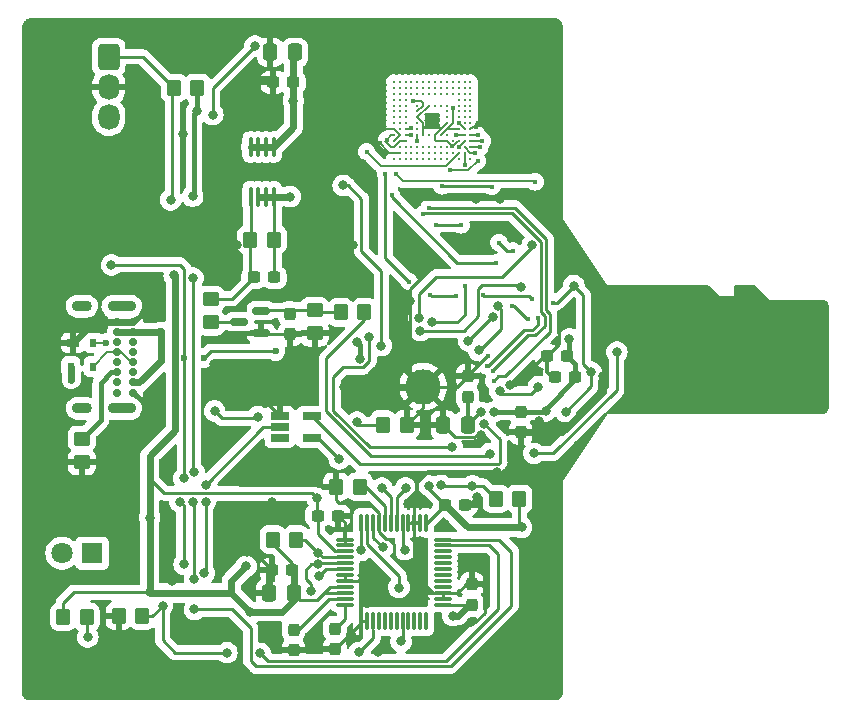
<source format=gbr>
%TF.GenerationSoftware,KiCad,Pcbnew,7.0.5*%
%TF.CreationDate,2023-08-14T22:02:20+09:00*%
%TF.ProjectId,sdcdmuxemmc,73646364-6d75-4786-956d-6d632e6b6963,rev?*%
%TF.SameCoordinates,Original*%
%TF.FileFunction,Copper,L2,Bot*%
%TF.FilePolarity,Positive*%
%FSLAX46Y46*%
G04 Gerber Fmt 4.6, Leading zero omitted, Abs format (unit mm)*
G04 Created by KiCad (PCBNEW 7.0.5) date 2023-08-14 22:02:20*
%MOMM*%
%LPD*%
G01*
G04 APERTURE LIST*
G04 Aperture macros list*
%AMRoundRect*
0 Rectangle with rounded corners*
0 $1 Rounding radius*
0 $2 $3 $4 $5 $6 $7 $8 $9 X,Y pos of 4 corners*
0 Add a 4 corners polygon primitive as box body*
4,1,4,$2,$3,$4,$5,$6,$7,$8,$9,$2,$3,0*
0 Add four circle primitives for the rounded corners*
1,1,$1+$1,$2,$3*
1,1,$1+$1,$4,$5*
1,1,$1+$1,$6,$7*
1,1,$1+$1,$8,$9*
0 Add four rect primitives between the rounded corners*
20,1,$1+$1,$2,$3,$4,$5,0*
20,1,$1+$1,$4,$5,$6,$7,0*
20,1,$1+$1,$6,$7,$8,$9,0*
20,1,$1+$1,$8,$9,$2,$3,0*%
G04 Aperture macros list end*
%TA.AperFunction,ComponentPad*%
%ADD10C,3.000000*%
%TD*%
%TA.AperFunction,ComponentPad*%
%ADD11RoundRect,0.250200X-0.649800X0.849800X-0.649800X-0.849800X0.649800X-0.849800X0.649800X0.849800X0*%
%TD*%
%TA.AperFunction,ComponentPad*%
%ADD12O,1.800000X2.200000*%
%TD*%
%TA.AperFunction,ComponentPad*%
%ADD13C,0.700000*%
%TD*%
%TA.AperFunction,ComponentPad*%
%ADD14O,2.400000X0.900000*%
%TD*%
%TA.AperFunction,ComponentPad*%
%ADD15O,1.700000X0.900000*%
%TD*%
%TA.AperFunction,ComponentPad*%
%ADD16R,1.800000X1.800000*%
%TD*%
%TA.AperFunction,ComponentPad*%
%ADD17C,1.800000*%
%TD*%
%TA.AperFunction,SMDPad,CuDef*%
%ADD18RoundRect,0.250000X0.337500X0.475000X-0.337500X0.475000X-0.337500X-0.475000X0.337500X-0.475000X0*%
%TD*%
%TA.AperFunction,SMDPad,CuDef*%
%ADD19RoundRect,0.250000X-0.350000X-0.450000X0.350000X-0.450000X0.350000X0.450000X-0.350000X0.450000X0*%
%TD*%
%TA.AperFunction,SMDPad,CuDef*%
%ADD20RoundRect,0.250000X0.350000X0.450000X-0.350000X0.450000X-0.350000X-0.450000X0.350000X-0.450000X0*%
%TD*%
%TA.AperFunction,SMDPad,CuDef*%
%ADD21RoundRect,0.237500X0.237500X-0.300000X0.237500X0.300000X-0.237500X0.300000X-0.237500X-0.300000X0*%
%TD*%
%TA.AperFunction,SMDPad,CuDef*%
%ADD22RoundRect,0.150000X0.587500X0.150000X-0.587500X0.150000X-0.587500X-0.150000X0.587500X-0.150000X0*%
%TD*%
%TA.AperFunction,SMDPad,CuDef*%
%ADD23RoundRect,0.237500X-0.237500X0.300000X-0.237500X-0.300000X0.237500X-0.300000X0.237500X0.300000X0*%
%TD*%
%TA.AperFunction,SMDPad,CuDef*%
%ADD24RoundRect,0.237500X-0.300000X-0.237500X0.300000X-0.237500X0.300000X0.237500X-0.300000X0.237500X0*%
%TD*%
%TA.AperFunction,SMDPad,CuDef*%
%ADD25RoundRect,0.250000X-0.450000X0.350000X-0.450000X-0.350000X0.450000X-0.350000X0.450000X0.350000X0*%
%TD*%
%TA.AperFunction,SMDPad,CuDef*%
%ADD26R,1.560000X0.650000*%
%TD*%
%TA.AperFunction,SMDPad,CuDef*%
%ADD27RoundRect,0.237500X0.300000X0.237500X-0.300000X0.237500X-0.300000X-0.237500X0.300000X-0.237500X0*%
%TD*%
%TA.AperFunction,SMDPad,CuDef*%
%ADD28R,1.000000X0.700000*%
%TD*%
%TA.AperFunction,SMDPad,CuDef*%
%ADD29R,0.600000X0.700000*%
%TD*%
%TA.AperFunction,SMDPad,CuDef*%
%ADD30RoundRect,0.075000X-0.075000X0.662500X-0.075000X-0.662500X0.075000X-0.662500X0.075000X0.662500X0*%
%TD*%
%TA.AperFunction,SMDPad,CuDef*%
%ADD31RoundRect,0.075000X-0.662500X0.075000X-0.662500X-0.075000X0.662500X-0.075000X0.662500X0.075000X0*%
%TD*%
%TA.AperFunction,SMDPad,CuDef*%
%ADD32C,0.254000*%
%TD*%
%TA.AperFunction,SMDPad,CuDef*%
%ADD33RoundRect,0.250000X0.450000X-0.350000X0.450000X0.350000X-0.450000X0.350000X-0.450000X-0.350000X0*%
%TD*%
%TA.AperFunction,SMDPad,CuDef*%
%ADD34RoundRect,0.100000X0.100000X-0.712500X0.100000X0.712500X-0.100000X0.712500X-0.100000X-0.712500X0*%
%TD*%
%TA.AperFunction,ViaPad*%
%ADD35C,0.800000*%
%TD*%
%TA.AperFunction,ViaPad*%
%ADD36C,0.450000*%
%TD*%
%TA.AperFunction,ViaPad*%
%ADD37C,0.600000*%
%TD*%
%TA.AperFunction,Conductor*%
%ADD38C,0.250000*%
%TD*%
%TA.AperFunction,Conductor*%
%ADD39C,0.150000*%
%TD*%
%TA.AperFunction,Conductor*%
%ADD40C,0.300000*%
%TD*%
%TA.AperFunction,Conductor*%
%ADD41C,0.600000*%
%TD*%
%TA.AperFunction,Conductor*%
%ADD42C,0.200000*%
%TD*%
%TA.AperFunction,Conductor*%
%ADD43C,0.400000*%
%TD*%
G04 APERTURE END LIST*
D10*
%TO.P,U402,49,VSS*%
%TO.N,GND*%
X193500000Y-100000000D03*
%TD*%
D11*
%TO.P,U201,1,Out*%
%TO.N,/INFRARED CONT/INFRAD_RX*%
X166882500Y-72080000D03*
D12*
%TO.P,U201,2,GND*%
%TO.N,GND*%
X166882500Y-74620000D03*
%TO.P,U201,3,Vcc*%
%TO.N,Net-(U201-Vcc)*%
X166882500Y-77160000D03*
%TD*%
D13*
%TO.P,J101,A1,GND*%
%TO.N,GND*%
X168950000Y-94550000D03*
%TO.P,J101,A4,VBUS*%
%TO.N,/USB POWER/USBVDD_5V*%
X168950000Y-95400000D03*
%TO.P,J101,A5,CC1*%
%TO.N,Net-(J101-CC1)*%
X168950000Y-96250000D03*
%TO.P,J101,A6,D+*%
%TO.N,/SDCARD_READER/USB+*%
X168950000Y-97100000D03*
%TO.P,J101,A7,D-*%
%TO.N,/SDCARD_READER/USB-*%
X168950000Y-97950000D03*
%TO.P,J101,A8,SBU1*%
%TO.N,unconnected-(J101-SBU1-PadA8)*%
X168950000Y-98800000D03*
%TO.P,J101,A9,VBUS*%
%TO.N,/USB POWER/USBVDD_5V*%
X168950000Y-99650000D03*
%TO.P,J101,A12,GND*%
%TO.N,GND*%
X168950000Y-100500000D03*
%TO.P,J101,B1,GND*%
X167600000Y-100500000D03*
%TO.P,J101,B4,VBUS*%
%TO.N,/USB POWER/USBVDD_5V*%
X167600000Y-99650000D03*
%TO.P,J101,B5,CC2*%
%TO.N,Net-(J101-CC2)*%
X167600000Y-98800000D03*
%TO.P,J101,B6,D+*%
%TO.N,/SDCARD_READER/USB+*%
X167600000Y-97950000D03*
%TO.P,J101,B7,D-*%
%TO.N,/SDCARD_READER/USB-*%
X167600000Y-97100000D03*
%TO.P,J101,B8,SBU2*%
%TO.N,unconnected-(J101-SBU2-PadB8)*%
X167600000Y-96250000D03*
%TO.P,J101,B9,VBUS*%
%TO.N,/USB POWER/USBVDD_5V*%
X167600000Y-95400000D03*
%TO.P,J101,B12,GND*%
%TO.N,GND*%
X167600000Y-94550000D03*
D14*
%TO.P,J101,S1,SHIELD*%
%TO.N,Net-(J101-SHIELD)*%
X167970000Y-93200000D03*
D15*
X164590000Y-93200000D03*
D14*
X167970000Y-101850000D03*
D15*
X164590000Y-101850000D03*
%TD*%
D16*
%TO.P,D202,1,K*%
%TO.N,Net-(D201-K)*%
X165465000Y-114100000D03*
D17*
%TO.P,D202,2,A*%
%TO.N,Net-(D202-A)*%
X162925000Y-114100000D03*
%TD*%
D18*
%TO.P,C401,1*%
%TO.N,Net-(U402-CRFILT)*%
X197287500Y-103250000D03*
%TO.P,C401,2*%
%TO.N,GND*%
X195212500Y-103250000D03*
%TD*%
D19*
%TO.P,R503,1*%
%TO.N,+3.3V*%
X180760000Y-112950000D03*
%TO.P,R503,2*%
%TO.N,Net-(U501-CS)*%
X182760000Y-112950000D03*
%TD*%
D20*
%TO.P,R403,1*%
%TO.N,+3.3V*%
X201640000Y-109500000D03*
%TO.P,R403,2*%
%TO.N,Net-(U401-SCL)*%
X199640000Y-109500000D03*
%TD*%
D21*
%TO.P,C506,1*%
%TO.N,+3.3V*%
X197610000Y-118462500D03*
%TO.P,C506,2*%
%TO.N,GND*%
X197610000Y-116737500D03*
%TD*%
D22*
%TO.P,Q301,1,G*%
%TO.N,Net-(Q301-G)*%
X179787500Y-93570000D03*
%TO.P,Q301,2,S*%
%TO.N,GND*%
X179787500Y-95470000D03*
%TO.P,Q301,3,D*%
%TO.N,Net-(Q301-D)*%
X177912500Y-94520000D03*
%TD*%
D23*
%TO.P,C301,1*%
%TO.N,Net-(Q301-G)*%
X182200000Y-93837500D03*
%TO.P,C301,2*%
%TO.N,GND*%
X182200000Y-95562500D03*
%TD*%
D19*
%TO.P,R402,1*%
%TO.N,Net-(U402-RBIAS)*%
X190090000Y-103210000D03*
%TO.P,R402,2*%
%TO.N,GND*%
X192090000Y-103210000D03*
%TD*%
D24*
%TO.P,C508,1*%
%TO.N,+3.3V*%
X184557500Y-110920000D03*
%TO.P,C508,2*%
%TO.N,GND*%
X186282500Y-110920000D03*
%TD*%
D25*
%TO.P,R302,1*%
%TO.N,Net-(Q301-G)*%
X184300000Y-93500000D03*
%TO.P,R302,2*%
%TO.N,GND*%
X184300000Y-95500000D03*
%TD*%
D24*
%TO.P,C507,1*%
%TO.N,+3.3V*%
X195337500Y-109980000D03*
%TO.P,C507,2*%
%TO.N,GND*%
X197062500Y-109980000D03*
%TD*%
D20*
%TO.P,R301,1*%
%TO.N,/SDMUX/MMC_PWR_EN*%
X188510000Y-93720000D03*
%TO.P,R301,2*%
%TO.N,Net-(Q301-G)*%
X186510000Y-93720000D03*
%TD*%
%TO.P,R303,1*%
%TO.N,+3.3V*%
X180870000Y-87550000D03*
%TO.P,R303,2*%
%TO.N,Net-(Q302-G)*%
X178870000Y-87550000D03*
%TD*%
D21*
%TO.P,C405,1*%
%TO.N,Net-(U402-CRFILT)*%
X197250000Y-100862500D03*
%TO.P,C405,2*%
%TO.N,GND*%
X197250000Y-99137500D03*
%TD*%
D26*
%TO.P,U503,1,NC*%
%TO.N,unconnected-(U503-NC-Pad1)*%
X181350000Y-104360000D03*
%TO.P,U503,2*%
%TO.N,/SELECTOR/~{SEL1}*%
X181350000Y-103410000D03*
%TO.P,U503,3,GND*%
%TO.N,GND*%
X181350000Y-102460000D03*
%TO.P,U503,4*%
%TO.N,/SDCARD_READER/~{MMC_CD}*%
X184050000Y-102460000D03*
%TO.P,U503,5,VCC*%
%TO.N,+3.3V*%
X184050000Y-104360000D03*
%TD*%
D27*
%TO.P,C510,1*%
%TO.N,+3.3V*%
X182422500Y-115520000D03*
%TO.P,C510,2*%
%TO.N,GND*%
X180697500Y-115520000D03*
%TD*%
D23*
%TO.P,C501,1*%
%TO.N,Net-(U502-VCCCORE)*%
X182520000Y-120567500D03*
%TO.P,C501,2*%
%TO.N,GND*%
X182520000Y-122292500D03*
%TD*%
D18*
%TO.P,C306,1*%
%TO.N,/SDMUX/MMC_PWR*%
X182637500Y-71700000D03*
%TO.P,C306,2*%
%TO.N,GND*%
X180562500Y-71700000D03*
%TD*%
D27*
%TO.P,C603,1*%
%TO.N,+3.3V*%
X206372500Y-99160000D03*
%TO.P,C603,2*%
%TO.N,GND*%
X204647500Y-99160000D03*
%TD*%
%TO.P,C303,1*%
%TO.N,+3.3V*%
X180882500Y-90750000D03*
%TO.P,C303,2*%
%TO.N,Net-(Q302-G)*%
X179157500Y-90750000D03*
%TD*%
D28*
%TO.P,D101,1,GND*%
%TO.N,GND*%
X163850000Y-96300000D03*
D29*
%TO.P,D101,2,I/O1*%
%TO.N,/SDCARD_READER/USB+*%
X165550000Y-96300000D03*
%TO.P,D101,3,I/O2*%
%TO.N,/SDCARD_READER/USB-*%
X165550000Y-98300000D03*
%TO.P,D101,4,VCC*%
%TO.N,/USB POWER/USBVDD_5V*%
X163650000Y-98300000D03*
%TD*%
D30*
%TO.P,U502,1,XCSI*%
%TO.N,Net-(U502-XCSI)*%
X188250000Y-111537500D03*
%TO.P,U502,2,XCSO*%
%TO.N,Net-(U502-XCSO)*%
X188750000Y-111537500D03*
%TO.P,U502,3,VPHY*%
%TO.N,/SELECTOR/VPHY*%
X189250000Y-111537500D03*
%TO.P,U502,4,AGND*%
%TO.N,GND*%
X189750000Y-111537500D03*
%TO.P,U502,5,REF*%
%TO.N,Net-(U502-REF)*%
X190250000Y-111537500D03*
%TO.P,U502,6,DM*%
%TO.N,Net-(U502-DM)*%
X190750000Y-111537500D03*
%TO.P,U502,7,DP*%
%TO.N,Net-(U502-DP)*%
X191250000Y-111537500D03*
%TO.P,U502,8,VPLL*%
%TO.N,/SELECTOR/VPLL*%
X191750000Y-111537500D03*
%TO.P,U502,9,AGND*%
%TO.N,GND*%
X192250000Y-111537500D03*
%TO.P,U502,10,GND*%
X192750000Y-111537500D03*
%TO.P,U502,11,GND*%
X193250000Y-111537500D03*
%TO.P,U502,12,VCCIO*%
%TO.N,+3.3V*%
X193750000Y-111537500D03*
D31*
%TO.P,U502,13,ADBUS0*%
%TO.N,/INFRARED CONT/INFRAD_RX*%
X195162500Y-112950000D03*
%TO.P,U502,14,ADBUS1*%
%TO.N,/INFRARED CONT/INFRAD_TX*%
X195162500Y-113450000D03*
%TO.P,U502,15,ADBUS2*%
%TO.N,/SELECTOR/ADBUS2*%
X195162500Y-113950000D03*
%TO.P,U502,16,ADBUS3*%
%TO.N,/SELECTOR/ADBUS3*%
X195162500Y-114450000D03*
%TO.P,U502,17,ADBUS4*%
%TO.N,/SELECTOR/ADBUS4*%
X195162500Y-114950000D03*
%TO.P,U502,18,ADBUS5*%
%TO.N,/SELECTOR/ADBUS5*%
X195162500Y-115450000D03*
%TO.P,U502,19,ADBUS6*%
%TO.N,/SELECTOR/ADBUS6*%
X195162500Y-115950000D03*
%TO.P,U502,20,ADBUS7*%
%TO.N,/SELECTOR/ADBUS7*%
X195162500Y-116450000D03*
%TO.P,U502,21,ACBUS0*%
%TO.N,/SELECTOR/ACBUS0*%
X195162500Y-116950000D03*
%TO.P,U502,22,GND*%
%TO.N,GND*%
X195162500Y-117450000D03*
%TO.P,U502,23,GND*%
X195162500Y-117950000D03*
%TO.P,U502,24,VCCIO*%
%TO.N,+3.3V*%
X195162500Y-118450000D03*
D30*
%TO.P,U502,25,ACBUS1*%
%TO.N,/SELECTOR/ACBUS1*%
X193750000Y-119862500D03*
%TO.P,U502,26,ACBUS2*%
%TO.N,/SELECTOR/ACBUS2*%
X193250000Y-119862500D03*
%TO.P,U502,27,ACBUS3*%
%TO.N,/SELECTOR/ACBUS3*%
X192750000Y-119862500D03*
%TO.P,U502,28,ACBUS4*%
%TO.N,/SELECTOR/ACBUS4*%
X192250000Y-119862500D03*
%TO.P,U502,29,ACBUS5*%
%TO.N,/SELECTOR/~{SEL1}*%
X191750000Y-119862500D03*
%TO.P,U502,30,ACBUS6*%
%TO.N,unconnected-(U502-ACBUS6-Pad30)*%
X191250000Y-119862500D03*
%TO.P,U502,31,ACBUS7*%
%TO.N,/SELECTOR/ACBUS7*%
X190750000Y-119862500D03*
%TO.P,U502,32,ACBUS8*%
%TO.N,/SELECTOR/ACBUS8*%
X190250000Y-119862500D03*
%TO.P,U502,33,ACBUS9*%
%TO.N,/SELECTOR/ACBUS9*%
X189750000Y-119862500D03*
%TO.P,U502,34,~{RESET}*%
%TO.N,/SDCARD_READER/~{RESET}*%
X189250000Y-119862500D03*
%TO.P,U502,35,GND*%
%TO.N,GND*%
X188750000Y-119862500D03*
%TO.P,U502,36,GND*%
X188250000Y-119862500D03*
D31*
%TO.P,U502,37,VCCA*%
%TO.N,Net-(U502-VCCA)*%
X186837500Y-118450000D03*
%TO.P,U502,38,VCCCORE*%
%TO.N,Net-(U502-VCCCORE)*%
X186837500Y-117950000D03*
%TO.P,U502,39,VCCD*%
%TO.N,+3.3V*%
X186837500Y-117450000D03*
%TO.P,U502,40,VREGIN*%
X186837500Y-116950000D03*
%TO.P,U502,41,AGND*%
%TO.N,GND*%
X186837500Y-116450000D03*
%TO.P,U502,42,TEST*%
X186837500Y-115950000D03*
%TO.P,U502,43,EEDATA*%
%TO.N,Net-(U501-DI)*%
X186837500Y-115450000D03*
%TO.P,U502,44,EECLK*%
%TO.N,Net-(U501-CLK)*%
X186837500Y-114950000D03*
%TO.P,U502,45,EECS*%
%TO.N,Net-(U501-CS)*%
X186837500Y-114450000D03*
%TO.P,U502,46,VCCIO*%
%TO.N,+3.3V*%
X186837500Y-113950000D03*
%TO.P,U502,47,GND*%
%TO.N,GND*%
X186837500Y-113450000D03*
%TO.P,U502,48,GND*%
X186837500Y-112950000D03*
%TD*%
D20*
%TO.P,R501,1*%
%TO.N,Net-(U502-REF)*%
X188130000Y-108480000D03*
%TO.P,R501,2*%
%TO.N,GND*%
X186130000Y-108480000D03*
%TD*%
D19*
%TO.P,R202,1*%
%TO.N,+3.3V*%
X163000000Y-119500000D03*
%TO.P,R202,2*%
%TO.N,Net-(D201-A)*%
X165000000Y-119500000D03*
%TD*%
D23*
%TO.P,C407,1*%
%TO.N,+3.3V*%
X201750000Y-102137500D03*
%TO.P,C407,2*%
%TO.N,GND*%
X201750000Y-103862500D03*
%TD*%
D20*
%TO.P,R205,1*%
%TO.N,+5V*%
X174380000Y-74700000D03*
%TO.P,R205,2*%
%TO.N,/INFRARED CONT/INFRAD_RX*%
X172380000Y-74700000D03*
%TD*%
%TO.P,R201,1*%
%TO.N,/INFRARED CONT/INFRAD_TX*%
X169720000Y-119420000D03*
%TO.P,R201,2*%
%TO.N,GND*%
X167720000Y-119420000D03*
%TD*%
D32*
%TO.P,U604,A1*%
%TO.N,N/C*%
X197500000Y-80700000D03*
%TO.P,U604,A3,DAT0*%
%TO.N,/SDMUX/D0*%
X197500000Y-79700000D03*
%TO.P,U604,A4,DAT1*%
%TO.N,/SDMUX/D1*%
X197500000Y-79200000D03*
%TO.P,U604,A5,DAT2*%
%TO.N,/SDMUX/D2*%
X197500000Y-78700000D03*
%TO.P,U604,A6,VSS*%
%TO.N,GND*%
X197500000Y-78200000D03*
%TO.P,U604,A7,RFU*%
%TO.N,unconnected-(U604-RFU-PadA7)*%
X197500000Y-77700000D03*
%TO.P,U604,A8*%
%TO.N,N/C*%
X197500000Y-77200000D03*
%TO.P,U604,A9*%
X197500000Y-76700000D03*
%TO.P,U604,A10*%
X197500000Y-76200000D03*
%TO.P,U604,A11*%
X197500000Y-75700000D03*
%TO.P,U604,A12*%
X197500000Y-75200000D03*
%TO.P,U604,A13*%
X197500000Y-74700000D03*
%TO.P,U604,A14*%
X197500000Y-74200000D03*
%TO.P,U604,B2,DAT3*%
%TO.N,/SDMUX/D3*%
X197000000Y-80200000D03*
%TO.P,U604,B3,DAT4*%
%TO.N,/SDMUX/D4*%
X197000000Y-79700000D03*
%TO.P,U604,B4,DAT5*%
%TO.N,/SDMUX/D5*%
X197000000Y-79200000D03*
%TO.P,U604,B5,DAT6*%
%TO.N,/SDMUX/D6*%
X197000000Y-78700000D03*
%TO.P,U604,B6,DAT7*%
%TO.N,/SDMUX/D7*%
X197000000Y-78200000D03*
%TO.P,U604,B7*%
%TO.N,N/C*%
X197000000Y-77700000D03*
%TO.P,U604,B8*%
X197000000Y-77200000D03*
%TO.P,U604,B9*%
X197000000Y-76700000D03*
%TO.P,U604,B10*%
X197000000Y-76200000D03*
%TO.P,U604,B11*%
X197000000Y-75700000D03*
%TO.P,U604,B12*%
X197000000Y-75200000D03*
%TO.P,U604,B13*%
X197000000Y-74700000D03*
%TO.P,U604,B14*%
X197000000Y-74200000D03*
%TO.P,U604,C1*%
X196500000Y-80700000D03*
%TO.P,U604,C2,VDDI*%
%TO.N,Net-(U604-VDDI)*%
X196500000Y-80200000D03*
%TO.P,U604,C4,VSSQ*%
%TO.N,GND*%
X196500000Y-79200000D03*
%TO.P,U604,C6,VCCQ*%
%TO.N,/SDMUX/MMC_PWR*%
X196500000Y-78200000D03*
%TO.P,U604,C8*%
%TO.N,N/C*%
X196500000Y-77200000D03*
%TO.P,U604,C9*%
X196500000Y-76700000D03*
%TO.P,U604,C10*%
X196500000Y-76200000D03*
%TO.P,U604,C11*%
X196500000Y-75700000D03*
%TO.P,U604,C12*%
X196500000Y-75200000D03*
%TO.P,U604,C13*%
X196500000Y-74700000D03*
%TO.P,U604,C14*%
X196500000Y-74200000D03*
%TO.P,U604,D2*%
X196000000Y-80200000D03*
%TO.P,U604,D4*%
X196000000Y-79200000D03*
%TO.P,U604,D12*%
X196000000Y-75200000D03*
%TO.P,U604,D13*%
X196000000Y-74700000D03*
%TO.P,U604,D14*%
X196000000Y-74200000D03*
%TO.P,U604,E1*%
X195500000Y-80700000D03*
%TO.P,U604,E2*%
X195500000Y-80200000D03*
%TO.P,U604,E3*%
X195500000Y-79700000D03*
%TO.P,U604,E5,RFU*%
%TO.N,unconnected-(U604-RFU-PadE5)*%
X195500000Y-78700000D03*
%TO.P,U604,E6,VCC*%
%TO.N,/SDMUX/MMC_PWR*%
X195500000Y-78200000D03*
%TO.P,U604,E7,VSS*%
%TO.N,GND*%
X195500000Y-77700000D03*
%TO.P,U604,E8,VSF*%
%TO.N,unconnected-(U604-VSF-PadE8)*%
X195500000Y-77200000D03*
%TO.P,U604,E9,VSF*%
%TO.N,unconnected-(U604-VSF-PadE9)*%
X195500000Y-76700000D03*
%TO.P,U604,E10,VSF*%
%TO.N,unconnected-(U604-VSF-PadE10)*%
X195500000Y-76200000D03*
%TO.P,U604,E12*%
%TO.N,N/C*%
X195500000Y-75200000D03*
%TO.P,U604,E13*%
X195500000Y-74700000D03*
%TO.P,U604,E14*%
X195500000Y-74200000D03*
%TO.P,U604,F1*%
X195000000Y-80700000D03*
%TO.P,U604,F2*%
X195000000Y-80200000D03*
%TO.P,U604,F3*%
X195000000Y-79700000D03*
%TO.P,U604,F5,VCC*%
%TO.N,/SDMUX/MMC_PWR*%
X195000000Y-78700000D03*
%TO.P,U604,F10,VSF*%
%TO.N,unconnected-(U604-VSF-PadF10)*%
X195000000Y-76200000D03*
%TO.P,U604,F12*%
%TO.N,N/C*%
X195000000Y-75200000D03*
%TO.P,U604,F13*%
X195000000Y-74700000D03*
%TO.P,U604,F14*%
X195000000Y-74200000D03*
%TO.P,U604,G1*%
X194500000Y-80700000D03*
%TO.P,U604,G2*%
X194500000Y-80200000D03*
%TO.P,U604,G3,RFU*%
%TO.N,unconnected-(U604-RFU-PadG3)*%
X194500000Y-79700000D03*
%TO.P,U604,G5,VSS*%
%TO.N,GND*%
X194500000Y-78700000D03*
%TO.P,U604,G10,VSF*%
%TO.N,unconnected-(U604-VSF-PadG10)*%
X194500000Y-76200000D03*
%TO.P,U604,G12*%
%TO.N,N/C*%
X194500000Y-75200000D03*
%TO.P,U604,G13*%
X194500000Y-74700000D03*
%TO.P,U604,G14*%
X194500000Y-74200000D03*
%TO.P,U604,H1*%
X194000000Y-80700000D03*
%TO.P,U604,H2*%
X194000000Y-80200000D03*
%TO.P,U604,H3*%
X194000000Y-79700000D03*
%TO.P,U604,H5,DS*%
%TO.N,unconnected-(U604-DS-PadH5)*%
X194000000Y-78700000D03*
%TO.P,U604,H10,VSS*%
%TO.N,GND*%
X194000000Y-76200000D03*
%TO.P,U604,H12*%
%TO.N,N/C*%
X194000000Y-75200000D03*
%TO.P,U604,H13*%
X194000000Y-74700000D03*
%TO.P,U604,H14*%
X194000000Y-74200000D03*
%TO.P,U604,J1*%
X193500000Y-80700000D03*
%TO.P,U604,J2*%
X193500000Y-80200000D03*
%TO.P,U604,J3*%
X193500000Y-79700000D03*
%TO.P,U604,J5,VSS*%
%TO.N,GND*%
X193500000Y-78700000D03*
%TO.P,U604,J10,VCC*%
%TO.N,/SDMUX/MMC_PWR*%
X193500000Y-76200000D03*
%TO.P,U604,J12*%
%TO.N,N/C*%
X193500000Y-75200000D03*
%TO.P,U604,J13*%
X193500000Y-74700000D03*
%TO.P,U604,J14*%
X193500000Y-74200000D03*
%TO.P,U604,K1*%
X193000000Y-80700000D03*
%TO.P,U604,K2*%
X193000000Y-80200000D03*
%TO.P,U604,K3*%
X193000000Y-79700000D03*
%TO.P,U604,K5,~{RST}*%
%TO.N,Net-(U604-~{RST})*%
X193000000Y-78700000D03*
%TO.P,U604,K6,RFU*%
%TO.N,unconnected-(U604-RFU-PadK6)*%
X193000000Y-78200000D03*
%TO.P,U604,K7,RFU*%
%TO.N,unconnected-(U604-RFU-PadK7)*%
X193000000Y-77700000D03*
%TO.P,U604,K8,VSS*%
%TO.N,GND*%
X193000000Y-77200000D03*
%TO.P,U604,K9,VCC*%
%TO.N,/SDMUX/MMC_PWR*%
X193000000Y-76700000D03*
%TO.P,U604,K10,VSF*%
%TO.N,unconnected-(U604-VSF-PadK10)*%
X193000000Y-76200000D03*
%TO.P,U604,K12*%
%TO.N,N/C*%
X193000000Y-75200000D03*
%TO.P,U604,K13*%
X193000000Y-74700000D03*
%TO.P,U604,K14*%
X193000000Y-74200000D03*
%TO.P,U604,L1*%
X192500000Y-80700000D03*
%TO.P,U604,L2*%
X192500000Y-80200000D03*
%TO.P,U604,L3*%
X192500000Y-79700000D03*
%TO.P,U604,L12*%
X192500000Y-75200000D03*
%TO.P,U604,L13*%
X192500000Y-74700000D03*
%TO.P,U604,L14*%
X192500000Y-74200000D03*
%TO.P,U604,M1*%
X192000000Y-80700000D03*
%TO.P,U604,M2*%
X192000000Y-80200000D03*
%TO.P,U604,M3*%
X192000000Y-79700000D03*
%TO.P,U604,M4,VCCQ*%
%TO.N,/SDMUX/MMC_PWR*%
X192000000Y-79200000D03*
%TO.P,U604,M5,CMD*%
%TO.N,/SDMUX/CMD*%
X192000000Y-78700000D03*
%TO.P,U604,M6,CLK*%
%TO.N,/SDMUX/CLK*%
X192000000Y-78200000D03*
%TO.P,U604,M7*%
%TO.N,N/C*%
X192000000Y-77700000D03*
%TO.P,U604,M8*%
X192000000Y-77200000D03*
%TO.P,U604,M9*%
X192000000Y-76700000D03*
%TO.P,U604,M10*%
X192000000Y-76200000D03*
%TO.P,U604,M11*%
X192000000Y-75700000D03*
%TO.P,U604,M12*%
X192000000Y-75200000D03*
%TO.P,U604,M13*%
X192000000Y-74700000D03*
%TO.P,U604,M14*%
X192000000Y-74200000D03*
%TO.P,U604,N1*%
X191500000Y-80700000D03*
%TO.P,U604,N2,VSSQ*%
%TO.N,GND*%
X191500000Y-80200000D03*
%TO.P,U604,N3*%
%TO.N,N/C*%
X191500000Y-79700000D03*
%TO.P,U604,N4,VCCQ*%
%TO.N,/SDMUX/MMC_PWR*%
X191500000Y-79200000D03*
%TO.P,U604,N5,VSSQ*%
%TO.N,GND*%
X191500000Y-78700000D03*
%TO.P,U604,N6*%
%TO.N,N/C*%
X191500000Y-78200000D03*
%TO.P,U604,N7*%
X191500000Y-77700000D03*
%TO.P,U604,N8*%
X191500000Y-77200000D03*
%TO.P,U604,N9*%
X191500000Y-76700000D03*
%TO.P,U604,N10*%
X191500000Y-76200000D03*
%TO.P,U604,N11*%
X191500000Y-75700000D03*
%TO.P,U604,N12*%
X191500000Y-75200000D03*
%TO.P,U604,N13*%
X191500000Y-74700000D03*
%TO.P,U604,N14*%
X191500000Y-74200000D03*
%TO.P,U604,P1*%
X191000000Y-80700000D03*
%TO.P,U604,P3,VCCQ*%
%TO.N,/SDMUX/MMC_PWR*%
X191000000Y-79700000D03*
%TO.P,U604,P4,VSSQ*%
%TO.N,GND*%
X191000000Y-79200000D03*
%TO.P,U604,P5,VCCQ*%
%TO.N,/SDMUX/MMC_PWR*%
X191000000Y-78700000D03*
%TO.P,U604,P6,VSSQ*%
%TO.N,GND*%
X191000000Y-78200000D03*
%TO.P,U604,P7,RFU*%
%TO.N,unconnected-(U604-RFU-PadP7)*%
X191000000Y-77700000D03*
%TO.P,U604,P8*%
%TO.N,N/C*%
X191000000Y-77200000D03*
%TO.P,U604,P9*%
X191000000Y-76700000D03*
%TO.P,U604,P10,VSF*%
%TO.N,unconnected-(U604-VSF-PadP10)*%
X191000000Y-76200000D03*
%TO.P,U604,P11*%
%TO.N,N/C*%
X191000000Y-75700000D03*
%TO.P,U604,P12*%
X191000000Y-75200000D03*
%TO.P,U604,P13*%
X191000000Y-74700000D03*
%TO.P,U604,P14*%
X191000000Y-74200000D03*
%TD*%
D33*
%TO.P,R304,1*%
%TO.N,Net-(Q301-D)*%
X175510000Y-94570000D03*
%TO.P,R304,2*%
%TO.N,Net-(Q302-G)*%
X175510000Y-92570000D03*
%TD*%
D23*
%TO.P,C503,1*%
%TO.N,Net-(U502-VCCA)*%
X186020000Y-120487500D03*
%TO.P,C503,2*%
%TO.N,GND*%
X186020000Y-122212500D03*
%TD*%
D18*
%TO.P,C513,1*%
%TO.N,+3.3V*%
X182527500Y-117470000D03*
%TO.P,C513,2*%
%TO.N,GND*%
X180452500Y-117470000D03*
%TD*%
D25*
%TO.P,R103,1*%
%TO.N,Net-(J101-CC2)*%
X164600000Y-104400000D03*
%TO.P,R103,2*%
%TO.N,GND*%
X164600000Y-106400000D03*
%TD*%
D27*
%TO.P,C602,1*%
%TO.N,+3.3V*%
X205713500Y-97409000D03*
%TO.P,C602,2*%
%TO.N,GND*%
X203988500Y-97409000D03*
%TD*%
D34*
%TO.P,Q302,1,S*%
%TO.N,+3.3V*%
X180845000Y-83932500D03*
%TO.P,Q302,2,S*%
X180195000Y-83932500D03*
%TO.P,Q302,3,S*%
X179545000Y-83932500D03*
%TO.P,Q302,4,G*%
%TO.N,Net-(Q302-G)*%
X178895000Y-83932500D03*
%TO.P,Q302,5,D*%
%TO.N,/SDMUX/MMC_PWR*%
X178895000Y-79707500D03*
%TO.P,Q302,6,D*%
X179545000Y-79707500D03*
%TO.P,Q302,7,D*%
X180195000Y-79707500D03*
%TO.P,Q302,8,D*%
X180845000Y-79707500D03*
%TD*%
D27*
%TO.P,C305,1*%
%TO.N,/SDMUX/MMC_PWR*%
X182502500Y-74230000D03*
%TO.P,C305,2*%
%TO.N,GND*%
X180777500Y-74230000D03*
%TD*%
D35*
%TO.N,/SDCARD_READER/~{MMC_CD}*%
X198675500Y-103134189D03*
%TO.N,GND*%
X166240000Y-79100000D03*
X161300000Y-101500000D03*
X171100000Y-78600000D03*
X167960000Y-116070000D03*
X218234000Y-99126000D03*
X208100000Y-92200000D03*
D36*
X189800000Y-79400000D03*
D35*
X199750000Y-107250000D03*
X198070000Y-109320000D03*
D36*
X200400000Y-86300000D03*
X189300000Y-85500000D03*
D35*
X161360000Y-79050000D03*
X178600000Y-113970000D03*
D36*
X189500000Y-77800000D03*
D35*
X175800000Y-98100000D03*
X204030000Y-121870000D03*
X161360000Y-84460000D03*
X179030000Y-73980000D03*
X182300000Y-97300000D03*
X195377500Y-111612500D03*
X198000000Y-84120500D03*
X200862701Y-99862701D03*
X185500000Y-89900000D03*
X161300000Y-97500000D03*
X192490000Y-115490000D03*
X161300000Y-93700000D03*
X170700000Y-101600000D03*
X185200000Y-85500000D03*
X193780000Y-125630000D03*
X171200000Y-93100000D03*
X203500000Y-74400000D03*
D36*
X193700000Y-84100000D03*
X198900000Y-76800000D03*
D35*
X200001839Y-84118661D03*
D36*
X195952863Y-79649059D03*
D35*
X192200000Y-109960000D03*
X208720000Y-99110000D03*
D36*
X199000000Y-97420000D03*
D35*
X204600000Y-86300000D03*
X170300000Y-87400000D03*
X171240000Y-70240000D03*
X206600000Y-89900000D03*
X161420000Y-89750000D03*
X172240000Y-116430000D03*
D36*
X194200000Y-89100000D03*
D35*
X171780000Y-110640000D03*
X197510000Y-119970000D03*
X167760000Y-121040000D03*
X175790000Y-100660000D03*
D36*
X199000000Y-75500000D03*
D35*
X204300000Y-79600000D03*
X203740000Y-125610000D03*
X185240000Y-78080000D03*
X187530000Y-88030000D03*
X185770000Y-125700000D03*
X171820000Y-106340000D03*
X177380000Y-107730000D03*
X161360000Y-109630000D03*
X203341974Y-102908665D03*
X198390802Y-104092694D03*
X192530000Y-118150000D03*
X161300000Y-105400000D03*
X177720000Y-110720000D03*
X161290000Y-116050000D03*
X166800000Y-108300000D03*
X201900000Y-70200000D03*
X193400000Y-70100000D03*
X179800000Y-99200000D03*
D36*
X198000000Y-78000000D03*
D35*
X187356825Y-120912925D03*
X192400000Y-92770049D03*
X179880000Y-125670000D03*
X161310000Y-70310000D03*
X166200000Y-84500000D03*
X206600000Y-104900000D03*
X183700000Y-70100000D03*
D36*
X204981444Y-94508556D03*
D35*
X210680000Y-92640000D03*
X198140000Y-125660000D03*
X189700000Y-122500000D03*
X172495500Y-120700000D03*
X204250000Y-111150000D03*
X161390000Y-125030000D03*
X194700000Y-121500000D03*
X180720000Y-109740000D03*
X186800000Y-100000000D03*
X168700000Y-111460000D03*
X174210000Y-125700000D03*
X177770500Y-87999480D03*
X173200000Y-78600000D03*
X167000000Y-125600000D03*
X204130000Y-116850000D03*
%TO.N,+3.3V*%
X184510000Y-109450000D03*
X175680000Y-76960000D03*
X194010000Y-108410000D03*
X170340000Y-117410000D03*
X179260000Y-71160000D03*
X188110000Y-97694500D03*
X170340000Y-111110000D03*
X196020000Y-119380000D03*
X172420000Y-90580000D03*
X182230000Y-83910000D03*
X187900000Y-96245500D03*
X199490000Y-102130000D03*
X178850000Y-119070000D03*
X178490000Y-115220000D03*
X203862179Y-102055206D03*
X201830000Y-111910000D03*
X205881249Y-95965286D03*
X186377500Y-106120000D03*
%TO.N,+5V*%
X173980000Y-83880000D03*
X174340000Y-76700000D03*
D37*
%TO.N,/SDCARD_READER/~{RESET}*%
X173280000Y-97600000D03*
D35*
X172900000Y-109739500D03*
X188065764Y-122503766D03*
D37*
X174900000Y-97600000D03*
X181000000Y-97000000D03*
D35*
X167100000Y-89700000D03*
X173250000Y-115050000D03*
X173230000Y-107770000D03*
%TO.N,Net-(U402-CRFILT)*%
X198401423Y-102173000D03*
%TO.N,Net-(U402-XTAL1{slash}CLKIN)*%
X179500000Y-102550000D03*
X175830000Y-102050000D03*
%TO.N,Net-(U502-XCSI)*%
X188250000Y-113860000D03*
%TO.N,Net-(U502-XCSO)*%
X191450000Y-117010000D03*
%TO.N,/SELECTOR/VPHY*%
X190059952Y-113620049D03*
%TO.N,/SELECTOR/VPLL*%
X191940000Y-113790000D03*
%TO.N,/SDMUX/MMC_PWR*%
X182500000Y-75800000D03*
D36*
X192600000Y-75800000D03*
X195993279Y-76446639D03*
X190400000Y-79100000D03*
D35*
%TO.N,Net-(D201-A)*%
X165100000Y-121200000D03*
D37*
%TO.N,/SDCARD_READER/USB+*%
X166600000Y-96300000D03*
D35*
%TO.N,Net-(D401-A)*%
X186730000Y-82970000D03*
X189955000Y-96524500D03*
D36*
%TO.N,Net-(U604-VDDI)*%
X188700000Y-80100000D03*
%TO.N,Net-(U604-~{RST})*%
X191200000Y-82000000D03*
X202970000Y-82660000D03*
X193000000Y-79200000D03*
D35*
%TO.N,/SDCARD_READER/CRD_PWR*%
X188922988Y-95800000D03*
X195974500Y-105139098D03*
D37*
%TO.N,/USB POWER/USBVDD_5V*%
X171300000Y-95300000D03*
X163700000Y-99400000D03*
D35*
%TO.N,/SDCARD_READER/MMCD0*%
X203250000Y-100000000D03*
X199965000Y-100345500D03*
D36*
%TO.N,/SDCARD_READER/MMCD7*%
X199470000Y-99520000D03*
X194000000Y-84860500D03*
%TO.N,/SDCARD_READER/MMCD6*%
X193500000Y-85400000D03*
X199440421Y-98672887D03*
%TO.N,/SDCARD_READER/MMC_CLK*%
X203221026Y-94225365D03*
X198934983Y-98264983D03*
D35*
%TO.N,/SDCARD_READER/MMCD5*%
X198210000Y-96940000D03*
X199810000Y-93182500D03*
%TO.N,/SDCARD_READER/MMC_CMD*%
X197320000Y-96120000D03*
X199400000Y-94100000D03*
%TO.N,/SDCARD_READER/MMCD4*%
X194210000Y-94510000D03*
D36*
X197000000Y-91500000D03*
D35*
%TO.N,/SDCARD_READER/MMCD3*%
X201800203Y-91578153D03*
X193250000Y-95250000D03*
%TO.N,Net-(U402-RBIAS)*%
X187902701Y-103012701D03*
%TO.N,Net-(U401-SCL)*%
X195020000Y-108360000D03*
X197670000Y-108400000D03*
%TO.N,Net-(U501-CS)*%
X184620000Y-114060000D03*
%TO.N,/SDCARD_READER/MMCD2*%
X193115049Y-94169549D03*
X202719799Y-88030201D03*
%TO.N,Net-(U502-DM)*%
X190000000Y-108600000D03*
%TO.N,Net-(U502-DP)*%
X192000000Y-108600000D03*
D36*
%TO.N,/SDMUX/D2*%
X198100000Y-78700000D03*
D35*
%TO.N,Net-(U501-DI)*%
X184677389Y-116054501D03*
%TO.N,Net-(U501-CLK)*%
X184588117Y-115058994D03*
X183970000Y-117320000D03*
D36*
%TO.N,/SDMUX/D3*%
X199900000Y-87800000D03*
X197000000Y-81200000D03*
X201100000Y-88500000D03*
%TO.N,/SDMUX/CMD*%
X192300000Y-91100000D03*
X196300000Y-92300000D03*
X194100000Y-92200000D03*
X190300000Y-82000000D03*
X192500000Y-78700000D03*
%TO.N,/SDMUX/CLK*%
X200991843Y-93182500D03*
X190825500Y-83800000D03*
X192500000Y-78100000D03*
X199700000Y-89500000D03*
X202400000Y-94300000D03*
%TO.N,/SDMUX/D0*%
X195750500Y-81700000D03*
X198300000Y-79700000D03*
X198100000Y-80900000D03*
%TO.N,/SDMUX/D1*%
X199300000Y-83059500D03*
X195100000Y-83000000D03*
X198504080Y-79189800D03*
%TO.N,/SDMUX/D4*%
X197900000Y-80200000D03*
%TO.N,/SDMUX/D5*%
X196500000Y-79700000D03*
X196700000Y-86300000D03*
X194600000Y-86300000D03*
%TO.N,/SDMUX/D6*%
X196300000Y-78700000D03*
%TO.N,/SDMUX/D7*%
X196500000Y-77700000D03*
D35*
%TO.N,/SELECTOR/~{SEL1}*%
X175065000Y-109739500D03*
X206248000Y-91440000D03*
X191620000Y-121570000D03*
X174975500Y-115791230D03*
X205560000Y-102120000D03*
D36*
X198590000Y-92260000D03*
X202700000Y-92580000D03*
D35*
X175070000Y-108290500D03*
X207700000Y-98750500D03*
D36*
X204520000Y-92890000D03*
D35*
%TO.N,/SDMUX/SD1_4*%
X202870000Y-105660000D03*
X209900000Y-97070000D03*
%TO.N,/SDMUX/MMC_PWR_EN*%
X199130000Y-105680000D03*
%TO.N,/INFRARED CONT/INFRAD_TX*%
X171430000Y-118540000D03*
X176880000Y-122530000D03*
X179700000Y-122590000D03*
%TO.N,/INFRARED CONT/INFRAD_RX*%
X174004500Y-90804500D03*
X174132701Y-118857299D03*
X174030000Y-109790000D03*
X174124500Y-116320000D03*
X172115000Y-84185000D03*
X174100000Y-107240000D03*
%TD*%
D38*
%TO.N,/SDCARD_READER/~{MMC_CD}*%
X199875000Y-106525000D02*
X188115000Y-106525000D01*
X198675500Y-103134189D02*
X200000000Y-104458689D01*
X200000000Y-106400000D02*
X199875000Y-106525000D01*
X200000000Y-104458689D02*
X200000000Y-106400000D01*
X188115000Y-106525000D02*
X184050000Y-102460000D01*
D39*
%TO.N,GND*%
X196500000Y-79200000D02*
X196434314Y-79200000D01*
D38*
X193720500Y-84120500D02*
X193700000Y-84100000D01*
X188900000Y-109830000D02*
X186380000Y-109830000D01*
D40*
X198967500Y-97420000D02*
X197250000Y-99137500D01*
X203831000Y-97409000D02*
X203988500Y-97409000D01*
D38*
X197610000Y-116737500D02*
X197142500Y-116737500D01*
X193230000Y-117450000D02*
X195162500Y-117450000D01*
D39*
X190600000Y-80200000D02*
X189800000Y-79400000D01*
D38*
X195212500Y-103250000D02*
X195212500Y-101712500D01*
X186837500Y-116450000D02*
X186837500Y-115950000D01*
X204981444Y-94508556D02*
X204981444Y-96416056D01*
X198730000Y-119130000D02*
X197890000Y-119970000D01*
X197142500Y-116737500D02*
X196430000Y-117450000D01*
X198730000Y-117050000D02*
X198730000Y-119130000D01*
X192530000Y-118150000D02*
X193230000Y-117450000D01*
D41*
X179030000Y-73980000D02*
X180232500Y-73980000D01*
D38*
X190595049Y-112895049D02*
X191010000Y-113310000D01*
X193500000Y-101800000D02*
X193500000Y-100000000D01*
X184490000Y-95272500D02*
X184242500Y-95520000D01*
D40*
X203988500Y-98788500D02*
X203988500Y-97409000D01*
D38*
X186837500Y-112950000D02*
X186837500Y-113450000D01*
X188250000Y-119982500D02*
X186020000Y-122212500D01*
X167720000Y-119420000D02*
X167720000Y-121000000D01*
X188250000Y-119862500D02*
X188250000Y-119982500D01*
D41*
X177340000Y-76430000D02*
X177340000Y-87568980D01*
D38*
X192750000Y-115230000D02*
X192490000Y-115490000D01*
X192400000Y-92770049D02*
X192400000Y-98900000D01*
X192400000Y-92770049D02*
X192400000Y-91700000D01*
D42*
X185360000Y-78200000D02*
X185240000Y-78080000D01*
D39*
X191500000Y-80200000D02*
X190600000Y-80200000D01*
D38*
X185970000Y-108320000D02*
X186130000Y-108480000D01*
X198000000Y-77700000D02*
X198000000Y-78000000D01*
X192090000Y-103210000D02*
X193500000Y-101800000D01*
X196430000Y-117450000D02*
X195162500Y-117450000D01*
X192400000Y-98900000D02*
X193500000Y-100000000D01*
D39*
X193500000Y-78100000D02*
X195100000Y-78100000D01*
D38*
X198390802Y-104092694D02*
X197999768Y-104092694D01*
D39*
X195503804Y-79200000D02*
X194600000Y-79200000D01*
X189500000Y-77800000D02*
X189900000Y-78200000D01*
X195985255Y-79649059D02*
X195952863Y-79649059D01*
D41*
X180232500Y-73980000D02*
X180472500Y-74220000D01*
D39*
X189900000Y-78200000D02*
X191000000Y-78200000D01*
D38*
X191010000Y-113310000D02*
X191010000Y-114340000D01*
X200000000Y-84120500D02*
X198000000Y-84120500D01*
X180720000Y-109740000D02*
X180720000Y-109910000D01*
D41*
X163850000Y-96300000D02*
X165600000Y-94550000D01*
D38*
X195212500Y-101712500D02*
X193500000Y-100000000D01*
D39*
X193500000Y-78700000D02*
X193500000Y-78100000D01*
D40*
X200862701Y-99862701D02*
X201377299Y-99862701D01*
D39*
X193000000Y-77200000D02*
X193500000Y-77700000D01*
D38*
X179550000Y-100660000D02*
X175790000Y-100660000D01*
X188140000Y-116450000D02*
X188250000Y-116560000D01*
D41*
X203480000Y-103860000D02*
X201752500Y-103860000D01*
D38*
X188250000Y-116560000D02*
X188250000Y-119862500D01*
X186837500Y-116450000D02*
X188140000Y-116450000D01*
X181350000Y-102460000D02*
X179550000Y-100660000D01*
D40*
X199750000Y-107250000D02*
X193890000Y-107250000D01*
D38*
X180697500Y-115520000D02*
X179147500Y-113970000D01*
D39*
X194600000Y-79200000D02*
X194500000Y-79100000D01*
D41*
X208690000Y-100456116D02*
X205286116Y-103860000D01*
D40*
X204360000Y-99160000D02*
X203988500Y-98788500D01*
D38*
X197999768Y-104092694D02*
X197842462Y-104250000D01*
D40*
X193890000Y-107250000D02*
X192990000Y-108150000D01*
D38*
X189750000Y-110680000D02*
X188900000Y-109830000D01*
X197890000Y-119970000D02*
X197510000Y-119970000D01*
X192750000Y-111537500D02*
X192750000Y-115230000D01*
D41*
X177325000Y-76415000D02*
X177340000Y-76430000D01*
D39*
X193500000Y-77700000D02*
X193500000Y-78100000D01*
D38*
X196212500Y-104250000D02*
X195212500Y-103250000D01*
X189750000Y-111537500D02*
X189750000Y-112340000D01*
X177380000Y-107730000D02*
X177970000Y-108320000D01*
X192400000Y-91700000D02*
X194200000Y-89900000D01*
X177970000Y-108320000D02*
X185970000Y-108320000D01*
D39*
X193000000Y-77200000D02*
X194000000Y-76200000D01*
D38*
X192160000Y-115490000D02*
X192490000Y-115490000D01*
D39*
X197700000Y-78000000D02*
X197500000Y-78200000D01*
D38*
X197250000Y-99137500D02*
X196387500Y-100000000D01*
X184242500Y-95520000D02*
X179837500Y-95520000D01*
D40*
X199000000Y-97420000D02*
X198967500Y-97420000D01*
D38*
X200001839Y-84118661D02*
X200000000Y-84120500D01*
D39*
X194500000Y-78700000D02*
X195400000Y-77800000D01*
X191000000Y-78200000D02*
X191500000Y-78700000D01*
D41*
X179030000Y-74710000D02*
X177325000Y-76415000D01*
D38*
X189750000Y-111537500D02*
X189750000Y-110680000D01*
D41*
X186800000Y-100000000D02*
X193500000Y-100000000D01*
D38*
X188250000Y-119862500D02*
X188750000Y-119862500D01*
D41*
X180452500Y-117470000D02*
X180452500Y-115765000D01*
D40*
X192990000Y-108800000D02*
X192200000Y-109590000D01*
D41*
X177340000Y-87568980D02*
X177770500Y-87999480D01*
D38*
X197410000Y-109980000D02*
X198070000Y-109320000D01*
X186000000Y-122192500D02*
X186020000Y-122212500D01*
X194200000Y-89900000D02*
X194200000Y-89100000D01*
X192490000Y-115590000D02*
X194350000Y-117450000D01*
X186837500Y-111475000D02*
X186282500Y-110920000D01*
D41*
X179030000Y-73980000D02*
X179030000Y-74710000D01*
X179030000Y-73980000D02*
X179020000Y-73990000D01*
D38*
X186380000Y-109830000D02*
X186130000Y-109580000D01*
X197062500Y-109980000D02*
X197410000Y-109980000D01*
X191010000Y-114340000D02*
X192160000Y-115490000D01*
X203341974Y-102908665D02*
X203480000Y-103046691D01*
D41*
X205286116Y-103860000D02*
X203480000Y-103860000D01*
D38*
X182510000Y-122192500D02*
X186000000Y-122192500D01*
D39*
X195952863Y-79649059D02*
X195503804Y-79200000D01*
X194500000Y-79100000D02*
X194500000Y-78700000D01*
D38*
X186130000Y-109580000D02*
X186130000Y-108480000D01*
X197610000Y-116737500D02*
X198417500Y-116737500D01*
X190305049Y-112895049D02*
X190595049Y-112895049D01*
X203480000Y-103046691D02*
X203480000Y-103860000D01*
X198000000Y-84120500D02*
X193720500Y-84120500D01*
D39*
X198000000Y-78000000D02*
X197700000Y-78000000D01*
D41*
X208690000Y-99140000D02*
X208690000Y-100456116D01*
D40*
X201377299Y-99862701D02*
X203831000Y-97409000D01*
D41*
X201752500Y-103860000D02*
X201750000Y-103862500D01*
D39*
X193500000Y-78100000D02*
X193500000Y-78700000D01*
D38*
X194350000Y-117450000D02*
X195162500Y-117450000D01*
D39*
X195100000Y-78100000D02*
X195400000Y-77800000D01*
D38*
X179147500Y-113970000D02*
X178600000Y-113970000D01*
X180720000Y-109910000D02*
X178600000Y-112030000D01*
D41*
X208720000Y-99110000D02*
X208690000Y-99140000D01*
D40*
X192200000Y-109590000D02*
X192200000Y-109960000D01*
D38*
X204981444Y-96416056D02*
X203988500Y-97409000D01*
X186837500Y-112950000D02*
X186837500Y-111475000D01*
D41*
X180452500Y-115765000D02*
X180697500Y-115520000D01*
D39*
X195400000Y-77800000D02*
X195500000Y-77700000D01*
D38*
X198900000Y-76800000D02*
X198000000Y-77700000D01*
X189750000Y-112340000D02*
X190305049Y-112895049D01*
X167720000Y-121000000D02*
X167760000Y-121040000D01*
X198417500Y-116737500D02*
X198730000Y-117050000D01*
X178600000Y-112030000D02*
X178600000Y-113970000D01*
D41*
X165600000Y-94550000D02*
X168950000Y-94550000D01*
D38*
X192490000Y-115490000D02*
X192490000Y-115590000D01*
D40*
X192990000Y-108150000D02*
X192990000Y-108800000D01*
X204647500Y-99160000D02*
X204360000Y-99160000D01*
D39*
X196434314Y-79200000D02*
X195985255Y-79649059D01*
D38*
X192750000Y-111537500D02*
X192250000Y-111537500D01*
X197842462Y-104250000D02*
X196212500Y-104250000D01*
D39*
X191500000Y-78700000D02*
X191000000Y-79200000D01*
D38*
X195162500Y-117450000D02*
X195162500Y-117950000D01*
X196387500Y-100000000D02*
X193500000Y-100000000D01*
X193250000Y-111537500D02*
X192750000Y-111537500D01*
X179837500Y-95520000D02*
X179787500Y-95470000D01*
%TO.N,Net-(Q301-G)*%
X179837500Y-93520000D02*
X179787500Y-93570000D01*
X184300000Y-93500000D02*
X182360000Y-93500000D01*
X182360000Y-93500000D02*
X182340000Y-93520000D01*
X182340000Y-93520000D02*
X179837500Y-93520000D01*
X186510000Y-93720000D02*
X184520000Y-93720000D01*
X184520000Y-93720000D02*
X184300000Y-93500000D01*
%TO.N,+3.3V*%
X185110000Y-117450000D02*
X185085000Y-117475000D01*
X180882500Y-87562500D02*
X180870000Y-87550000D01*
X201742500Y-102130000D02*
X201750000Y-102137500D01*
X184515000Y-118045000D02*
X183102500Y-118045000D01*
D41*
X170340000Y-107800000D02*
X170340000Y-111110000D01*
D38*
X184510000Y-110872500D02*
X184557500Y-110920000D01*
D41*
X182190000Y-83910000D02*
X182212500Y-83932500D01*
X197610000Y-118462500D02*
X197377500Y-118462500D01*
D38*
X184075000Y-109015000D02*
X184510000Y-109450000D01*
X194010000Y-108652500D02*
X195337500Y-109980000D01*
X182422500Y-115520000D02*
X182422500Y-114962500D01*
D43*
X187900000Y-96245500D02*
X188110000Y-96455500D01*
D41*
X178490000Y-115220000D02*
X177250000Y-116460000D01*
D38*
X193750000Y-111537500D02*
X193780000Y-111537500D01*
D41*
X170400000Y-117470000D02*
X170340000Y-117410000D01*
D38*
X185610000Y-116950000D02*
X185085000Y-117475000D01*
X184617500Y-104360000D02*
X186377500Y-106120000D01*
D43*
X206372500Y-99367500D02*
X206372500Y-99160000D01*
D38*
X184557500Y-112477500D02*
X184557500Y-110920000D01*
X182422500Y-114962500D02*
X180760000Y-113300000D01*
D41*
X170340000Y-105850000D02*
X172490000Y-103700000D01*
X182230000Y-83950000D02*
X182230000Y-83910000D01*
D38*
X186030000Y-113950000D02*
X184557500Y-112477500D01*
D41*
X182230000Y-83910000D02*
X182190000Y-83910000D01*
D38*
X184050000Y-104360000D02*
X184617500Y-104360000D01*
D41*
X170340000Y-117410000D02*
X170340000Y-111110000D01*
X182212500Y-83932500D02*
X179595000Y-83932500D01*
D38*
X186837500Y-116950000D02*
X185610000Y-116950000D01*
X193780000Y-111537500D02*
X195337500Y-109980000D01*
X183102500Y-118045000D02*
X182527500Y-117470000D01*
D41*
X178850000Y-119070000D02*
X177250000Y-117470000D01*
D38*
X180870000Y-83957500D02*
X180845000Y-83932500D01*
X180870000Y-87550000D02*
X180870000Y-83957500D01*
D43*
X199490000Y-102130000D02*
X201742500Y-102130000D01*
D38*
X195162500Y-118450000D02*
X197597500Y-118450000D01*
D43*
X203809385Y-102108000D02*
X201779500Y-102108000D01*
X188110000Y-96455500D02*
X188110000Y-97694500D01*
D41*
X197377500Y-118462500D02*
X196460000Y-119380000D01*
D38*
X163000000Y-118300000D02*
X163890000Y-117410000D01*
X201640000Y-111720000D02*
X201830000Y-111910000D01*
X184510000Y-109450000D02*
X184510000Y-110872500D01*
D41*
X170340000Y-107800000D02*
X170340000Y-105850000D01*
D38*
X182527500Y-115625000D02*
X182422500Y-115520000D01*
D41*
X197267500Y-111910000D02*
X195337500Y-109980000D01*
X177250000Y-116460000D02*
X177250000Y-117470000D01*
D38*
X175680000Y-74740000D02*
X175680000Y-76960000D01*
D43*
X203862179Y-102055206D02*
X203809385Y-102108000D01*
D38*
X180760000Y-113300000D02*
X180760000Y-112950000D01*
D40*
X205881249Y-97241251D02*
X205713500Y-97409000D01*
D43*
X203862179Y-101877821D02*
X206372500Y-99367500D01*
D41*
X182527500Y-117470000D02*
X182527500Y-115625000D01*
X177250000Y-117470000D02*
X176820000Y-117470000D01*
D38*
X186837500Y-117450000D02*
X185110000Y-117450000D01*
X186837500Y-113950000D02*
X186030000Y-113950000D01*
D41*
X178850000Y-119070000D02*
X181560000Y-119070000D01*
D40*
X201779500Y-102108000D02*
X201750000Y-102137500D01*
D41*
X201830000Y-111910000D02*
X197267500Y-111910000D01*
D38*
X179260000Y-71160000D02*
X175680000Y-74740000D01*
X163000000Y-119500000D02*
X163000000Y-118300000D01*
X201640000Y-109500000D02*
X201640000Y-111720000D01*
D43*
X205881249Y-95965286D02*
X205881249Y-97241251D01*
D41*
X181560000Y-119070000D02*
X182527500Y-118102500D01*
D38*
X170340000Y-107800000D02*
X171555000Y-109015000D01*
X163890000Y-117410000D02*
X170340000Y-117410000D01*
D41*
X176820000Y-117470000D02*
X170400000Y-117470000D01*
D43*
X206372500Y-98068000D02*
X205713500Y-97409000D01*
D38*
X185085000Y-117475000D02*
X184515000Y-118045000D01*
D41*
X182220000Y-83940000D02*
X182230000Y-83950000D01*
D43*
X206372500Y-99160000D02*
X206372500Y-98068000D01*
D41*
X172490000Y-90650000D02*
X172420000Y-90580000D01*
X196460000Y-119380000D02*
X196020000Y-119380000D01*
X172490000Y-103700000D02*
X172490000Y-90650000D01*
D43*
X203862179Y-102055206D02*
X203862179Y-101877821D01*
D41*
X182527500Y-118102500D02*
X182527500Y-117470000D01*
D38*
X180882500Y-90750000D02*
X180882500Y-87562500D01*
X194010000Y-108410000D02*
X194010000Y-108652500D01*
X171555000Y-109015000D02*
X184075000Y-109015000D01*
D43*
%TO.N,+5V*%
X174100000Y-76940000D02*
X174340000Y-76700000D01*
X174340000Y-76700000D02*
X174340000Y-74740000D01*
X174340000Y-74740000D02*
X174380000Y-74700000D01*
X174100000Y-83760000D02*
X174100000Y-76940000D01*
X173980000Y-83880000D02*
X174100000Y-83760000D01*
D38*
%TO.N,/SDCARD_READER/~{RESET}*%
X167100000Y-89700000D02*
X167125000Y-89675000D01*
X189275000Y-121294530D02*
X189275000Y-120620000D01*
X173280000Y-107720000D02*
X173280000Y-97600000D01*
X173230000Y-107770000D02*
X173280000Y-107720000D01*
X181000000Y-97000000D02*
X175500000Y-97000000D01*
X173210000Y-110049500D02*
X173210000Y-115010000D01*
X173280000Y-97600000D02*
X173280000Y-90080000D01*
X172900000Y-109739500D02*
X173210000Y-110049500D01*
X167125000Y-89675000D02*
X172875000Y-89675000D01*
X175500000Y-97000000D02*
X174900000Y-97600000D01*
X173210000Y-115010000D02*
X173250000Y-115050000D01*
X172875000Y-89675000D02*
X173280000Y-90080000D01*
X188065764Y-122503766D02*
X189275000Y-121294530D01*
D40*
%TO.N,Net-(U402-CRFILT)*%
X197250000Y-103212500D02*
X197287500Y-103250000D01*
X197250000Y-100862500D02*
X197250000Y-103212500D01*
X197324423Y-103250000D02*
X197287500Y-103250000D01*
X198401423Y-102173000D02*
X197324423Y-103250000D01*
D38*
%TO.N,Net-(U402-XTAL1{slash}CLKIN)*%
X179500000Y-102550000D02*
X179355332Y-102694668D01*
X179355332Y-102694668D02*
X176474668Y-102694668D01*
X176474668Y-102694668D02*
X175830000Y-102050000D01*
%TO.N,Net-(U502-VCCCORE)*%
X182838896Y-120667500D02*
X182510000Y-120667500D01*
X185556396Y-117950000D02*
X182838896Y-120667500D01*
X186837500Y-117950000D02*
X185556396Y-117950000D01*
%TO.N,Net-(U502-VCCA)*%
X186837500Y-119670000D02*
X186020000Y-120487500D01*
X186837500Y-118450000D02*
X186837500Y-119670000D01*
%TO.N,Net-(U502-XCSI)*%
X188250000Y-113860000D02*
X188250000Y-111537500D01*
%TO.N,Net-(U502-XCSO)*%
X189334952Y-113907300D02*
X188750000Y-113322348D01*
X189334952Y-113920354D02*
X189334952Y-113907300D01*
X189759647Y-114345049D02*
X189334952Y-113920354D01*
X191450000Y-116022348D02*
X189772701Y-114345049D01*
X189772701Y-114345049D02*
X189759647Y-114345049D01*
X191450000Y-117010000D02*
X191450000Y-116022348D01*
X188750000Y-113322348D02*
X188750000Y-111537500D01*
%TO.N,/SELECTOR/VPHY*%
X189250000Y-111537500D02*
X189250000Y-112810097D01*
X189250000Y-112810097D02*
X190059952Y-113620049D01*
%TO.N,/SELECTOR/VPLL*%
X191750000Y-111537500D02*
X191750000Y-113600000D01*
X191750000Y-113600000D02*
X191940000Y-113790000D01*
D39*
%TO.N,/SDMUX/MMC_PWR*%
X195993279Y-77706721D02*
X195993279Y-76446639D01*
X190800000Y-78700000D02*
X190400000Y-79100000D01*
X193500000Y-76200000D02*
X193000000Y-76700000D01*
X195000000Y-78700000D02*
X195500000Y-78200000D01*
D41*
X182500000Y-75800000D02*
X182500000Y-78052500D01*
D39*
X193500000Y-76000000D02*
X193300000Y-75800000D01*
X193300000Y-75800000D02*
X192600000Y-75800000D01*
X191500000Y-79200000D02*
X192000000Y-79200000D01*
D41*
X178895000Y-79707500D02*
X180845000Y-79707500D01*
D39*
X195500000Y-78200000D02*
X196500000Y-78200000D01*
D41*
X182500000Y-78052500D02*
X180845000Y-79707500D01*
D39*
X191000000Y-78700000D02*
X190800000Y-78700000D01*
D41*
X182502500Y-71835000D02*
X182637500Y-71700000D01*
X182502500Y-74230000D02*
X182502500Y-71835000D01*
D39*
X191500000Y-79200000D02*
X191000000Y-79700000D01*
X190400000Y-79100000D02*
X190300000Y-79200000D01*
D41*
X182502500Y-75797500D02*
X182502500Y-74230000D01*
D39*
X190800000Y-79700000D02*
X191000000Y-79700000D01*
X190300000Y-79200000D02*
X190800000Y-79700000D01*
X193500000Y-76200000D02*
X193500000Y-76000000D01*
X195500000Y-78200000D02*
X195993279Y-77706721D01*
D41*
X182500000Y-75800000D02*
X182502500Y-75797500D01*
D38*
%TO.N,Net-(D201-A)*%
X165000000Y-121100000D02*
X165100000Y-121200000D01*
X165000000Y-119500000D02*
X165000000Y-121100000D01*
D42*
%TO.N,/SDCARD_READER/USB-*%
X167900000Y-97100000D02*
X167600000Y-97100000D01*
X167600000Y-97100000D02*
X166750000Y-97100000D01*
X166750000Y-97100000D02*
X165550000Y-98300000D01*
X168750000Y-97950000D02*
X167900000Y-97100000D01*
X168950000Y-97950000D02*
X168750000Y-97950000D01*
%TO.N,/SDCARD_READER/USB+*%
X166600000Y-96300000D02*
X165550000Y-96300000D01*
D38*
%TO.N,Net-(D401-A)*%
X187160000Y-82970000D02*
X188270000Y-84080000D01*
X189955000Y-90195000D02*
X189955000Y-96524500D01*
X186730000Y-82970000D02*
X187160000Y-82970000D01*
X188270000Y-84080000D02*
X188270000Y-88510000D01*
X188270000Y-88510000D02*
X189955000Y-90195000D01*
D39*
%TO.N,Net-(U604-VDDI)*%
X188700000Y-80100000D02*
X189900000Y-81300000D01*
X195400000Y-81300000D02*
X196500000Y-80200000D01*
X189900000Y-81300000D02*
X195400000Y-81300000D01*
%TO.N,Net-(U604-~{RST})*%
X191200000Y-82000000D02*
X191800000Y-82600000D01*
X191800000Y-82600000D02*
X202910000Y-82600000D01*
X193000000Y-79200000D02*
X193000000Y-78700000D01*
X202910000Y-82600000D02*
X202970000Y-82660000D01*
D38*
%TO.N,/SDCARD_READER/CRD_PWR*%
X188974695Y-105110000D02*
X185900000Y-102035305D01*
X188922988Y-97836107D02*
X188922988Y-95800000D01*
X185900000Y-102035305D02*
X185900000Y-99200000D01*
X188389595Y-98369500D02*
X188922988Y-97836107D01*
X185900000Y-99200000D02*
X186730500Y-98369500D01*
X186730500Y-98369500D02*
X188389595Y-98369500D01*
X195945402Y-105110000D02*
X188974695Y-105110000D01*
X195974500Y-105139098D02*
X195945402Y-105110000D01*
D41*
%TO.N,/USB POWER/USBVDD_5V*%
X169444974Y-99650000D02*
X171300000Y-97794974D01*
X171300000Y-97794974D02*
X171300000Y-95300000D01*
X168950000Y-99650000D02*
X169444974Y-99650000D01*
X167600000Y-95400000D02*
X168950000Y-95400000D01*
X168950000Y-95400000D02*
X171200000Y-95400000D01*
X171200000Y-95400000D02*
X171300000Y-95300000D01*
X163700000Y-98350000D02*
X163650000Y-98300000D01*
X163700000Y-99400000D02*
X163700000Y-98350000D01*
D38*
%TO.N,/SDCARD_READER/MMCD0*%
X202662299Y-100587701D02*
X203250000Y-100000000D01*
X199965000Y-100345500D02*
X200207201Y-100587701D01*
X200207201Y-100587701D02*
X202662299Y-100587701D01*
%TO.N,/SDCARD_READER/MMCD7*%
X204221026Y-95380418D02*
X200463743Y-99137701D01*
X204221026Y-93811151D02*
X204221026Y-95380418D01*
X200463743Y-99137701D02*
X199852299Y-99137701D01*
X201259695Y-84845000D02*
X203910000Y-87495305D01*
X203910000Y-93500125D02*
X204221026Y-93811151D01*
X194000000Y-84860500D02*
X194015500Y-84845000D01*
X203910000Y-87495305D02*
X203910000Y-93500125D01*
X199852299Y-99137701D02*
X199470000Y-99520000D01*
X194015500Y-84845000D02*
X201259695Y-84845000D01*
%TO.N,/SDCARD_READER/MMCD6*%
X202391040Y-95668960D02*
X199440421Y-98619579D01*
X193590000Y-85310000D02*
X201024903Y-85310000D01*
X199440421Y-98619579D02*
X199440421Y-98672887D01*
X203460000Y-93686521D02*
X203771026Y-93997547D01*
X203460000Y-87745097D02*
X203460000Y-93686521D01*
X193500000Y-85400000D02*
X193590000Y-85310000D01*
X202928201Y-95668960D02*
X202391040Y-95668960D01*
X201024903Y-85310000D02*
X203460000Y-87745097D01*
X203771026Y-93997547D02*
X203771026Y-94826135D01*
X203771026Y-94826135D02*
X202928201Y-95668960D01*
%TO.N,/SDCARD_READER/MMC_CLK*%
X198934983Y-98264983D02*
X198975017Y-98264983D01*
X198975017Y-98264983D02*
X202021040Y-95218960D01*
X203221026Y-94739739D02*
X203221026Y-94225365D01*
X202021040Y-95218960D02*
X202741805Y-95218960D01*
X202741805Y-95218960D02*
X203221026Y-94739739D01*
%TO.N,/SDCARD_READER/MMCD5*%
X198210000Y-96940000D02*
X198270000Y-96940000D01*
X198270000Y-96940000D02*
X200125000Y-95085000D01*
X200125000Y-93497500D02*
X199810000Y-93182500D01*
X200125000Y-95085000D02*
X200125000Y-93497500D01*
%TO.N,/SDCARD_READER/MMC_CMD*%
X199340000Y-94100000D02*
X199400000Y-94100000D01*
X197320000Y-96120000D02*
X199340000Y-94100000D01*
%TO.N,/SDCARD_READER/MMCD4*%
X196390000Y-94510000D02*
X194210000Y-94510000D01*
X197000000Y-91500000D02*
X197000000Y-93900000D01*
X197000000Y-93900000D02*
X196390000Y-94510000D01*
%TO.N,/SDCARD_READER/MMCD3*%
X198140000Y-91760000D02*
X198140000Y-94060000D01*
X198140000Y-94060000D02*
X196950000Y-95250000D01*
X196950000Y-95250000D02*
X193250000Y-95250000D01*
X201612050Y-91390000D02*
X198510000Y-91390000D01*
X201800203Y-91578153D02*
X201612050Y-91390000D01*
X198510000Y-91390000D02*
X198140000Y-91760000D01*
%TO.N,Net-(U402-RBIAS)*%
X187902701Y-103012701D02*
X188100000Y-103210000D01*
X188100000Y-103210000D02*
X190090000Y-103210000D01*
%TO.N,Net-(U401-SCL)*%
X195060000Y-108400000D02*
X195020000Y-108360000D01*
X198540000Y-108400000D02*
X199640000Y-109500000D01*
X197670000Y-108400000D02*
X195060000Y-108400000D01*
X197670000Y-108400000D02*
X198540000Y-108400000D01*
%TO.N,Net-(U502-REF)*%
X190250000Y-110100000D02*
X190250000Y-111537500D01*
X188630000Y-108480000D02*
X190250000Y-110100000D01*
X188130000Y-108480000D02*
X188630000Y-108480000D01*
%TO.N,Net-(U501-CS)*%
X186837500Y-114450000D02*
X185010000Y-114450000D01*
X185010000Y-114450000D02*
X184620000Y-114060000D01*
X183510000Y-112950000D02*
X184620000Y-114060000D01*
X182760000Y-112950000D02*
X183510000Y-112950000D01*
%TO.N,/SDCARD_READER/MMCD2*%
X193115049Y-94169549D02*
X193115049Y-92184951D01*
X194600000Y-90700000D02*
X200200000Y-90700000D01*
X193115049Y-92184951D02*
X194600000Y-90700000D01*
X202719799Y-88180201D02*
X202719799Y-88030201D01*
X200200000Y-90700000D02*
X202719799Y-88180201D01*
%TO.N,Net-(U502-DM)*%
X190750000Y-109350000D02*
X190750000Y-111537500D01*
X190000000Y-108600000D02*
X190750000Y-109350000D01*
%TO.N,Net-(U502-DP)*%
X191250000Y-109350000D02*
X191250000Y-111537500D01*
X192000000Y-108600000D02*
X191250000Y-109350000D01*
D39*
%TO.N,/SDMUX/D2*%
X197500000Y-78700000D02*
X198100000Y-78700000D01*
D38*
%TO.N,Net-(U501-DI)*%
X185281890Y-115450000D02*
X184677389Y-116054501D01*
X186837500Y-115450000D02*
X185281890Y-115450000D01*
%TO.N,Net-(U501-CLK)*%
X184697111Y-114950000D02*
X184588117Y-115058994D01*
X183970000Y-117320000D02*
X183970000Y-116670000D01*
X183550000Y-116250000D02*
X183550000Y-115520000D01*
X186837500Y-114950000D02*
X184697111Y-114950000D01*
X184011006Y-115058994D02*
X184588117Y-115058994D01*
X183970000Y-116670000D02*
X183550000Y-116250000D01*
X183550000Y-115520000D02*
X184011006Y-115058994D01*
%TO.N,/SDMUX/D3*%
X200600000Y-88500000D02*
X199900000Y-87800000D01*
X201100000Y-88500000D02*
X200600000Y-88500000D01*
D39*
X197000000Y-81200000D02*
X197000000Y-80200000D01*
D38*
%TO.N,/SDMUX/CMD*%
X196300000Y-92300000D02*
X194200000Y-92300000D01*
X194200000Y-92300000D02*
X194100000Y-92200000D01*
X192300000Y-91100000D02*
X190300000Y-89100000D01*
D39*
X192000000Y-78700000D02*
X192500000Y-78700000D01*
D38*
X190300000Y-89100000D02*
X190300000Y-82000000D01*
%TO.N,/SDMUX/CLK*%
X202400000Y-94300000D02*
X202300000Y-94300000D01*
X196400000Y-89500000D02*
X199700000Y-89500000D01*
X190825500Y-83800000D02*
X190825500Y-83925500D01*
X190825500Y-83925500D02*
X196400000Y-89500000D01*
D39*
X192000000Y-78200000D02*
X192400000Y-78200000D01*
X192400000Y-78200000D02*
X192500000Y-78100000D01*
D38*
X202300000Y-94300000D02*
X201182500Y-93182500D01*
X201182500Y-93182500D02*
X200991843Y-93182500D01*
D42*
%TO.N,/SDMUX/D0*%
X197500000Y-79700000D02*
X198300000Y-79700000D01*
X195750500Y-81700000D02*
X197300000Y-81700000D01*
X197300000Y-81700000D02*
X198100000Y-80900000D01*
D39*
%TO.N,/SDMUX/D1*%
X198493880Y-79200000D02*
X198504080Y-79189800D01*
D38*
X199240500Y-83000000D02*
X199300000Y-83059500D01*
D39*
X197500000Y-79200000D02*
X198493880Y-79200000D01*
D38*
X195100000Y-83000000D02*
X199240500Y-83000000D01*
D39*
%TO.N,/SDMUX/D4*%
X197900000Y-80200000D02*
X197500000Y-80200000D01*
X197500000Y-80200000D02*
X197000000Y-79700000D01*
D38*
%TO.N,/SDMUX/D5*%
X196700000Y-86300000D02*
X194600000Y-86300000D01*
D39*
X196500000Y-79700000D02*
X197000000Y-79200000D01*
%TO.N,/SDMUX/D6*%
X197000000Y-78700000D02*
X196300000Y-78700000D01*
%TO.N,/SDMUX/D7*%
X196500000Y-77700000D02*
X197000000Y-78200000D01*
D38*
%TO.N,Net-(Q302-G)*%
X177337500Y-92570000D02*
X175510000Y-92570000D01*
X178870000Y-87550000D02*
X178870000Y-90462500D01*
X179157500Y-90750000D02*
X177337500Y-92570000D01*
X178895000Y-83932500D02*
X178895000Y-87525000D01*
X178870000Y-90462500D02*
X179157500Y-90750000D01*
X178895000Y-87525000D02*
X178870000Y-87550000D01*
%TO.N,/SELECTOR/~{SEL1}*%
X207040000Y-98090500D02*
X207040000Y-92232000D01*
X191750000Y-121440000D02*
X191620000Y-121570000D01*
X202700000Y-92580000D02*
X202423153Y-92303153D01*
X175070000Y-115696730D02*
X175070000Y-109744500D01*
X179950500Y-103410000D02*
X175070000Y-108290500D01*
X198633153Y-92303153D02*
X198590000Y-92260000D01*
X175070000Y-109744500D02*
X175065000Y-109739500D01*
X204520000Y-92890000D02*
X204798000Y-92890000D01*
X207040000Y-92232000D02*
X206248000Y-91440000D01*
X181350000Y-103410000D02*
X179950500Y-103410000D01*
X204798000Y-92890000D02*
X206248000Y-91440000D01*
X202423153Y-92303153D02*
X198633153Y-92303153D01*
X207700000Y-99980000D02*
X205560000Y-102120000D01*
X207700000Y-98750500D02*
X207040000Y-98090500D01*
X191750000Y-119862500D02*
X191750000Y-121440000D01*
X207700000Y-98750500D02*
X207700000Y-99980000D01*
X174975500Y-115791230D02*
X175070000Y-115696730D01*
%TO.N,/SDMUX/SD1_4*%
X204510000Y-105660000D02*
X209900000Y-100270000D01*
X209900000Y-100270000D02*
X209900000Y-97070000D01*
X202870000Y-105660000D02*
X204510000Y-105660000D01*
%TO.N,Net-(Q301-D)*%
X177862500Y-94570000D02*
X177912500Y-94520000D01*
X175510000Y-94570000D02*
X177862500Y-94570000D01*
%TO.N,/SDMUX/MMC_PWR_EN*%
X185300000Y-97610000D02*
X188510000Y-94400000D01*
X199130000Y-105680000D02*
X198945902Y-105864098D01*
X198945902Y-105864098D02*
X189092397Y-105864098D01*
X188510000Y-94400000D02*
X188510000Y-93720000D01*
X185300000Y-102071701D02*
X185300000Y-97610000D01*
X189092397Y-105864098D02*
X185300000Y-102071701D01*
D43*
%TO.N,Net-(J101-CC2)*%
X166200000Y-99705026D02*
X166200000Y-102800000D01*
X167600000Y-98800000D02*
X167105026Y-98800000D01*
X167105026Y-98800000D02*
X166200000Y-99705026D01*
X166200000Y-102800000D02*
X164600000Y-104400000D01*
D38*
%TO.N,/INFRARED CONT/INFRAD_TX*%
X176880000Y-122530000D02*
X172490000Y-122530000D01*
X180350000Y-123240000D02*
X179700000Y-122590000D01*
X199800000Y-114140000D02*
X199800000Y-118850000D01*
X170550000Y-119420000D02*
X171430000Y-118540000D01*
X195410000Y-123240000D02*
X180350000Y-123240000D01*
X199110000Y-113450000D02*
X199800000Y-114140000D01*
X195162500Y-113450000D02*
X199110000Y-113450000D01*
X171430000Y-121470000D02*
X171430000Y-118540000D01*
X172490000Y-122530000D02*
X171430000Y-121470000D01*
X199800000Y-118850000D02*
X195410000Y-123240000D01*
X169720000Y-119420000D02*
X170550000Y-119420000D01*
%TO.N,/INFRARED CONT/INFRAD_RX*%
X178880000Y-120454695D02*
X177282604Y-118857299D01*
X200970000Y-113970000D02*
X200970000Y-118540000D01*
X172380000Y-74700000D02*
X169760000Y-72080000D01*
X195820000Y-123690000D02*
X179360000Y-123690000D01*
X174030000Y-90830000D02*
X174004500Y-90804500D01*
X174100000Y-107240000D02*
X174030000Y-107170000D01*
X174080000Y-109840000D02*
X174080000Y-116275500D01*
X172230000Y-74850000D02*
X172380000Y-74700000D01*
X195162500Y-112950000D02*
X199950000Y-112950000D01*
X174030000Y-109790000D02*
X174080000Y-109840000D01*
X169760000Y-72080000D02*
X166882500Y-72080000D01*
X174080000Y-116275500D02*
X174124500Y-116320000D01*
X200970000Y-118540000D02*
X195820000Y-123690000D01*
X178880000Y-123210000D02*
X178880000Y-120454695D01*
X177282604Y-118857299D02*
X174132701Y-118857299D01*
X174030000Y-107170000D02*
X174030000Y-90830000D01*
X199950000Y-112950000D02*
X200970000Y-113970000D01*
X172230000Y-84070000D02*
X172230000Y-74850000D01*
X179360000Y-123690000D02*
X178880000Y-123210000D01*
X172115000Y-84185000D02*
X172230000Y-84070000D01*
%TD*%
%TA.AperFunction,Conductor*%
%TO.N,GND*%
G36*
X185661122Y-118845342D02*
G01*
X185717052Y-118886694D01*
X185742212Y-118919483D01*
X185758843Y-118941157D01*
X185877232Y-119032001D01*
X185880732Y-119034686D01*
X186022676Y-119093481D01*
X186094446Y-119102929D01*
X186159373Y-119131651D01*
X186198465Y-119190916D01*
X186204000Y-119227851D01*
X186204000Y-119315500D01*
X186183998Y-119383621D01*
X186130342Y-119430114D01*
X186078000Y-119441500D01*
X185732787Y-119441500D01*
X185630619Y-119451937D01*
X185465079Y-119506791D01*
X185316653Y-119598342D01*
X185316647Y-119598347D01*
X185193347Y-119721647D01*
X185193342Y-119721653D01*
X185101791Y-119870080D01*
X185046937Y-120035622D01*
X185036500Y-120137778D01*
X185036500Y-120837212D01*
X185046937Y-120939380D01*
X185097839Y-121092994D01*
X185101791Y-121104920D01*
X185193342Y-121253346D01*
X185201252Y-121261256D01*
X185235278Y-121323565D01*
X185230216Y-121394381D01*
X185201258Y-121439445D01*
X185193737Y-121446966D01*
X185102248Y-121595292D01*
X185047431Y-121760723D01*
X185047430Y-121760726D01*
X185037000Y-121862815D01*
X185037000Y-121958500D01*
X186148000Y-121958500D01*
X186216121Y-121978502D01*
X186262614Y-122032158D01*
X186274000Y-122084500D01*
X186274000Y-122340500D01*
X186253998Y-122408621D01*
X186200342Y-122455114D01*
X186148000Y-122466500D01*
X185037000Y-122466500D01*
X185037000Y-122480500D01*
X185016998Y-122548621D01*
X184963342Y-122595114D01*
X184911000Y-122606500D01*
X183615191Y-122606500D01*
X183547070Y-122586498D01*
X183526096Y-122569595D01*
X183503001Y-122546500D01*
X181536999Y-122546500D01*
X181513904Y-122569595D01*
X181451592Y-122603621D01*
X181424809Y-122606500D01*
X180728689Y-122606500D01*
X180660568Y-122586498D01*
X180614075Y-122532842D01*
X180603379Y-122493670D01*
X180602766Y-122487840D01*
X180593542Y-122400072D01*
X180534527Y-122218444D01*
X180439040Y-122053056D01*
X180439038Y-122053054D01*
X180439034Y-122053048D01*
X180311255Y-121911135D01*
X180156752Y-121798882D01*
X179982288Y-121721206D01*
X179795487Y-121681500D01*
X179639500Y-121681500D01*
X179571379Y-121661498D01*
X179524886Y-121607842D01*
X179513500Y-121555500D01*
X179513500Y-120538550D01*
X179515249Y-120522709D01*
X179514956Y-120522682D01*
X179515702Y-120514788D01*
X179513531Y-120445718D01*
X179513500Y-120443739D01*
X179513500Y-120414844D01*
X179513500Y-120414843D01*
X179513500Y-120414839D01*
X179512619Y-120407873D01*
X179512155Y-120401977D01*
X179510673Y-120354805D01*
X179505022Y-120335358D01*
X179501012Y-120315995D01*
X179498474Y-120295898D01*
X179481099Y-120252015D01*
X179479179Y-120246406D01*
X179470865Y-120217787D01*
X179466018Y-120201102D01*
X179455706Y-120183665D01*
X179447010Y-120165916D01*
X179439552Y-120147078D01*
X179411812Y-120108898D01*
X179408567Y-120103959D01*
X179387839Y-120068908D01*
X179387678Y-120068635D01*
X179370221Y-119999818D01*
X179392741Y-119932487D01*
X179448087Y-119888020D01*
X179496134Y-119878500D01*
X181451022Y-119878500D01*
X181519143Y-119898502D01*
X181565636Y-119952158D01*
X181575740Y-120022432D01*
X181570630Y-120044118D01*
X181546938Y-120115619D01*
X181546937Y-120115621D01*
X181546937Y-120115624D01*
X181536500Y-120217778D01*
X181536500Y-120917212D01*
X181546937Y-121019380D01*
X181600876Y-121182158D01*
X181601791Y-121184920D01*
X181693342Y-121333346D01*
X181701252Y-121341256D01*
X181735278Y-121403565D01*
X181730216Y-121474381D01*
X181701258Y-121519445D01*
X181693737Y-121526966D01*
X181602248Y-121675292D01*
X181547431Y-121840723D01*
X181547430Y-121840726D01*
X181537000Y-121942815D01*
X181537000Y-122038500D01*
X183503000Y-122038500D01*
X183503000Y-121942815D01*
X183492569Y-121840726D01*
X183492568Y-121840723D01*
X183437751Y-121675292D01*
X183346262Y-121526966D01*
X183346257Y-121526960D01*
X183338745Y-121519448D01*
X183304719Y-121457136D01*
X183309784Y-121386321D01*
X183338747Y-121341256D01*
X183346658Y-121333346D01*
X183438209Y-121184920D01*
X183493062Y-121019381D01*
X183501040Y-120941295D01*
X183527862Y-120875560D01*
X183537283Y-120865015D01*
X185527997Y-118874301D01*
X185590307Y-118840277D01*
X185661122Y-118845342D01*
G37*
%TD.AperFunction*%
%TA.AperFunction,Conductor*%
G36*
X190522673Y-121093479D02*
G01*
X190522676Y-121093481D01*
X190636756Y-121108500D01*
X190641274Y-121108500D01*
X190709395Y-121128502D01*
X190755888Y-121182158D01*
X190765992Y-121252432D01*
X190761109Y-121273427D01*
X190747736Y-121314585D01*
X190726457Y-121380072D01*
X190706496Y-121570000D01*
X190726457Y-121759927D01*
X190745389Y-121818191D01*
X190785473Y-121941556D01*
X190785476Y-121941561D01*
X190880958Y-122106941D01*
X190880965Y-122106951D01*
X191008744Y-122248864D01*
X191008747Y-122248866D01*
X191163248Y-122361118D01*
X191172850Y-122365393D01*
X191226946Y-122411372D01*
X191247596Y-122479299D01*
X191228244Y-122547608D01*
X191175034Y-122594610D01*
X191121602Y-122606500D01*
X189163124Y-122606500D01*
X189095003Y-122586498D01*
X189048510Y-122532842D01*
X189038406Y-122462568D01*
X189067900Y-122397988D01*
X189074014Y-122391419D01*
X189663664Y-121801769D01*
X189676098Y-121791810D01*
X189675910Y-121791583D01*
X189682016Y-121786531D01*
X189682015Y-121786531D01*
X189682018Y-121786530D01*
X189729338Y-121736137D01*
X189730652Y-121734781D01*
X189751135Y-121714300D01*
X189755445Y-121708742D01*
X189759274Y-121704259D01*
X189791586Y-121669851D01*
X189801346Y-121652095D01*
X189812195Y-121635580D01*
X189824614Y-121619571D01*
X189843363Y-121576240D01*
X189845953Y-121570953D01*
X189868695Y-121529590D01*
X189873733Y-121509964D01*
X189880137Y-121491262D01*
X189888181Y-121472675D01*
X189895561Y-121426077D01*
X189896762Y-121420270D01*
X189908500Y-121374560D01*
X189908500Y-121354304D01*
X189910051Y-121334593D01*
X189913220Y-121314587D01*
X189909755Y-121277929D01*
X189908780Y-121267610D01*
X189908500Y-121261678D01*
X189908500Y-121222124D01*
X189928502Y-121154003D01*
X189982158Y-121107510D01*
X190050943Y-121097202D01*
X190136756Y-121108500D01*
X190136763Y-121108500D01*
X190363237Y-121108500D01*
X190363244Y-121108500D01*
X190477324Y-121093481D01*
X190477327Y-121093479D01*
X190483552Y-121092660D01*
X190516446Y-121092660D01*
X190522673Y-121093479D01*
G37*
%TD.AperFunction*%
%TA.AperFunction,Conductor*%
G36*
X195063215Y-119128502D02*
G01*
X195109708Y-119182158D01*
X195120404Y-119247670D01*
X195106496Y-119379999D01*
X195126457Y-119569927D01*
X195151961Y-119648417D01*
X195185473Y-119751556D01*
X195185476Y-119751561D01*
X195280958Y-119916941D01*
X195280965Y-119916951D01*
X195408744Y-120058864D01*
X195422570Y-120068909D01*
X195563248Y-120171118D01*
X195737712Y-120248794D01*
X195924513Y-120288500D01*
X196115487Y-120288500D01*
X196302288Y-120248794D01*
X196413244Y-120199393D01*
X196464494Y-120188500D01*
X196551093Y-120188500D01*
X196551097Y-120188500D01*
X196592209Y-120179115D01*
X196599145Y-120177937D01*
X196641047Y-120173217D01*
X196680843Y-120159291D01*
X196687623Y-120157338D01*
X196728720Y-120147959D01*
X196766704Y-120129665D01*
X196773217Y-120126967D01*
X196813015Y-120113043D01*
X196848703Y-120090618D01*
X196854880Y-120087202D01*
X196892870Y-120068909D01*
X196925827Y-120042625D01*
X196931592Y-120038535D01*
X196954219Y-120024318D01*
X196967281Y-120016111D01*
X197096111Y-119887281D01*
X197113829Y-119869563D01*
X197113831Y-119869560D01*
X197437989Y-119545401D01*
X197500299Y-119511378D01*
X197527082Y-119508499D01*
X197897220Y-119508499D01*
X197897219Y-119508498D01*
X197915435Y-119506637D01*
X197932896Y-119504854D01*
X198002697Y-119517828D01*
X198054403Y-119566481D01*
X198071597Y-119635364D01*
X198048821Y-119702608D01*
X198034798Y-119719296D01*
X195184500Y-122569595D01*
X195122188Y-122603621D01*
X195095405Y-122606500D01*
X192118398Y-122606500D01*
X192050277Y-122586498D01*
X192003784Y-122532842D01*
X191993680Y-122462568D01*
X192023174Y-122397988D01*
X192067150Y-122365393D01*
X192076752Y-122361118D01*
X192231253Y-122248866D01*
X192258645Y-122218444D01*
X192359034Y-122106951D01*
X192359035Y-122106949D01*
X192359040Y-122106944D01*
X192454527Y-121941556D01*
X192513542Y-121759928D01*
X192533504Y-121570000D01*
X192513542Y-121380072D01*
X192477562Y-121269340D01*
X192475535Y-121198374D01*
X192512197Y-121137576D01*
X192575909Y-121106251D01*
X192613840Y-121105483D01*
X192636756Y-121108500D01*
X192636763Y-121108500D01*
X192863237Y-121108500D01*
X192863244Y-121108500D01*
X192977324Y-121093481D01*
X192977327Y-121093479D01*
X192983553Y-121092660D01*
X193016447Y-121092660D01*
X193022672Y-121093479D01*
X193022676Y-121093481D01*
X193136756Y-121108500D01*
X193136763Y-121108500D01*
X193363237Y-121108500D01*
X193363244Y-121108500D01*
X193477324Y-121093481D01*
X193477327Y-121093479D01*
X193483553Y-121092660D01*
X193516447Y-121092660D01*
X193522672Y-121093479D01*
X193522676Y-121093481D01*
X193636756Y-121108500D01*
X193636763Y-121108500D01*
X193863237Y-121108500D01*
X193863244Y-121108500D01*
X193977324Y-121093481D01*
X194119268Y-121034686D01*
X194241157Y-120941157D01*
X194334686Y-120819268D01*
X194393481Y-120677324D01*
X194408500Y-120563244D01*
X194408500Y-119234499D01*
X194428502Y-119166379D01*
X194482158Y-119119886D01*
X194534500Y-119108500D01*
X194995094Y-119108500D01*
X195063215Y-119128502D01*
G37*
%TD.AperFunction*%
%TA.AperFunction,Conductor*%
G36*
X193118476Y-108644614D02*
G01*
X193146294Y-108691753D01*
X193175473Y-108781556D01*
X193175476Y-108781561D01*
X193270958Y-108946941D01*
X193270965Y-108946951D01*
X193398744Y-109088864D01*
X193398747Y-109088866D01*
X193553248Y-109201118D01*
X193727712Y-109278794D01*
X193729233Y-109279471D01*
X193767075Y-109305479D01*
X194254597Y-109793001D01*
X194288620Y-109855310D01*
X194291500Y-109882093D01*
X194291500Y-110077904D01*
X194271498Y-110146025D01*
X194254599Y-110166994D01*
X194187594Y-110234000D01*
X194134260Y-110287334D01*
X194071948Y-110321359D01*
X194001132Y-110316293D01*
X193996949Y-110314648D01*
X193977322Y-110306518D01*
X193863246Y-110291500D01*
X193863244Y-110291500D01*
X193636756Y-110291500D01*
X193636753Y-110291500D01*
X193514531Y-110307591D01*
X193481638Y-110307591D01*
X193400000Y-110296843D01*
X193396658Y-110299774D01*
X193379998Y-110356514D01*
X193350703Y-110388356D01*
X193302703Y-110425187D01*
X193236482Y-110450787D01*
X193166934Y-110436522D01*
X193116138Y-110386920D01*
X193100000Y-110325224D01*
X193100000Y-110296843D01*
X193099999Y-110296842D01*
X193016445Y-110307843D01*
X192983552Y-110307843D01*
X192900000Y-110296843D01*
X192900000Y-111387500D01*
X192965500Y-111387500D01*
X193033621Y-111407502D01*
X193080114Y-111461158D01*
X193091500Y-111513500D01*
X193091500Y-111561500D01*
X193071498Y-111629621D01*
X193017842Y-111676114D01*
X192965500Y-111687500D01*
X192900000Y-111687500D01*
X192900000Y-112778155D01*
X192983554Y-112767156D01*
X193016446Y-112767156D01*
X193100000Y-112778155D01*
X193100000Y-112749775D01*
X193120002Y-112681654D01*
X193173658Y-112635161D01*
X193243932Y-112625057D01*
X193302704Y-112649813D01*
X193350704Y-112686645D01*
X193392571Y-112743983D01*
X193398261Y-112776631D01*
X193399999Y-112778155D01*
X193481638Y-112767408D01*
X193514531Y-112767408D01*
X193522673Y-112768479D01*
X193522676Y-112768481D01*
X193636756Y-112783500D01*
X193636763Y-112783500D01*
X193790500Y-112783500D01*
X193858621Y-112803502D01*
X193905114Y-112857158D01*
X193916500Y-112909500D01*
X193916500Y-113063246D01*
X193932339Y-113183554D01*
X193932339Y-113216446D01*
X193916500Y-113336753D01*
X193916500Y-113563246D01*
X193932339Y-113683554D01*
X193932339Y-113716446D01*
X193916500Y-113836753D01*
X193916500Y-114063246D01*
X193932339Y-114183553D01*
X193932339Y-114216445D01*
X193916500Y-114336753D01*
X193916500Y-114563246D01*
X193932339Y-114683553D01*
X193932339Y-114716445D01*
X193916500Y-114836753D01*
X193916500Y-115063246D01*
X193932339Y-115183553D01*
X193932339Y-115216445D01*
X193916500Y-115336753D01*
X193916500Y-115563246D01*
X193932339Y-115683554D01*
X193932339Y-115716446D01*
X193916500Y-115836753D01*
X193916500Y-116063246D01*
X193932339Y-116183553D01*
X193932339Y-116216445D01*
X193916500Y-116336753D01*
X193916500Y-116563246D01*
X193932339Y-116683553D01*
X193932339Y-116716445D01*
X193916500Y-116836753D01*
X193916500Y-117063246D01*
X193932591Y-117185468D01*
X193932591Y-117218361D01*
X193921842Y-117299999D01*
X193924774Y-117303341D01*
X193981514Y-117320002D01*
X194013355Y-117349296D01*
X194050187Y-117397296D01*
X194075788Y-117463516D01*
X194061524Y-117533065D01*
X194011922Y-117583861D01*
X193950225Y-117600000D01*
X193921843Y-117600000D01*
X193932843Y-117683553D01*
X193932843Y-117716447D01*
X193921842Y-117799999D01*
X193921843Y-117800000D01*
X193950225Y-117800000D01*
X194018346Y-117820002D01*
X194064839Y-117873658D01*
X194074943Y-117943932D01*
X194050187Y-118002704D01*
X194013355Y-118050704D01*
X193956017Y-118092571D01*
X193923368Y-118098261D01*
X193921843Y-118100000D01*
X193932591Y-118181638D01*
X193932591Y-118214531D01*
X193916500Y-118336753D01*
X193916500Y-118490500D01*
X193896498Y-118558621D01*
X193842842Y-118605114D01*
X193790500Y-118616500D01*
X193636753Y-118616500D01*
X193516446Y-118632339D01*
X193483554Y-118632339D01*
X193363246Y-118616500D01*
X193363244Y-118616500D01*
X193136756Y-118616500D01*
X193136753Y-118616500D01*
X193016446Y-118632339D01*
X192983554Y-118632339D01*
X192863246Y-118616500D01*
X192863244Y-118616500D01*
X192636756Y-118616500D01*
X192636753Y-118616500D01*
X192516446Y-118632339D01*
X192483554Y-118632339D01*
X192363246Y-118616500D01*
X192363244Y-118616500D01*
X192136756Y-118616500D01*
X192136753Y-118616500D01*
X192016446Y-118632339D01*
X191983554Y-118632339D01*
X191863246Y-118616500D01*
X191863244Y-118616500D01*
X191636756Y-118616500D01*
X191636753Y-118616500D01*
X191516446Y-118632339D01*
X191483554Y-118632339D01*
X191363246Y-118616500D01*
X191363244Y-118616500D01*
X191136756Y-118616500D01*
X191136753Y-118616500D01*
X191016446Y-118632339D01*
X190983554Y-118632339D01*
X190863246Y-118616500D01*
X190863244Y-118616500D01*
X190636756Y-118616500D01*
X190636753Y-118616500D01*
X190516446Y-118632339D01*
X190483554Y-118632339D01*
X190363246Y-118616500D01*
X190363244Y-118616500D01*
X190136756Y-118616500D01*
X190136753Y-118616500D01*
X190016446Y-118632339D01*
X189983554Y-118632339D01*
X189863246Y-118616500D01*
X189863244Y-118616500D01*
X189636756Y-118616500D01*
X189636753Y-118616500D01*
X189516446Y-118632339D01*
X189483554Y-118632339D01*
X189363246Y-118616500D01*
X189363244Y-118616500D01*
X189136756Y-118616500D01*
X189136753Y-118616500D01*
X189014531Y-118632591D01*
X188981638Y-118632591D01*
X188900000Y-118621843D01*
X188896657Y-118624774D01*
X188879996Y-118681516D01*
X188850703Y-118713355D01*
X188802704Y-118750186D01*
X188736484Y-118775787D01*
X188666935Y-118761522D01*
X188616139Y-118711921D01*
X188600000Y-118650224D01*
X188600000Y-118621843D01*
X188599999Y-118621842D01*
X188516445Y-118632843D01*
X188483552Y-118632843D01*
X188400000Y-118621843D01*
X188399999Y-118621843D01*
X188400000Y-121110378D01*
X188427704Y-121154057D01*
X188427281Y-121225052D01*
X188395695Y-121277929D01*
X188115264Y-121558361D01*
X188052951Y-121592386D01*
X188026168Y-121595266D01*
X187970277Y-121595266D01*
X187783475Y-121634972D01*
X187609011Y-121712648D01*
X187454508Y-121824901D01*
X187326729Y-121966814D01*
X187326722Y-121966824D01*
X187238119Y-122120289D01*
X187186736Y-122169283D01*
X187117022Y-122182718D01*
X187051112Y-122156331D01*
X187009930Y-122098499D01*
X187003000Y-122057289D01*
X187003000Y-121862815D01*
X186992569Y-121760726D01*
X186992568Y-121760723D01*
X186937751Y-121595292D01*
X186846262Y-121446966D01*
X186846257Y-121446960D01*
X186838745Y-121439448D01*
X186804719Y-121377136D01*
X186809784Y-121306321D01*
X186838747Y-121261256D01*
X186846658Y-121253346D01*
X186938209Y-121104920D01*
X186993062Y-120939381D01*
X187003500Y-120837213D01*
X187003499Y-120452092D01*
X187023501Y-120383973D01*
X187040399Y-120363003D01*
X187226157Y-120177245D01*
X187238592Y-120167284D01*
X187238405Y-120167057D01*
X187244516Y-120162001D01*
X187244515Y-120162001D01*
X187244518Y-120162000D01*
X187291852Y-120111592D01*
X187293167Y-120110235D01*
X187313635Y-120089769D01*
X187317937Y-120084221D01*
X187321767Y-120079735D01*
X187354086Y-120045321D01*
X187355584Y-120042595D01*
X187357322Y-120040867D01*
X187358746Y-120038908D01*
X187359062Y-120039137D01*
X187405928Y-119992536D01*
X187475344Y-119977641D01*
X187541794Y-120002640D01*
X187584180Y-120059596D01*
X187592000Y-120103294D01*
X187592000Y-120563216D01*
X187607006Y-120677194D01*
X187665747Y-120819012D01*
X187759199Y-120940800D01*
X187880987Y-121034252D01*
X188022803Y-121092992D01*
X188022807Y-121092994D01*
X188100000Y-121103155D01*
X188100000Y-118603355D01*
X188088394Y-118585057D01*
X188083500Y-118550282D01*
X188083500Y-118336762D01*
X188083500Y-118336756D01*
X188068481Y-118222676D01*
X188068479Y-118222672D01*
X188067660Y-118216447D01*
X188067660Y-118183553D01*
X188068479Y-118177327D01*
X188068481Y-118177324D01*
X188083500Y-118063244D01*
X188083500Y-117836756D01*
X188068481Y-117722676D01*
X188068479Y-117722672D01*
X188067660Y-117716447D01*
X188067660Y-117683553D01*
X188068479Y-117677327D01*
X188068481Y-117677324D01*
X188083500Y-117563244D01*
X188083500Y-117336756D01*
X188068481Y-117222676D01*
X188067661Y-117216445D01*
X188067661Y-117183553D01*
X188076260Y-117118235D01*
X188083500Y-117063244D01*
X188083500Y-116836756D01*
X188068481Y-116722676D01*
X188068479Y-116722673D01*
X188067408Y-116714532D01*
X188067408Y-116681637D01*
X188078156Y-116599999D01*
X188075225Y-116596658D01*
X188018486Y-116579998D01*
X187986645Y-116550704D01*
X187949813Y-116502704D01*
X187924212Y-116436484D01*
X187938476Y-116366935D01*
X187988078Y-116316139D01*
X188049775Y-116300000D01*
X188078157Y-116300000D01*
X188078157Y-116299999D01*
X188067157Y-116216445D01*
X188067157Y-116183552D01*
X188078157Y-116100000D01*
X188049775Y-116100000D01*
X187981654Y-116079998D01*
X187935161Y-116026342D01*
X187925057Y-115956068D01*
X187949813Y-115897296D01*
X187986645Y-115849296D01*
X188043983Y-115807429D01*
X188076631Y-115801738D01*
X188078156Y-115800000D01*
X188067408Y-115718363D01*
X188067408Y-115685468D01*
X188068479Y-115677326D01*
X188068481Y-115677324D01*
X188083500Y-115563244D01*
X188083500Y-115336756D01*
X188068481Y-115222676D01*
X188067661Y-115216445D01*
X188067661Y-115183553D01*
X188068998Y-115173394D01*
X188083500Y-115063244D01*
X188083500Y-114894500D01*
X188103502Y-114826379D01*
X188157158Y-114779886D01*
X188209500Y-114768500D01*
X188345487Y-114768500D01*
X188532288Y-114728794D01*
X188706752Y-114651118D01*
X188861253Y-114538866D01*
X188865416Y-114534242D01*
X188925860Y-114497001D01*
X188996844Y-114498350D01*
X189048149Y-114529455D01*
X189252400Y-114733706D01*
X189262367Y-114746146D01*
X189262594Y-114745959D01*
X189267646Y-114752066D01*
X189267647Y-114752067D01*
X189297271Y-114779886D01*
X189318035Y-114799384D01*
X189319424Y-114800730D01*
X189329665Y-114810971D01*
X189339873Y-114821180D01*
X189345415Y-114825479D01*
X189349928Y-114829334D01*
X189384326Y-114861635D01*
X189388728Y-114864055D01*
X189417122Y-114885374D01*
X190765633Y-116233885D01*
X190799659Y-116296197D01*
X190794594Y-116367012D01*
X190770175Y-116407290D01*
X190710957Y-116473059D01*
X190615476Y-116638438D01*
X190615473Y-116638445D01*
X190556457Y-116820072D01*
X190536496Y-117010000D01*
X190556457Y-117199927D01*
X190562447Y-117218361D01*
X190615473Y-117381556D01*
X190615476Y-117381561D01*
X190710958Y-117546941D01*
X190710965Y-117546951D01*
X190838744Y-117688864D01*
X190871433Y-117712614D01*
X190993248Y-117801118D01*
X191167712Y-117878794D01*
X191354513Y-117918500D01*
X191545487Y-117918500D01*
X191732288Y-117878794D01*
X191906752Y-117801118D01*
X192061253Y-117688866D01*
X192066037Y-117683553D01*
X192189034Y-117546951D01*
X192189035Y-117546949D01*
X192189040Y-117546944D01*
X192284527Y-117381556D01*
X192343542Y-117199928D01*
X192363504Y-117010000D01*
X192343542Y-116820072D01*
X192284527Y-116638444D01*
X192189040Y-116473056D01*
X192115863Y-116391784D01*
X192085146Y-116327776D01*
X192083500Y-116307474D01*
X192083500Y-116106201D01*
X192085249Y-116090359D01*
X192084956Y-116090332D01*
X192085700Y-116082446D01*
X192085702Y-116082439D01*
X192083531Y-116013372D01*
X192083500Y-116011393D01*
X192083500Y-115982497D01*
X192083500Y-115982492D01*
X192082619Y-115975526D01*
X192082155Y-115969630D01*
X192080673Y-115922459D01*
X192075022Y-115903012D01*
X192071012Y-115883648D01*
X192068474Y-115863551D01*
X192051097Y-115819662D01*
X192049183Y-115814071D01*
X192036018Y-115768755D01*
X192025706Y-115751318D01*
X192017010Y-115733569D01*
X192009552Y-115714731D01*
X191981812Y-115676551D01*
X191978564Y-115671606D01*
X191954542Y-115630986D01*
X191940214Y-115616658D01*
X191927384Y-115601637D01*
X191915472Y-115585241D01*
X191915469Y-115585239D01*
X191915469Y-115585238D01*
X191879107Y-115555156D01*
X191874726Y-115551170D01*
X190732664Y-114409107D01*
X190698638Y-114346795D01*
X190703703Y-114275979D01*
X190728123Y-114235702D01*
X190798986Y-114157000D01*
X190798987Y-114156998D01*
X190798992Y-114156993D01*
X190852656Y-114064043D01*
X190904038Y-114015051D01*
X190973752Y-114001615D01*
X191039663Y-114028001D01*
X191080845Y-114085833D01*
X191081600Y-114088085D01*
X191105473Y-114161556D01*
X191105476Y-114161561D01*
X191200958Y-114326941D01*
X191200965Y-114326951D01*
X191328744Y-114468864D01*
X191328747Y-114468866D01*
X191483248Y-114581118D01*
X191657712Y-114658794D01*
X191844513Y-114698500D01*
X192035487Y-114698500D01*
X192222288Y-114658794D01*
X192396752Y-114581118D01*
X192551253Y-114468866D01*
X192551255Y-114468864D01*
X192679034Y-114326951D01*
X192679035Y-114326949D01*
X192679040Y-114326944D01*
X192774527Y-114161556D01*
X192833542Y-113979928D01*
X192853504Y-113790000D01*
X192833542Y-113600072D01*
X192774527Y-113418444D01*
X192679040Y-113253056D01*
X192679038Y-113253054D01*
X192679034Y-113253048D01*
X192551255Y-113111135D01*
X192435438Y-113026989D01*
X192392084Y-112970767D01*
X192383499Y-112925057D01*
X192383499Y-112893326D01*
X192403501Y-112825208D01*
X192457157Y-112778715D01*
X192525944Y-112768407D01*
X192600000Y-112778155D01*
X192600000Y-111687500D01*
X192534500Y-111687500D01*
X192466379Y-111667498D01*
X192419886Y-111613842D01*
X192408500Y-111561500D01*
X192408500Y-111513500D01*
X192428502Y-111445379D01*
X192482158Y-111398886D01*
X192534500Y-111387500D01*
X192600000Y-111387500D01*
X192600000Y-110296843D01*
X192599999Y-110296842D01*
X192516447Y-110307843D01*
X192483553Y-110307843D01*
X192400000Y-110296842D01*
X192400000Y-110325224D01*
X192379998Y-110393345D01*
X192326342Y-110439838D01*
X192256068Y-110449942D01*
X192197297Y-110425187D01*
X192149297Y-110388356D01*
X192107429Y-110331019D01*
X192101738Y-110298368D01*
X192099999Y-110296842D01*
X192025945Y-110306592D01*
X191955796Y-110295653D01*
X191902698Y-110248524D01*
X191883500Y-110181673D01*
X191883500Y-109664594D01*
X191903502Y-109596473D01*
X191920406Y-109575497D01*
X191950501Y-109545403D01*
X192012814Y-109511379D01*
X192039595Y-109508500D01*
X192095487Y-109508500D01*
X192282288Y-109468794D01*
X192456752Y-109391118D01*
X192611253Y-109278866D01*
X192681258Y-109201118D01*
X192739034Y-109136951D01*
X192739035Y-109136949D01*
X192739040Y-109136944D01*
X192834527Y-108971556D01*
X192893542Y-108789928D01*
X192901152Y-108717521D01*
X192928165Y-108651865D01*
X192986386Y-108611235D01*
X193057331Y-108608532D01*
X193118476Y-108644614D01*
G37*
%TD.AperFunction*%
%TA.AperFunction,Conductor*%
G36*
X198863527Y-114103502D02*
G01*
X198884501Y-114120405D01*
X199129595Y-114365499D01*
X199163621Y-114427811D01*
X199166500Y-114454594D01*
X199166500Y-118535404D01*
X199146498Y-118603525D01*
X199129595Y-118624499D01*
X198804297Y-118949797D01*
X198741985Y-118983823D01*
X198671170Y-118978758D01*
X198614334Y-118936211D01*
X198589523Y-118869691D01*
X198589855Y-118847894D01*
X198592779Y-118819268D01*
X198593500Y-118812213D01*
X198593499Y-118112788D01*
X198583062Y-118010619D01*
X198528209Y-117845080D01*
X198436658Y-117696654D01*
X198428746Y-117688742D01*
X198394721Y-117626434D01*
X198399783Y-117555618D01*
X198428748Y-117510547D01*
X198436262Y-117503033D01*
X198527751Y-117354707D01*
X198582568Y-117189276D01*
X198582569Y-117189273D01*
X198592999Y-117087184D01*
X198593000Y-117087184D01*
X198593000Y-116991500D01*
X197482000Y-116991500D01*
X197413879Y-116971498D01*
X197367386Y-116917842D01*
X197356000Y-116865500D01*
X197356000Y-115692000D01*
X197864000Y-115692000D01*
X197864000Y-116483500D01*
X198593000Y-116483500D01*
X198593000Y-116387815D01*
X198582569Y-116285726D01*
X198582568Y-116285723D01*
X198527751Y-116120292D01*
X198436262Y-115971966D01*
X198436257Y-115971960D01*
X198313039Y-115848742D01*
X198313033Y-115848737D01*
X198164707Y-115757248D01*
X197999276Y-115702431D01*
X197999273Y-115702430D01*
X197897184Y-115692000D01*
X197864000Y-115692000D01*
X197356000Y-115692000D01*
X197322815Y-115692000D01*
X197220726Y-115702430D01*
X197220723Y-115702431D01*
X197055292Y-115757248D01*
X196906966Y-115848737D01*
X196906960Y-115848742D01*
X196783742Y-115971960D01*
X196783737Y-115971966D01*
X196692246Y-116120296D01*
X196641598Y-116273143D01*
X196601184Y-116331515D01*
X196535628Y-116358770D01*
X196465743Y-116346257D01*
X196413717Y-116297947D01*
X196397072Y-116249953D01*
X196392661Y-116216442D01*
X196392661Y-116183553D01*
X196396644Y-116153298D01*
X196408500Y-116063244D01*
X196408500Y-115836756D01*
X196393481Y-115722676D01*
X196393479Y-115722673D01*
X196392660Y-115716446D01*
X196392660Y-115683552D01*
X196393479Y-115677327D01*
X196393481Y-115677324D01*
X196408500Y-115563244D01*
X196408500Y-115336756D01*
X196393481Y-115222676D01*
X196392661Y-115216445D01*
X196392661Y-115183553D01*
X196393998Y-115173394D01*
X196408500Y-115063244D01*
X196408500Y-114836756D01*
X196394933Y-114733706D01*
X196392661Y-114716445D01*
X196392661Y-114683553D01*
X196393998Y-114673394D01*
X196408500Y-114563244D01*
X196408500Y-114336756D01*
X196393911Y-114225944D01*
X196404850Y-114155798D01*
X196451978Y-114102699D01*
X196518833Y-114083500D01*
X198795406Y-114083500D01*
X198863527Y-114103502D01*
G37*
%TD.AperFunction*%
%TA.AperFunction,Conductor*%
G36*
X183595820Y-109668502D02*
G01*
X183642313Y-109722158D01*
X183647530Y-109735560D01*
X183675473Y-109821556D01*
X183675476Y-109821561D01*
X183769136Y-109983787D01*
X183785874Y-110052783D01*
X183762653Y-110119875D01*
X183749113Y-110135882D01*
X183668342Y-110216653D01*
X183576791Y-110365080D01*
X183521937Y-110530622D01*
X183511500Y-110632778D01*
X183511500Y-111207212D01*
X183521937Y-111309380D01*
X183576791Y-111474920D01*
X183668342Y-111623346D01*
X183668347Y-111623352D01*
X183791647Y-111746652D01*
X183791653Y-111746657D01*
X183791654Y-111746658D01*
X183864147Y-111791372D01*
X183911625Y-111844158D01*
X183924000Y-111898613D01*
X183924000Y-111937127D01*
X183903998Y-112005248D01*
X183850342Y-112051741D01*
X183780068Y-112061845D01*
X183715488Y-112032351D01*
X183708905Y-112026222D01*
X183583658Y-111900975D01*
X183583652Y-111900970D01*
X183512518Y-111857094D01*
X183432738Y-111807885D01*
X183312368Y-111767999D01*
X183264427Y-111752113D01*
X183264420Y-111752112D01*
X183160553Y-111741500D01*
X182359455Y-111741500D01*
X182255574Y-111752112D01*
X182087261Y-111807885D01*
X181936347Y-111900970D01*
X181849095Y-111988222D01*
X181786783Y-112022247D01*
X181715967Y-112017181D01*
X181670905Y-111988222D01*
X181583653Y-111900971D01*
X181583652Y-111900970D01*
X181512518Y-111857094D01*
X181432738Y-111807885D01*
X181312368Y-111767999D01*
X181264427Y-111752113D01*
X181264420Y-111752112D01*
X181160553Y-111741500D01*
X180359455Y-111741500D01*
X180255574Y-111752112D01*
X180087261Y-111807885D01*
X179936347Y-111900970D01*
X179936341Y-111900975D01*
X179810975Y-112026341D01*
X179810970Y-112026347D01*
X179717885Y-112177262D01*
X179662113Y-112345572D01*
X179662112Y-112345579D01*
X179651500Y-112449446D01*
X179651500Y-113450544D01*
X179662112Y-113554425D01*
X179717885Y-113722738D01*
X179810970Y-113873652D01*
X179810975Y-113873658D01*
X179936341Y-113999024D01*
X179936347Y-113999029D01*
X179936348Y-113999030D01*
X180087262Y-114092115D01*
X180255574Y-114147887D01*
X180359455Y-114158500D01*
X180670405Y-114158499D01*
X180738525Y-114178501D01*
X180759500Y-114195404D01*
X180937202Y-114373106D01*
X180971228Y-114435418D01*
X180966163Y-114506233D01*
X180951500Y-114529049D01*
X180951500Y-116417000D01*
X180931498Y-116485121D01*
X180877842Y-116531614D01*
X180825500Y-116543000D01*
X180706500Y-116543000D01*
X180706500Y-117598000D01*
X180686498Y-117666121D01*
X180632842Y-117712614D01*
X180580500Y-117724000D01*
X179357000Y-117724000D01*
X179357000Y-117995516D01*
X179367618Y-118099442D01*
X179354644Y-118169243D01*
X179305992Y-118220949D01*
X179237109Y-118238143D01*
X179191023Y-118227356D01*
X179139759Y-118204532D01*
X179101912Y-118178520D01*
X178139392Y-117216000D01*
X179357000Y-117216000D01*
X180198500Y-117216000D01*
X180198500Y-116323000D01*
X180218502Y-116254879D01*
X180272158Y-116208386D01*
X180324500Y-116197000D01*
X180443500Y-116197000D01*
X180443500Y-115774000D01*
X179652000Y-115774000D01*
X179652000Y-115807184D01*
X179662430Y-115909273D01*
X179662431Y-115909276D01*
X179717249Y-116074709D01*
X179773991Y-116166703D01*
X179792728Y-116235182D01*
X179771468Y-116302921D01*
X179732897Y-116340090D01*
X179641660Y-116396365D01*
X179641654Y-116396370D01*
X179516370Y-116521654D01*
X179516365Y-116521660D01*
X179423342Y-116672474D01*
X179367606Y-116840678D01*
X179367605Y-116840681D01*
X179357000Y-116944483D01*
X179357000Y-117216000D01*
X178139392Y-117216000D01*
X178095405Y-117172013D01*
X178061379Y-117109701D01*
X178058500Y-117082918D01*
X178058500Y-116847081D01*
X178078502Y-116778960D01*
X178095399Y-116757991D01*
X178741914Y-116111476D01*
X178779752Y-116085470D01*
X178946752Y-116011118D01*
X179101253Y-115898866D01*
X179106097Y-115893486D01*
X179229034Y-115756951D01*
X179229035Y-115756949D01*
X179229040Y-115756944D01*
X179324527Y-115591556D01*
X179383542Y-115409928D01*
X179400690Y-115246771D01*
X179406852Y-115231792D01*
X179647183Y-115231792D01*
X179649944Y-115237275D01*
X179652000Y-115259942D01*
X179652000Y-115266000D01*
X180443500Y-115266000D01*
X180443500Y-114537000D01*
X180347815Y-114537000D01*
X180245726Y-114547430D01*
X180245723Y-114547431D01*
X180080292Y-114602248D01*
X179931966Y-114693737D01*
X179931960Y-114693742D01*
X179808742Y-114816960D01*
X179808737Y-114816966D01*
X179717248Y-114965292D01*
X179662431Y-115130723D01*
X179662430Y-115130726D01*
X179653747Y-115215708D01*
X179647183Y-115231792D01*
X179406852Y-115231792D01*
X179407141Y-115231090D01*
X179404522Y-115225925D01*
X179403093Y-115216093D01*
X179383542Y-115030072D01*
X179324527Y-114848444D01*
X179229040Y-114683056D01*
X179229038Y-114683054D01*
X179229034Y-114683048D01*
X179101255Y-114541135D01*
X178946752Y-114428882D01*
X178772288Y-114351206D01*
X178585487Y-114311500D01*
X178394513Y-114311500D01*
X178207711Y-114351206D01*
X178033247Y-114428882D01*
X177878744Y-114541135D01*
X177750965Y-114683048D01*
X177750958Y-114683058D01*
X177655473Y-114848441D01*
X177655472Y-114848443D01*
X177634645Y-114912541D01*
X177603908Y-114962698D01*
X176724996Y-115841610D01*
X176724994Y-115841613D01*
X176613892Y-115952714D01*
X176613889Y-115952717D01*
X176591466Y-115988404D01*
X176587376Y-115994169D01*
X176561090Y-116027129D01*
X176542802Y-116065105D01*
X176539383Y-116071292D01*
X176516957Y-116106983D01*
X176503035Y-116146769D01*
X176500331Y-116153298D01*
X176482040Y-116191282D01*
X176482039Y-116191283D01*
X176472660Y-116232375D01*
X176470704Y-116239165D01*
X176456782Y-116278953D01*
X176452063Y-116320842D01*
X176450878Y-116327811D01*
X176441500Y-116368901D01*
X176441500Y-116535500D01*
X176421498Y-116603621D01*
X176367842Y-116650114D01*
X176315500Y-116661500D01*
X175697413Y-116661500D01*
X175629292Y-116641498D01*
X175582799Y-116587842D01*
X175572695Y-116517568D01*
X175602189Y-116452988D01*
X175603777Y-116451190D01*
X175714534Y-116328181D01*
X175714535Y-116328179D01*
X175714540Y-116328174D01*
X175810027Y-116162786D01*
X175869042Y-115981158D01*
X175889004Y-115791230D01*
X175869042Y-115601302D01*
X175810027Y-115419674D01*
X175731228Y-115283190D01*
X175720381Y-115264402D01*
X175703500Y-115201402D01*
X175703500Y-110436471D01*
X175723502Y-110368350D01*
X175735858Y-110352167D01*
X175804040Y-110276444D01*
X175899527Y-110111056D01*
X175958542Y-109929428D01*
X175976209Y-109761328D01*
X176003222Y-109695673D01*
X176061443Y-109655043D01*
X176101519Y-109648500D01*
X183527699Y-109648500D01*
X183595820Y-109668502D01*
G37*
%TD.AperFunction*%
%TA.AperFunction,Conductor*%
G36*
X196592278Y-117139046D02*
G01*
X196638129Y-117193250D01*
X196642505Y-117204593D01*
X196692246Y-117354703D01*
X196783738Y-117503034D01*
X196783741Y-117503038D01*
X196791253Y-117510550D01*
X196825279Y-117572862D01*
X196820214Y-117643677D01*
X196791260Y-117688734D01*
X196783346Y-117696648D01*
X196783342Y-117696653D01*
X196771133Y-117716447D01*
X196746336Y-117756648D01*
X196693552Y-117804125D01*
X196639097Y-117816500D01*
X196518330Y-117816500D01*
X196450209Y-117796498D01*
X196403716Y-117742842D01*
X196393408Y-117674054D01*
X196403157Y-117600000D01*
X196374775Y-117600000D01*
X196306654Y-117579998D01*
X196260161Y-117526342D01*
X196250057Y-117456068D01*
X196274813Y-117397296D01*
X196311645Y-117349296D01*
X196368983Y-117307429D01*
X196401631Y-117301738D01*
X196403156Y-117299999D01*
X196397979Y-117260673D01*
X196408918Y-117190524D01*
X196456046Y-117137425D01*
X196524399Y-117118235D01*
X196592278Y-117139046D01*
G37*
%TD.AperFunction*%
%TA.AperFunction,Conductor*%
G36*
X171312245Y-109606771D02*
G01*
X171312258Y-109606723D01*
X171323852Y-109609699D01*
X171339562Y-109613733D01*
X171358263Y-109620135D01*
X171376855Y-109628181D01*
X171423470Y-109635563D01*
X171429242Y-109636758D01*
X171474970Y-109648500D01*
X171495231Y-109648500D01*
X171514939Y-109650050D01*
X171534943Y-109653219D01*
X171568459Y-109650051D01*
X171581910Y-109648780D01*
X171587842Y-109648500D01*
X171863481Y-109648500D01*
X171931602Y-109668502D01*
X171978095Y-109722158D01*
X171988790Y-109761326D01*
X171992119Y-109792997D01*
X172006457Y-109929427D01*
X172029568Y-110000553D01*
X172065473Y-110111056D01*
X172065476Y-110111061D01*
X172160958Y-110276441D01*
X172160965Y-110276451D01*
X172288744Y-110418364D01*
X172296031Y-110423658D01*
X172443248Y-110530618D01*
X172443251Y-110530619D01*
X172443252Y-110530620D01*
X172452432Y-110534707D01*
X172484602Y-110549030D01*
X172501747Y-110556663D01*
X172555844Y-110602642D01*
X172576494Y-110670569D01*
X172576500Y-110671770D01*
X172576500Y-114391899D01*
X172556498Y-114460020D01*
X172544137Y-114476209D01*
X172510957Y-114513059D01*
X172415476Y-114678438D01*
X172415473Y-114678444D01*
X172408469Y-114699999D01*
X172356457Y-114860072D01*
X172336496Y-115049999D01*
X172356457Y-115239927D01*
X172386526Y-115332470D01*
X172415473Y-115421556D01*
X172415476Y-115421561D01*
X172510958Y-115586941D01*
X172510965Y-115586951D01*
X172638744Y-115728864D01*
X172677811Y-115757248D01*
X172793248Y-115841118D01*
X172967712Y-115918794D01*
X173141285Y-115955688D01*
X173203758Y-115989416D01*
X173238080Y-116051566D01*
X173234923Y-116117866D01*
X173230957Y-116130071D01*
X173210996Y-116320000D01*
X173231648Y-116516496D01*
X173230264Y-116516641D01*
X173225422Y-116580095D01*
X173182605Y-116636727D01*
X173115967Y-116661220D01*
X173107578Y-116661500D01*
X171274500Y-116661500D01*
X171206379Y-116641498D01*
X171159886Y-116587842D01*
X171148500Y-116535500D01*
X171148500Y-111560397D01*
X171165381Y-111497397D01*
X171165564Y-111497078D01*
X171174527Y-111481556D01*
X171233542Y-111299928D01*
X171253504Y-111110000D01*
X171233542Y-110920072D01*
X171174527Y-110738444D01*
X171165379Y-110722600D01*
X171148500Y-110659602D01*
X171148500Y-109726220D01*
X171168502Y-109658099D01*
X171222158Y-109611606D01*
X171292432Y-109601502D01*
X171312245Y-109606771D01*
G37*
%TD.AperFunction*%
%TA.AperFunction,Conductor*%
G36*
X191044202Y-112779850D02*
G01*
X191097301Y-112826978D01*
X191116500Y-112893833D01*
X191116500Y-113162806D01*
X191096498Y-113230927D01*
X191042842Y-113277420D01*
X190972568Y-113287524D01*
X190907988Y-113258030D01*
X190881381Y-113225806D01*
X190803432Y-113090795D01*
X190798992Y-113083105D01*
X190748465Y-113026989D01*
X190718591Y-112993810D01*
X190687874Y-112929802D01*
X190696639Y-112859349D01*
X190742102Y-112804818D01*
X190809830Y-112783523D01*
X190812228Y-112783500D01*
X190863237Y-112783500D01*
X190863244Y-112783500D01*
X190974055Y-112768911D01*
X191044202Y-112779850D01*
G37*
%TD.AperFunction*%
%TA.AperFunction,Conductor*%
G36*
X187173678Y-109412463D02*
G01*
X187218741Y-109441424D01*
X187306341Y-109529024D01*
X187306347Y-109529029D01*
X187306348Y-109529030D01*
X187457262Y-109622115D01*
X187625574Y-109677887D01*
X187729455Y-109688500D01*
X188530544Y-109688499D01*
X188634426Y-109677887D01*
X188634429Y-109677886D01*
X188634431Y-109677886D01*
X188718431Y-109650051D01*
X188784151Y-109628273D01*
X188855103Y-109625833D01*
X188912877Y-109658782D01*
X189227077Y-109972982D01*
X189330500Y-110076404D01*
X189364525Y-110138717D01*
X189359461Y-110209532D01*
X189316914Y-110266368D01*
X189250394Y-110291179D01*
X189241405Y-110291500D01*
X189136753Y-110291500D01*
X189016446Y-110307339D01*
X188983554Y-110307339D01*
X188863246Y-110291500D01*
X188863244Y-110291500D01*
X188636756Y-110291500D01*
X188636753Y-110291500D01*
X188516446Y-110307339D01*
X188483554Y-110307339D01*
X188363246Y-110291500D01*
X188363244Y-110291500D01*
X188136756Y-110291500D01*
X188136753Y-110291500D01*
X188022677Y-110306518D01*
X187880733Y-110365313D01*
X187880725Y-110365318D01*
X187758842Y-110458842D01*
X187665318Y-110580725D01*
X187665313Y-110580733D01*
X187606518Y-110722677D01*
X187591500Y-110836753D01*
X187591500Y-112166000D01*
X187571498Y-112234121D01*
X187517842Y-112280614D01*
X187465500Y-112292000D01*
X186987500Y-112292000D01*
X186987500Y-112974000D01*
X186967498Y-113042121D01*
X186913842Y-113088614D01*
X186861500Y-113100000D01*
X186813500Y-113100000D01*
X186745379Y-113079998D01*
X186698886Y-113026342D01*
X186687500Y-112974000D01*
X186687500Y-112292000D01*
X186136783Y-112292000D01*
X186022805Y-112307006D01*
X185880987Y-112365747D01*
X185759198Y-112459199D01*
X185705948Y-112528596D01*
X185648610Y-112570463D01*
X185577739Y-112574684D01*
X185516891Y-112540986D01*
X185227905Y-112252000D01*
X185193879Y-112189688D01*
X185191000Y-112162905D01*
X185191000Y-111898613D01*
X185211002Y-111830492D01*
X185250853Y-111791372D01*
X185323346Y-111746658D01*
X185331255Y-111738748D01*
X185393560Y-111704722D01*
X185464376Y-111709781D01*
X185509448Y-111738745D01*
X185516960Y-111746257D01*
X185516966Y-111746262D01*
X185665292Y-111837751D01*
X185830723Y-111892568D01*
X185830726Y-111892569D01*
X185932815Y-111902999D01*
X185932815Y-111903000D01*
X186028500Y-111903000D01*
X186028500Y-111174000D01*
X186536500Y-111174000D01*
X186536500Y-111903000D01*
X186632185Y-111903000D01*
X186632184Y-111902999D01*
X186734273Y-111892569D01*
X186734276Y-111892568D01*
X186899707Y-111837751D01*
X187048033Y-111746262D01*
X187048039Y-111746257D01*
X187171257Y-111623039D01*
X187171262Y-111623033D01*
X187262751Y-111474707D01*
X187317568Y-111309276D01*
X187317569Y-111309273D01*
X187327999Y-111207184D01*
X187328000Y-111207184D01*
X187328000Y-111174000D01*
X186536500Y-111174000D01*
X186028500Y-111174000D01*
X186028500Y-110792000D01*
X186048502Y-110723879D01*
X186102158Y-110677386D01*
X186154500Y-110666000D01*
X187328000Y-110666000D01*
X187328000Y-110632815D01*
X187317569Y-110530726D01*
X187317568Y-110530723D01*
X187262751Y-110365292D01*
X187171262Y-110216966D01*
X187171257Y-110216960D01*
X187048039Y-110093742D01*
X187048033Y-110093737D01*
X186899707Y-110002248D01*
X186734276Y-109947431D01*
X186734273Y-109947430D01*
X186632184Y-109937000D01*
X186566295Y-109937000D01*
X186498174Y-109916998D01*
X186451681Y-109863342D01*
X186441577Y-109793068D01*
X186471071Y-109728488D01*
X186530797Y-109690104D01*
X186553488Y-109685653D01*
X186634318Y-109677394D01*
X186634321Y-109677393D01*
X186802525Y-109621657D01*
X186953339Y-109528634D01*
X186953345Y-109528629D01*
X187040551Y-109441424D01*
X187102863Y-109407398D01*
X187173678Y-109412463D01*
G37*
%TD.AperFunction*%
%TA.AperFunction,Conductor*%
G36*
X195257787Y-111059782D02*
G01*
X195302850Y-111088743D01*
X195843728Y-111629621D01*
X196315513Y-112101405D01*
X196349538Y-112163717D01*
X196344474Y-112234532D01*
X196301927Y-112291368D01*
X196235407Y-112316179D01*
X196226418Y-112316500D01*
X196026484Y-112316500D01*
X195985391Y-112308326D01*
X195985303Y-112308657D01*
X195980266Y-112307307D01*
X195978268Y-112306910D01*
X195977324Y-112306519D01*
X195977323Y-112306518D01*
X195863246Y-112291500D01*
X195863244Y-112291500D01*
X194534500Y-112291500D01*
X194466379Y-112271498D01*
X194419886Y-112217842D01*
X194408500Y-112165500D01*
X194408500Y-111857094D01*
X194428502Y-111788973D01*
X194445400Y-111768003D01*
X195124661Y-111088741D01*
X195186972Y-111054718D01*
X195257787Y-111059782D01*
G37*
%TD.AperFunction*%
%TA.AperFunction,Conductor*%
G36*
X198354368Y-109116790D02*
G01*
X198381505Y-109137409D01*
X198494595Y-109250499D01*
X198528621Y-109312811D01*
X198531500Y-109339594D01*
X198531500Y-110000544D01*
X198542112Y-110104425D01*
X198597885Y-110272738D01*
X198690970Y-110423652D01*
X198690975Y-110423658D01*
X198816341Y-110549024D01*
X198816347Y-110549029D01*
X198816348Y-110549030D01*
X198967262Y-110642115D01*
X199135574Y-110697887D01*
X199239455Y-110708500D01*
X200040544Y-110708499D01*
X200144426Y-110697887D01*
X200312738Y-110642115D01*
X200463652Y-110549030D01*
X200482065Y-110530617D01*
X200550905Y-110461778D01*
X200613217Y-110427752D01*
X200684032Y-110432817D01*
X200729095Y-110461778D01*
X200816341Y-110549024D01*
X200816347Y-110549029D01*
X200816348Y-110549030D01*
X200946647Y-110629399D01*
X200994124Y-110682184D01*
X201006499Y-110736638D01*
X201006499Y-110868259D01*
X201006500Y-110975499D01*
X200986498Y-111043620D01*
X200932843Y-111090113D01*
X200880500Y-111101500D01*
X197793668Y-111101500D01*
X197725547Y-111081498D01*
X197679054Y-111027842D01*
X197668950Y-110957568D01*
X197698444Y-110892988D01*
X197727521Y-110868259D01*
X197828033Y-110806262D01*
X197828039Y-110806257D01*
X197951257Y-110683039D01*
X197951262Y-110683033D01*
X198042751Y-110534707D01*
X198097568Y-110369276D01*
X198097569Y-110369273D01*
X198107999Y-110267184D01*
X198108000Y-110267184D01*
X198108000Y-110234000D01*
X196934500Y-110234000D01*
X196866379Y-110213998D01*
X196819886Y-110160342D01*
X196808500Y-110108000D01*
X196808500Y-109852000D01*
X196828502Y-109783879D01*
X196882158Y-109737386D01*
X196934500Y-109726000D01*
X198108000Y-109726000D01*
X198108000Y-109692815D01*
X198097569Y-109590726D01*
X198097568Y-109590723D01*
X198042750Y-109425291D01*
X198023177Y-109393558D01*
X198004439Y-109325079D01*
X198025698Y-109257340D01*
X198079169Y-109212303D01*
X198126752Y-109191118D01*
X198218350Y-109124567D01*
X198285216Y-109100710D01*
X198354368Y-109116790D01*
G37*
%TD.AperFunction*%
%TA.AperFunction,Conductor*%
G36*
X179979532Y-104381037D02*
G01*
X180036368Y-104423584D01*
X180061179Y-104490104D01*
X180061500Y-104499093D01*
X180061500Y-104733649D01*
X180068009Y-104794196D01*
X180068011Y-104794204D01*
X180119110Y-104931202D01*
X180119112Y-104931207D01*
X180206738Y-105048261D01*
X180323792Y-105135887D01*
X180323794Y-105135888D01*
X180323796Y-105135889D01*
X180380235Y-105156940D01*
X180460795Y-105186988D01*
X180460803Y-105186990D01*
X180521350Y-105193499D01*
X180521355Y-105193499D01*
X180521362Y-105193500D01*
X180521368Y-105193500D01*
X182178632Y-105193500D01*
X182178638Y-105193500D01*
X182178645Y-105193499D01*
X182178649Y-105193499D01*
X182239196Y-105186990D01*
X182239199Y-105186989D01*
X182239201Y-105186989D01*
X182376204Y-105135889D01*
X182493261Y-105048261D01*
X182580889Y-104931204D01*
X182581945Y-104928370D01*
X182583756Y-104925951D01*
X182585205Y-104923299D01*
X182585586Y-104923507D01*
X182624491Y-104871538D01*
X182691011Y-104846727D01*
X182760386Y-104861819D01*
X182810588Y-104912021D01*
X182818050Y-104928362D01*
X182819111Y-104931204D01*
X182819112Y-104931205D01*
X182819113Y-104931208D01*
X182906738Y-105048261D01*
X183023792Y-105135887D01*
X183023794Y-105135888D01*
X183023796Y-105135889D01*
X183080235Y-105156940D01*
X183160795Y-105186988D01*
X183160803Y-105186990D01*
X183221350Y-105193499D01*
X183221355Y-105193499D01*
X183221362Y-105193500D01*
X184502905Y-105193500D01*
X184571026Y-105213502D01*
X184592001Y-105230405D01*
X185430378Y-106068783D01*
X185464403Y-106131095D01*
X185466592Y-106144707D01*
X185483957Y-106309927D01*
X185502550Y-106367148D01*
X185542973Y-106491556D01*
X185542976Y-106491561D01*
X185638458Y-106656941D01*
X185638465Y-106656951D01*
X185766244Y-106798864D01*
X185787413Y-106814244D01*
X185920748Y-106911118D01*
X186095212Y-106988794D01*
X186282013Y-107028500D01*
X186323309Y-107028500D01*
X186391430Y-107048502D01*
X186421823Y-107083577D01*
X186430998Y-107063488D01*
X186490724Y-107025104D01*
X186500025Y-107022753D01*
X186535464Y-107015220D01*
X186659788Y-106988794D01*
X186834252Y-106911118D01*
X186988753Y-106798866D01*
X187009953Y-106775321D01*
X187116536Y-106656949D01*
X187116537Y-106656947D01*
X187116536Y-106656947D01*
X187116540Y-106656944D01*
X187120266Y-106650489D01*
X187171641Y-106601495D01*
X187241353Y-106588052D01*
X187307267Y-106614433D01*
X187318483Y-106624388D01*
X187607755Y-106913660D01*
X187617720Y-106926097D01*
X187617947Y-106925910D01*
X187622999Y-106932017D01*
X187673371Y-106979319D01*
X187674760Y-106980665D01*
X187682888Y-106988793D01*
X187695224Y-107001130D01*
X187695228Y-107001133D01*
X187695230Y-107001135D01*
X187700782Y-107005442D01*
X187705269Y-107009273D01*
X187726852Y-107029541D01*
X187739677Y-107041585D01*
X187746092Y-107046245D01*
X187744751Y-107048089D01*
X187786665Y-107090236D01*
X187801564Y-107159652D01*
X187776568Y-107226103D01*
X187719614Y-107268491D01*
X187688716Y-107275662D01*
X187625574Y-107282112D01*
X187457261Y-107337885D01*
X187306347Y-107430970D01*
X187218741Y-107518576D01*
X187156429Y-107552601D01*
X187085613Y-107547535D01*
X187040551Y-107518576D01*
X186953340Y-107431366D01*
X186953339Y-107431365D01*
X186802525Y-107338342D01*
X186634321Y-107282606D01*
X186634318Y-107282605D01*
X186530516Y-107272000D01*
X186526222Y-107272000D01*
X186458101Y-107251998D01*
X186427707Y-107216922D01*
X186418533Y-107237012D01*
X186412404Y-107243595D01*
X186384000Y-107271999D01*
X186384000Y-108608000D01*
X186363998Y-108676121D01*
X186310342Y-108722614D01*
X186258000Y-108734000D01*
X185111083Y-108734000D01*
X185042962Y-108713998D01*
X185037029Y-108709942D01*
X184966752Y-108658882D01*
X184792288Y-108581206D01*
X184605487Y-108541500D01*
X184546091Y-108541500D01*
X184477970Y-108521498D01*
X184459841Y-108507353D01*
X184450325Y-108498417D01*
X184450319Y-108498413D01*
X184432563Y-108488651D01*
X184416047Y-108477802D01*
X184400041Y-108465386D01*
X184369289Y-108452078D01*
X184356740Y-108446648D01*
X184351408Y-108444036D01*
X184310061Y-108421305D01*
X184290436Y-108416266D01*
X184271736Y-108409864D01*
X184253145Y-108401819D01*
X184253143Y-108401818D01*
X184253142Y-108401818D01*
X184206542Y-108394437D01*
X184200729Y-108393233D01*
X184155030Y-108381500D01*
X184134776Y-108381500D01*
X184115066Y-108379949D01*
X184095057Y-108376780D01*
X184095056Y-108376780D01*
X184048083Y-108381220D01*
X184042150Y-108381500D01*
X176179093Y-108381500D01*
X176110972Y-108361498D01*
X176064479Y-108307842D01*
X176054375Y-108237568D01*
X176059658Y-108226000D01*
X185022000Y-108226000D01*
X185876000Y-108226000D01*
X185876000Y-107272000D01*
X185729483Y-107272000D01*
X185625681Y-107282605D01*
X185625678Y-107282606D01*
X185457474Y-107338342D01*
X185306660Y-107431365D01*
X185306654Y-107431370D01*
X185181370Y-107556654D01*
X185181365Y-107556660D01*
X185088342Y-107707474D01*
X185032606Y-107875678D01*
X185032605Y-107875681D01*
X185022000Y-107979483D01*
X185022000Y-108226000D01*
X176059658Y-108226000D01*
X176083869Y-108172988D01*
X176089998Y-108166405D01*
X178020695Y-106235708D01*
X179846407Y-104409996D01*
X179908717Y-104375972D01*
X179979532Y-104381037D01*
G37*
%TD.AperFunction*%
%TA.AperFunction,Conductor*%
G36*
X172564531Y-104873026D02*
G01*
X172621367Y-104915573D01*
X172646178Y-104982093D01*
X172646499Y-104991082D01*
X172646500Y-107011943D01*
X172626498Y-107080064D01*
X172614137Y-107096253D01*
X172490961Y-107233054D01*
X172490958Y-107233058D01*
X172395476Y-107398438D01*
X172395473Y-107398445D01*
X172336457Y-107580072D01*
X172316496Y-107770000D01*
X172336457Y-107959927D01*
X172353768Y-108013202D01*
X172395473Y-108141556D01*
X172395473Y-108141557D01*
X172395474Y-108141558D01*
X172424886Y-108192501D01*
X172441623Y-108261496D01*
X172418402Y-108328588D01*
X172362595Y-108372475D01*
X172315766Y-108381500D01*
X171869595Y-108381500D01*
X171801474Y-108361498D01*
X171780500Y-108344595D01*
X171185405Y-107749500D01*
X171151379Y-107687188D01*
X171148500Y-107660405D01*
X171148500Y-106237082D01*
X171168502Y-106168961D01*
X171185405Y-106147987D01*
X171796623Y-105536769D01*
X172431406Y-104901985D01*
X172493716Y-104867962D01*
X172564531Y-104873026D01*
G37*
%TD.AperFunction*%
%TA.AperFunction,Conductor*%
G36*
X185626629Y-94722785D02*
G01*
X185667352Y-94750035D01*
X185686341Y-94769024D01*
X185686347Y-94769029D01*
X185686348Y-94769030D01*
X185837262Y-94862115D01*
X186005574Y-94917887D01*
X186109455Y-94928500D01*
X186781405Y-94928499D01*
X186849526Y-94948501D01*
X186896019Y-95002157D01*
X186906123Y-95072430D01*
X186876630Y-95137011D01*
X186870500Y-95143594D01*
X185560193Y-96453900D01*
X185497881Y-96487926D01*
X185427065Y-96482861D01*
X185370230Y-96440314D01*
X185345419Y-96373794D01*
X185360510Y-96304420D01*
X185363857Y-96298658D01*
X185441657Y-96172525D01*
X185497393Y-96004321D01*
X185497394Y-96004318D01*
X185507999Y-95900516D01*
X185508000Y-95900516D01*
X185508000Y-95754000D01*
X184554000Y-95754000D01*
X184554000Y-96608000D01*
X184800517Y-96608000D01*
X184800516Y-96607999D01*
X184904318Y-96597394D01*
X184904321Y-96597393D01*
X185072525Y-96541657D01*
X185198658Y-96463857D01*
X185267137Y-96445120D01*
X185334876Y-96466379D01*
X185380368Y-96520886D01*
X185389169Y-96591335D01*
X185358486Y-96655359D01*
X185353900Y-96660193D01*
X184911336Y-97102757D01*
X184898901Y-97112721D01*
X184899089Y-97112948D01*
X184892979Y-97118002D01*
X184845694Y-97168355D01*
X184844319Y-97169774D01*
X184823863Y-97190231D01*
X184819560Y-97195777D01*
X184815714Y-97200279D01*
X184783417Y-97234674D01*
X184783411Y-97234683D01*
X184773651Y-97252435D01*
X184762803Y-97268950D01*
X184750386Y-97284958D01*
X184731645Y-97328264D01*
X184729034Y-97333594D01*
X184706305Y-97374939D01*
X184706303Y-97374944D01*
X184701267Y-97394559D01*
X184694864Y-97413262D01*
X184686819Y-97431852D01*
X184679437Y-97478456D01*
X184678233Y-97484268D01*
X184666500Y-97529968D01*
X184666500Y-97550223D01*
X184664949Y-97569933D01*
X184661780Y-97589942D01*
X184661780Y-97589943D01*
X184666220Y-97636917D01*
X184666500Y-97642850D01*
X184666500Y-101500500D01*
X184646498Y-101568621D01*
X184592842Y-101615114D01*
X184540500Y-101626500D01*
X183221350Y-101626500D01*
X183160803Y-101633009D01*
X183160795Y-101633011D01*
X183023797Y-101684110D01*
X183023792Y-101684112D01*
X182906738Y-101771738D01*
X182819112Y-101888792D01*
X182819109Y-101888798D01*
X182817786Y-101892347D01*
X182815518Y-101895375D01*
X182814795Y-101896701D01*
X182814604Y-101896596D01*
X182775237Y-101949180D01*
X182708715Y-101973987D01*
X182639342Y-101958892D01*
X182589142Y-101908688D01*
X182581677Y-101892340D01*
X182580444Y-101889034D01*
X182492904Y-101772095D01*
X182375965Y-101684555D01*
X182239093Y-101633505D01*
X182178597Y-101627000D01*
X181604000Y-101627000D01*
X181604000Y-102450500D01*
X181583998Y-102518621D01*
X181530342Y-102565114D01*
X181478000Y-102576500D01*
X181222000Y-102576500D01*
X181153879Y-102556498D01*
X181107386Y-102502842D01*
X181096000Y-102450500D01*
X181096000Y-101627000D01*
X180521402Y-101627000D01*
X180460906Y-101633505D01*
X180324035Y-101684555D01*
X180324034Y-101684555D01*
X180207095Y-101772096D01*
X180199746Y-101781913D01*
X180142909Y-101824457D01*
X180072093Y-101829519D01*
X180024821Y-101808336D01*
X179956756Y-101758884D01*
X179956753Y-101758883D01*
X179956752Y-101758882D01*
X179782288Y-101681206D01*
X179595487Y-101641500D01*
X179404513Y-101641500D01*
X179217711Y-101681206D01*
X179043247Y-101758882D01*
X178888744Y-101871135D01*
X178756541Y-102017963D01*
X178754639Y-102016250D01*
X178707503Y-102052589D01*
X178661804Y-102061168D01*
X176858129Y-102061168D01*
X176790008Y-102041166D01*
X176743515Y-101987510D01*
X176732819Y-101948338D01*
X176723542Y-101860072D01*
X176719541Y-101847758D01*
X176664527Y-101678444D01*
X176569040Y-101513056D01*
X176569038Y-101513054D01*
X176569034Y-101513048D01*
X176441255Y-101371135D01*
X176286752Y-101258882D01*
X176112288Y-101181206D01*
X175925487Y-101141500D01*
X175734513Y-101141500D01*
X175547711Y-101181206D01*
X175373247Y-101258882D01*
X175218744Y-101371135D01*
X175090965Y-101513048D01*
X175090958Y-101513058D01*
X174995476Y-101678438D01*
X174995473Y-101678444D01*
X174987134Y-101704108D01*
X174936457Y-101860072D01*
X174916496Y-102049999D01*
X174936457Y-102239927D01*
X174962654Y-102320550D01*
X174995473Y-102421556D01*
X175005964Y-102439727D01*
X175090958Y-102586941D01*
X175090965Y-102586951D01*
X175218744Y-102728864D01*
X175218747Y-102728866D01*
X175373248Y-102841118D01*
X175547712Y-102918794D01*
X175734513Y-102958500D01*
X175790406Y-102958500D01*
X175858527Y-102978502D01*
X175879501Y-102995405D01*
X175967421Y-103083325D01*
X175977388Y-103095765D01*
X175977615Y-103095578D01*
X175982667Y-103101685D01*
X175982668Y-103101686D01*
X176017280Y-103134189D01*
X176033056Y-103149003D01*
X176034445Y-103150349D01*
X176043619Y-103159523D01*
X176054894Y-103170799D01*
X176060436Y-103175098D01*
X176064949Y-103178953D01*
X176099347Y-103211254D01*
X176099348Y-103211254D01*
X176099350Y-103211256D01*
X176117097Y-103221012D01*
X176133627Y-103231870D01*
X176149627Y-103244281D01*
X176173464Y-103254596D01*
X176192919Y-103263015D01*
X176198253Y-103265627D01*
X176239608Y-103288363D01*
X176259230Y-103293401D01*
X176277931Y-103299803D01*
X176290482Y-103305235D01*
X176296520Y-103307848D01*
X176296521Y-103307848D01*
X176296523Y-103307849D01*
X176343145Y-103315232D01*
X176348930Y-103316431D01*
X176394638Y-103328168D01*
X176414892Y-103328168D01*
X176434602Y-103329719D01*
X176436809Y-103330068D01*
X176454611Y-103332888D01*
X176488538Y-103329680D01*
X176501585Y-103328448D01*
X176507518Y-103328168D01*
X178832236Y-103328168D01*
X178900357Y-103348170D01*
X178946850Y-103401826D01*
X178956954Y-103472100D01*
X178927460Y-103536680D01*
X178921331Y-103543263D01*
X175220372Y-107244222D01*
X175158060Y-107278248D01*
X175087245Y-107273183D01*
X175030409Y-107230636D01*
X175005967Y-107168298D01*
X174993542Y-107050072D01*
X174934527Y-106868444D01*
X174839040Y-106703056D01*
X174839038Y-106703054D01*
X174839034Y-106703048D01*
X174711256Y-106561136D01*
X174706350Y-106556719D01*
X174708145Y-106554724D01*
X174672075Y-106507927D01*
X174663500Y-106462239D01*
X174663500Y-98527962D01*
X174683502Y-98459841D01*
X174737158Y-98413348D01*
X174803603Y-98402754D01*
X174900000Y-98413616D01*
X175081047Y-98393217D01*
X175253015Y-98333043D01*
X175407281Y-98236111D01*
X175536111Y-98107281D01*
X175633043Y-97953015D01*
X175693217Y-97781047D01*
X175697234Y-97745393D01*
X175724737Y-97679941D01*
X175783260Y-97639747D01*
X175822442Y-97633500D01*
X180452263Y-97633500D01*
X180519299Y-97652813D01*
X180582837Y-97692736D01*
X180646985Y-97733043D01*
X180818953Y-97793217D01*
X181000000Y-97813616D01*
X181181047Y-97793217D01*
X181353015Y-97733043D01*
X181507281Y-97636111D01*
X181636111Y-97507281D01*
X181733043Y-97353015D01*
X181793217Y-97181047D01*
X181813616Y-97000000D01*
X181793217Y-96818953D01*
X181777702Y-96774616D01*
X181774083Y-96703713D01*
X181809372Y-96642108D01*
X181872366Y-96609361D01*
X181909439Y-96607655D01*
X181912816Y-96608000D01*
X181946000Y-96608000D01*
X182454000Y-96608000D01*
X182487185Y-96608000D01*
X182487184Y-96607999D01*
X182589273Y-96597569D01*
X182589276Y-96597568D01*
X182754707Y-96542751D01*
X182903033Y-96451262D01*
X182903039Y-96451257D01*
X183026257Y-96328039D01*
X183026262Y-96328032D01*
X183033018Y-96317080D01*
X183085802Y-96269600D01*
X183155876Y-96258194D01*
X183220993Y-96286484D01*
X183247500Y-96317074D01*
X183251361Y-96323334D01*
X183251370Y-96323345D01*
X183376654Y-96448629D01*
X183376660Y-96448634D01*
X183527474Y-96541657D01*
X183695678Y-96597393D01*
X183695681Y-96597394D01*
X183799483Y-96607999D01*
X183799483Y-96608000D01*
X184046000Y-96608000D01*
X184046000Y-95754000D01*
X183222999Y-95754000D01*
X183197404Y-95779595D01*
X183135092Y-95813621D01*
X183108309Y-95816500D01*
X182454000Y-95816500D01*
X182454000Y-96608000D01*
X181946000Y-96608000D01*
X181946000Y-95434500D01*
X181966002Y-95366379D01*
X182019658Y-95319886D01*
X182072000Y-95308500D01*
X183052001Y-95308500D01*
X183077596Y-95282905D01*
X183139908Y-95248879D01*
X183166691Y-95246000D01*
X185508000Y-95246000D01*
X185508000Y-95099483D01*
X185497394Y-94995681D01*
X185497392Y-94995669D01*
X185458653Y-94878763D01*
X185456212Y-94807808D01*
X185492520Y-94746798D01*
X185556049Y-94715103D01*
X185626629Y-94722785D01*
G37*
%TD.AperFunction*%
%TA.AperFunction,Conductor*%
G36*
X198437174Y-104012328D02*
G01*
X198580008Y-104042689D01*
X198580013Y-104042689D01*
X198635906Y-104042689D01*
X198704027Y-104062691D01*
X198725001Y-104079594D01*
X199201812Y-104556405D01*
X199235838Y-104618717D01*
X199230773Y-104689532D01*
X199188226Y-104746368D01*
X199121706Y-104771179D01*
X199112717Y-104771500D01*
X199034513Y-104771500D01*
X198847711Y-104811206D01*
X198673247Y-104888882D01*
X198518744Y-105001135D01*
X198390963Y-105143050D01*
X198390957Y-105143059D01*
X198376792Y-105167596D01*
X198325410Y-105216590D01*
X198267672Y-105230598D01*
X197011072Y-105230598D01*
X196942951Y-105210596D01*
X196896458Y-105156940D01*
X196885762Y-105117768D01*
X196871401Y-104981134D01*
X196868042Y-104949170D01*
X196809027Y-104767542D01*
X196752286Y-104669265D01*
X196735550Y-104600275D01*
X196758770Y-104533183D01*
X196814577Y-104489295D01*
X196874214Y-104480922D01*
X196896988Y-104483248D01*
X196899455Y-104483500D01*
X197675544Y-104483499D01*
X197779426Y-104472887D01*
X197947738Y-104417115D01*
X198098652Y-104324030D01*
X198224030Y-104198652D01*
X198303738Y-104069424D01*
X198356522Y-104021949D01*
X198426597Y-104010546D01*
X198437174Y-104012328D01*
G37*
%TD.AperFunction*%
%TA.AperFunction,Conductor*%
G36*
X190797011Y-90493370D02*
G01*
X190803594Y-90499499D01*
X191566499Y-91262404D01*
X191596333Y-91309884D01*
X191634958Y-91420267D01*
X191634959Y-91420269D01*
X191722897Y-91560223D01*
X191839776Y-91677102D01*
X191949970Y-91746341D01*
X191979733Y-91765042D01*
X192135748Y-91819634D01*
X192300000Y-91838141D01*
X192372824Y-91829935D01*
X192442754Y-91842182D01*
X192494963Y-91890294D01*
X192512873Y-91958995D01*
X192503919Y-91999143D01*
X192504080Y-91999190D01*
X192503344Y-92001722D01*
X192502576Y-92005168D01*
X192501868Y-92006802D01*
X192494486Y-92053407D01*
X192493282Y-92059219D01*
X192481549Y-92104919D01*
X192481549Y-92125174D01*
X192479998Y-92144884D01*
X192476829Y-92164893D01*
X192476829Y-92164894D01*
X192481269Y-92211868D01*
X192481549Y-92217801D01*
X192481549Y-93467023D01*
X192461547Y-93535144D01*
X192449186Y-93551333D01*
X192376006Y-93632608D01*
X192285294Y-93789727D01*
X192280522Y-93797993D01*
X192269754Y-93831133D01*
X192221506Y-93979621D01*
X192201545Y-94169549D01*
X192221506Y-94359476D01*
X192234460Y-94399343D01*
X192280522Y-94541105D01*
X192281105Y-94542115D01*
X192359503Y-94677905D01*
X192376009Y-94706493D01*
X192383145Y-94714418D01*
X192399289Y-94732348D01*
X192430006Y-94796356D01*
X192421241Y-94866809D01*
X192416158Y-94876905D01*
X192415470Y-94878449D01*
X192356457Y-95060071D01*
X192336496Y-95250000D01*
X192356457Y-95439927D01*
X192386526Y-95532470D01*
X192415473Y-95621556D01*
X192415476Y-95621561D01*
X192510958Y-95786941D01*
X192510965Y-95786951D01*
X192638744Y-95928864D01*
X192638747Y-95928866D01*
X192793248Y-96041118D01*
X192967712Y-96118794D01*
X193154513Y-96158500D01*
X193345487Y-96158500D01*
X193532288Y-96118794D01*
X193706752Y-96041118D01*
X193861253Y-95928866D01*
X193864562Y-95925190D01*
X193925009Y-95887950D01*
X193958200Y-95883500D01*
X196291416Y-95883500D01*
X196359537Y-95903502D01*
X196406030Y-95957158D01*
X196416726Y-96022671D01*
X196406496Y-96120000D01*
X196426457Y-96309927D01*
X196445758Y-96369327D01*
X196485473Y-96491556D01*
X196487726Y-96495458D01*
X196580958Y-96656941D01*
X196580965Y-96656951D01*
X196708744Y-96798864D01*
X196736390Y-96818950D01*
X196863248Y-96911118D01*
X197037712Y-96988794D01*
X197218191Y-97027156D01*
X197280664Y-97060885D01*
X197314986Y-97123034D01*
X197315239Y-97124198D01*
X197316456Y-97129923D01*
X197328944Y-97168355D01*
X197375473Y-97311556D01*
X197385119Y-97328264D01*
X197470958Y-97476941D01*
X197470965Y-97476951D01*
X197598744Y-97618864D01*
X197622484Y-97636112D01*
X197753248Y-97731118D01*
X197927712Y-97808794D01*
X198114513Y-97848500D01*
X198126028Y-97848500D01*
X198194149Y-97868502D01*
X198240642Y-97922158D01*
X198250746Y-97992432D01*
X198244959Y-98016109D01*
X198215349Y-98100731D01*
X198203422Y-98206590D01*
X198203093Y-98209506D01*
X198175589Y-98274959D01*
X198117065Y-98315152D01*
X198046101Y-98317323D01*
X197988790Y-98284493D01*
X197953039Y-98248742D01*
X197953033Y-98248737D01*
X197804707Y-98157248D01*
X197639276Y-98102431D01*
X197639273Y-98102430D01*
X197537184Y-98092000D01*
X197504000Y-98092000D01*
X197504000Y-98883500D01*
X198233001Y-98883500D01*
X198241735Y-98874765D01*
X198253002Y-98836395D01*
X198306658Y-98789902D01*
X198376932Y-98779798D01*
X198441512Y-98809292D01*
X198448095Y-98815421D01*
X198474759Y-98842085D01*
X198560888Y-98896203D01*
X198614716Y-98930025D01*
X198658107Y-98945208D01*
X198728197Y-98969734D01*
X198785889Y-99011112D01*
X198793269Y-99021626D01*
X198812947Y-99052943D01*
X198832253Y-99121265D01*
X198812951Y-99187009D01*
X198804960Y-99199726D01*
X198804957Y-99199733D01*
X198750770Y-99354594D01*
X198750366Y-99355748D01*
X198731859Y-99520000D01*
X198750366Y-99684252D01*
X198764955Y-99725945D01*
X198804958Y-99840267D01*
X198804959Y-99840269D01*
X198892897Y-99980223D01*
X199009774Y-100097100D01*
X199015309Y-100101514D01*
X199013934Y-100103237D01*
X199053955Y-100148480D01*
X199065194Y-100215164D01*
X199051496Y-100345499D01*
X199071457Y-100535427D01*
X199096026Y-100611040D01*
X199130473Y-100717056D01*
X199130476Y-100717061D01*
X199225958Y-100882441D01*
X199225965Y-100882451D01*
X199353743Y-101024363D01*
X199354887Y-101025393D01*
X199355355Y-101026154D01*
X199358165Y-101029274D01*
X199357594Y-101029787D01*
X199392126Y-101085840D01*
X199390773Y-101156823D01*
X199351258Y-101215807D01*
X199296773Y-101242274D01*
X199207715Y-101261204D01*
X199111132Y-101304206D01*
X199062537Y-101325842D01*
X199033244Y-101338884D01*
X198988881Y-101371115D01*
X198922013Y-101394973D01*
X198863572Y-101384285D01*
X198683711Y-101304206D01*
X198496910Y-101264500D01*
X198359500Y-101264500D01*
X198291379Y-101244498D01*
X198244886Y-101190842D01*
X198233500Y-101138500D01*
X198233499Y-100512787D01*
X198223062Y-100410619D01*
X198204738Y-100355320D01*
X198168209Y-100245080D01*
X198076658Y-100096654D01*
X198068746Y-100088742D01*
X198034721Y-100026434D01*
X198039783Y-99955618D01*
X198068748Y-99910547D01*
X198076262Y-99903033D01*
X198167751Y-99754707D01*
X198222568Y-99589276D01*
X198222569Y-99589273D01*
X198232999Y-99487184D01*
X198233000Y-99487184D01*
X198233000Y-99391500D01*
X196267000Y-99391500D01*
X196267000Y-99487184D01*
X196277430Y-99589273D01*
X196277431Y-99589276D01*
X196332248Y-99754707D01*
X196423737Y-99903033D01*
X196423742Y-99903039D01*
X196431254Y-99910551D01*
X196465280Y-99972863D01*
X196460215Y-100043678D01*
X196431254Y-100088741D01*
X196423347Y-100096647D01*
X196423342Y-100096653D01*
X196331791Y-100245080D01*
X196276937Y-100410622D01*
X196266500Y-100512778D01*
X196266500Y-101212212D01*
X196276937Y-101314380D01*
X196331791Y-101479920D01*
X196423342Y-101628346D01*
X196423347Y-101628352D01*
X196551843Y-101756848D01*
X196550179Y-101758511D01*
X196584670Y-101807196D01*
X196591500Y-101848118D01*
X196591500Y-102034620D01*
X196571498Y-102102741D01*
X196531648Y-102141860D01*
X196476349Y-102175968D01*
X196476341Y-102175975D01*
X196350971Y-102301345D01*
X196348511Y-102304457D01*
X196346281Y-102306035D01*
X196345780Y-102306537D01*
X196345694Y-102306451D01*
X196290568Y-102345483D01*
X196219643Y-102348671D01*
X196158254Y-102313008D01*
X196150837Y-102304446D01*
X196148632Y-102301657D01*
X196023345Y-102176370D01*
X196023339Y-102176365D01*
X195872525Y-102083342D01*
X195704321Y-102027606D01*
X195704318Y-102027605D01*
X195600516Y-102017000D01*
X195466500Y-102017000D01*
X195466500Y-103378000D01*
X195446498Y-103446121D01*
X195392842Y-103492614D01*
X195340500Y-103504000D01*
X194117000Y-103504000D01*
X194117000Y-103775516D01*
X194127605Y-103879318D01*
X194127606Y-103879321D01*
X194183342Y-104047525D01*
X194276365Y-104198339D01*
X194276370Y-104198345D01*
X194339430Y-104261405D01*
X194373456Y-104323717D01*
X194368391Y-104394532D01*
X194325844Y-104451368D01*
X194259324Y-104476179D01*
X194250335Y-104476500D01*
X192999665Y-104476500D01*
X192931544Y-104456498D01*
X192885051Y-104402842D01*
X192874947Y-104332568D01*
X192904441Y-104267988D01*
X192910570Y-104261405D01*
X193038629Y-104133345D01*
X193038634Y-104133339D01*
X193131657Y-103982525D01*
X193187393Y-103814321D01*
X193187394Y-103814318D01*
X193197999Y-103710516D01*
X193198000Y-103710516D01*
X193198000Y-103464000D01*
X191962000Y-103464000D01*
X191893879Y-103443998D01*
X191847386Y-103390342D01*
X191836000Y-103338000D01*
X191836000Y-102996000D01*
X194117000Y-102996000D01*
X194958500Y-102996000D01*
X194958500Y-102017000D01*
X194824483Y-102017000D01*
X194720681Y-102027605D01*
X194720678Y-102027606D01*
X194552474Y-102083342D01*
X194401660Y-102176365D01*
X194401654Y-102176370D01*
X194276370Y-102301654D01*
X194276365Y-102301660D01*
X194183342Y-102452474D01*
X194127606Y-102620678D01*
X194127605Y-102620681D01*
X194117000Y-102724483D01*
X194117000Y-102996000D01*
X191836000Y-102996000D01*
X191836000Y-102002000D01*
X191689483Y-102002000D01*
X191585681Y-102012605D01*
X191585678Y-102012606D01*
X191417474Y-102068342D01*
X191266660Y-102161365D01*
X191266654Y-102161370D01*
X191179449Y-102248576D01*
X191117137Y-102282602D01*
X191046322Y-102277537D01*
X191001259Y-102248576D01*
X190913658Y-102160975D01*
X190913652Y-102160970D01*
X190887284Y-102144706D01*
X190762738Y-102067885D01*
X190641179Y-102027605D01*
X190594427Y-102012113D01*
X190594420Y-102012112D01*
X190490553Y-102001500D01*
X189689455Y-102001500D01*
X189585574Y-102012112D01*
X189417261Y-102067885D01*
X189266347Y-102160970D01*
X189266341Y-102160975D01*
X189140975Y-102286341D01*
X189140970Y-102286347D01*
X189047883Y-102437265D01*
X189030365Y-102490133D01*
X188989951Y-102548504D01*
X188924395Y-102575760D01*
X188910761Y-102576500D01*
X188772651Y-102576500D01*
X188704530Y-102556498D01*
X188663531Y-102513498D01*
X188641743Y-102475759D01*
X188641740Y-102475756D01*
X188513956Y-102333836D01*
X188359453Y-102221583D01*
X188184989Y-102143907D01*
X187998188Y-102104201D01*
X187807214Y-102104201D01*
X187620412Y-102143907D01*
X187445948Y-102221583D01*
X187291446Y-102333835D01*
X187286946Y-102338834D01*
X187226499Y-102376072D01*
X187155516Y-102374719D01*
X187104216Y-102343616D01*
X186865543Y-102104943D01*
X186570404Y-101809803D01*
X186536379Y-101747491D01*
X186533500Y-101720708D01*
X186533500Y-100000004D01*
X191487308Y-100000004D01*
X191506052Y-100274048D01*
X191506053Y-100274054D01*
X191561942Y-100543011D01*
X191561944Y-100543019D01*
X191653938Y-100801865D01*
X191780314Y-101045756D01*
X191780316Y-101045759D01*
X191910541Y-101230248D01*
X192821099Y-100319689D01*
X192846059Y-100377553D01*
X192950756Y-100518185D01*
X193085062Y-100630882D01*
X193180430Y-100678777D01*
X192270715Y-101588492D01*
X192270715Y-101588494D01*
X192339313Y-101644304D01*
X192339318Y-101644307D01*
X192543287Y-101768343D01*
X192591098Y-101820827D01*
X192602944Y-101890829D01*
X192575064Y-101956122D01*
X192516310Y-101995977D01*
X192477820Y-102002000D01*
X192344000Y-102002000D01*
X192344000Y-102956000D01*
X193198000Y-102956000D01*
X193198000Y-102709483D01*
X193187394Y-102605681D01*
X193187393Y-102605678D01*
X193131657Y-102437474D01*
X193038634Y-102286660D01*
X193038629Y-102286654D01*
X192919593Y-102167618D01*
X192885567Y-102105306D01*
X192890632Y-102034491D01*
X192933179Y-101977655D01*
X192999699Y-101952844D01*
X193042683Y-101957196D01*
X193090498Y-101970593D01*
X193090506Y-101970595D01*
X193362635Y-102007999D01*
X193362649Y-102008000D01*
X193637351Y-102008000D01*
X193637364Y-102007999D01*
X193909490Y-101970595D01*
X194174010Y-101896480D01*
X194425969Y-101787038D01*
X194660679Y-101644309D01*
X194729283Y-101588493D01*
X194729283Y-101588492D01*
X193821798Y-100681007D01*
X193838891Y-100674787D01*
X193985373Y-100578445D01*
X194105688Y-100450918D01*
X194180517Y-100321307D01*
X195089457Y-101230247D01*
X195219682Y-101045762D01*
X195219685Y-101045756D01*
X195346061Y-100801865D01*
X195438055Y-100543019D01*
X195438057Y-100543011D01*
X195493946Y-100274054D01*
X195493947Y-100274048D01*
X195512692Y-100000004D01*
X195512692Y-99999995D01*
X195493947Y-99725951D01*
X195493946Y-99725945D01*
X195438057Y-99456988D01*
X195438055Y-99456980D01*
X195346061Y-99198134D01*
X195219685Y-98954243D01*
X195219681Y-98954237D01*
X195169750Y-98883500D01*
X196267000Y-98883500D01*
X196996000Y-98883500D01*
X196996000Y-98092000D01*
X196962815Y-98092000D01*
X196860726Y-98102430D01*
X196860723Y-98102431D01*
X196695292Y-98157248D01*
X196546966Y-98248737D01*
X196546960Y-98248742D01*
X196423742Y-98371960D01*
X196423737Y-98371966D01*
X196332248Y-98520292D01*
X196277431Y-98685723D01*
X196277430Y-98685726D01*
X196267000Y-98787815D01*
X196267000Y-98883500D01*
X195169750Y-98883500D01*
X195089457Y-98769750D01*
X194178899Y-99680307D01*
X194153941Y-99622447D01*
X194049244Y-99481815D01*
X193914938Y-99369118D01*
X193819568Y-99321221D01*
X194729283Y-98411505D01*
X194729283Y-98411504D01*
X194660680Y-98355691D01*
X194425969Y-98212961D01*
X194174010Y-98103519D01*
X193909490Y-98029404D01*
X193637364Y-97992000D01*
X193362635Y-97992000D01*
X193090509Y-98029404D01*
X192825989Y-98103519D01*
X192574030Y-98212961D01*
X192339325Y-98355687D01*
X192270715Y-98411505D01*
X192270714Y-98411505D01*
X193178201Y-99318991D01*
X193161109Y-99325213D01*
X193014627Y-99421555D01*
X192894312Y-99549082D01*
X192819482Y-99678690D01*
X191910541Y-98769750D01*
X191780317Y-98954236D01*
X191653938Y-99198134D01*
X191561944Y-99456980D01*
X191561942Y-99456988D01*
X191506053Y-99725945D01*
X191506052Y-99725951D01*
X191487308Y-99999995D01*
X191487308Y-100000004D01*
X186533500Y-100000004D01*
X186533500Y-99514594D01*
X186553502Y-99446473D01*
X186570405Y-99425499D01*
X186955999Y-99039905D01*
X187018311Y-99005879D01*
X187045094Y-99003000D01*
X188305742Y-99003000D01*
X188321583Y-99004749D01*
X188321611Y-99004456D01*
X188329496Y-99005200D01*
X188329504Y-99005202D01*
X188390803Y-99003275D01*
X188398571Y-99003031D01*
X188400550Y-99003000D01*
X188429446Y-99003000D01*
X188429451Y-99003000D01*
X188436413Y-99002119D01*
X188442314Y-99001654D01*
X188489484Y-99000173D01*
X188508942Y-98994519D01*
X188528289Y-98990513D01*
X188548392Y-98987974D01*
X188592274Y-98970599D01*
X188597869Y-98968683D01*
X188626411Y-98960391D01*
X188643186Y-98955519D01*
X188643190Y-98955517D01*
X188660621Y-98945208D01*
X188678375Y-98936509D01*
X188697212Y-98929052D01*
X188735381Y-98901318D01*
X188740339Y-98898062D01*
X188780957Y-98874042D01*
X188795280Y-98859718D01*
X188810319Y-98846874D01*
X188816911Y-98842085D01*
X188826702Y-98834972D01*
X188856788Y-98798603D01*
X188860756Y-98794241D01*
X189311645Y-98343352D01*
X189324080Y-98333391D01*
X189323893Y-98333164D01*
X189330004Y-98328108D01*
X189330003Y-98328108D01*
X189330006Y-98328107D01*
X189377340Y-98277699D01*
X189378655Y-98276342D01*
X189399123Y-98255876D01*
X189403425Y-98250328D01*
X189407255Y-98245842D01*
X189439574Y-98211428D01*
X189449333Y-98193674D01*
X189460192Y-98177145D01*
X189472602Y-98161147D01*
X189491342Y-98117839D01*
X189493953Y-98112511D01*
X189494044Y-98112346D01*
X189516683Y-98071167D01*
X189521721Y-98051542D01*
X189528126Y-98032837D01*
X189529612Y-98029404D01*
X189536169Y-98014252D01*
X189543549Y-97967654D01*
X189544750Y-97961847D01*
X189556488Y-97916137D01*
X189556488Y-97895882D01*
X189558039Y-97876170D01*
X189561208Y-97856164D01*
X189558555Y-97828095D01*
X189556768Y-97809187D01*
X189556488Y-97803255D01*
X189556488Y-97524187D01*
X189576490Y-97456066D01*
X189630146Y-97409573D01*
X189700420Y-97399469D01*
X189708685Y-97400941D01*
X189859508Y-97433000D01*
X189859513Y-97433000D01*
X190050487Y-97433000D01*
X190237288Y-97393294D01*
X190411752Y-97315618D01*
X190566253Y-97203366D01*
X190569033Y-97200279D01*
X190694034Y-97061451D01*
X190694035Y-97061449D01*
X190694040Y-97061444D01*
X190789527Y-96896056D01*
X190848542Y-96714428D01*
X190868504Y-96524500D01*
X190848542Y-96334572D01*
X190789527Y-96152944D01*
X190694040Y-95987556D01*
X190673987Y-95965285D01*
X190620862Y-95906283D01*
X190590145Y-95842275D01*
X190588499Y-95821973D01*
X190588499Y-93098557D01*
X190588499Y-90588590D01*
X190608501Y-90520473D01*
X190662157Y-90473980D01*
X190732431Y-90463876D01*
X190797011Y-90493370D01*
G37*
%TD.AperFunction*%
%TA.AperFunction,Conductor*%
G36*
X202878803Y-97722708D02*
G01*
X202935639Y-97765255D01*
X202954375Y-97801131D01*
X203008246Y-97963703D01*
X203099737Y-98112033D01*
X203099742Y-98112039D01*
X203222960Y-98235257D01*
X203222966Y-98235262D01*
X203371292Y-98326751D01*
X203536720Y-98381568D01*
X203589374Y-98386947D01*
X203655109Y-98413769D01*
X203695909Y-98471872D01*
X203698818Y-98542809D01*
X203683810Y-98578441D01*
X203667249Y-98605290D01*
X203612431Y-98770723D01*
X203612430Y-98770726D01*
X203602000Y-98872815D01*
X203602000Y-98990426D01*
X203581998Y-99058547D01*
X203528342Y-99105040D01*
X203458068Y-99115144D01*
X203449803Y-99113673D01*
X203345487Y-99091500D01*
X203154513Y-99091500D01*
X202967711Y-99131206D01*
X202793247Y-99208882D01*
X202638744Y-99321135D01*
X202510965Y-99463048D01*
X202510958Y-99463058D01*
X202415476Y-99628438D01*
X202415473Y-99628444D01*
X202410989Y-99642244D01*
X202356457Y-99810072D01*
X202353168Y-99841372D01*
X202326155Y-99907028D01*
X202267933Y-99947658D01*
X202227858Y-99954201D01*
X200860874Y-99954201D01*
X200792753Y-99934199D01*
X200751754Y-99891200D01*
X200735387Y-99862851D01*
X200718650Y-99793856D01*
X200741871Y-99726764D01*
X200770445Y-99697917D01*
X200771357Y-99697253D01*
X200771360Y-99697253D01*
X200809549Y-99669505D01*
X200814482Y-99666266D01*
X200855105Y-99642243D01*
X200869428Y-99627919D01*
X200884467Y-99615075D01*
X200900850Y-99603173D01*
X200930936Y-99566804D01*
X200934904Y-99562442D01*
X202745680Y-97751666D01*
X202807988Y-97717644D01*
X202878803Y-97722708D01*
G37*
%TD.AperFunction*%
%TA.AperFunction,Conductor*%
G36*
X181167393Y-94173502D02*
G01*
X181213886Y-94227158D01*
X181224619Y-94266693D01*
X181226936Y-94289374D01*
X181226937Y-94289378D01*
X181226938Y-94289381D01*
X181281791Y-94454920D01*
X181373342Y-94603346D01*
X181381252Y-94611256D01*
X181415278Y-94673565D01*
X181410216Y-94744381D01*
X181381258Y-94789445D01*
X181373737Y-94796966D01*
X181282248Y-94945292D01*
X181233439Y-95092592D01*
X181193025Y-95150963D01*
X181127468Y-95178219D01*
X181057583Y-95165706D01*
X181005557Y-95117396D01*
X180992837Y-95088112D01*
X180983681Y-95056599D01*
X180899051Y-94913498D01*
X180899050Y-94913496D01*
X180781503Y-94795949D01*
X180781501Y-94795948D01*
X180638401Y-94711318D01*
X180478748Y-94664934D01*
X180478750Y-94664934D01*
X180441456Y-94662000D01*
X180041500Y-94662000D01*
X180041500Y-95598000D01*
X180021498Y-95666121D01*
X179967842Y-95712614D01*
X179915500Y-95724000D01*
X178545007Y-95724000D01*
X178591318Y-95883401D01*
X178675948Y-96026501D01*
X178675949Y-96026503D01*
X178799107Y-96149661D01*
X178797175Y-96151592D01*
X178831048Y-96198480D01*
X178834909Y-96269372D01*
X178799829Y-96331097D01*
X178736948Y-96364058D01*
X178712261Y-96366500D01*
X175583853Y-96366500D01*
X175568011Y-96364750D01*
X175567984Y-96365044D01*
X175560091Y-96364298D01*
X175491024Y-96366469D01*
X175489045Y-96366500D01*
X175460144Y-96366500D01*
X175460140Y-96366500D01*
X175460130Y-96366501D01*
X175453179Y-96367379D01*
X175447267Y-96367844D01*
X175400112Y-96369326D01*
X175400110Y-96369327D01*
X175380655Y-96374978D01*
X175361302Y-96378986D01*
X175341210Y-96381524D01*
X175341202Y-96381526D01*
X175297336Y-96398893D01*
X175291721Y-96400816D01*
X175246407Y-96413982D01*
X175228964Y-96424297D01*
X175211218Y-96432990D01*
X175192382Y-96440448D01*
X175154209Y-96468181D01*
X175149248Y-96471440D01*
X175108638Y-96495458D01*
X175094311Y-96509784D01*
X175079285Y-96522617D01*
X175062895Y-96534525D01*
X175062893Y-96534527D01*
X175032813Y-96570886D01*
X175028817Y-96575277D01*
X174878595Y-96725498D01*
X174816283Y-96759524D01*
X174745468Y-96754459D01*
X174688632Y-96711912D01*
X174663821Y-96645392D01*
X174663500Y-96636403D01*
X174663500Y-95762161D01*
X174683502Y-95694040D01*
X174737158Y-95647547D01*
X174807432Y-95637443D01*
X174829128Y-95642555D01*
X174873772Y-95657349D01*
X174905567Y-95667885D01*
X174905568Y-95667885D01*
X174905574Y-95667887D01*
X175009455Y-95678500D01*
X176010544Y-95678499D01*
X176114426Y-95667887D01*
X176282738Y-95612115D01*
X176433652Y-95519030D01*
X176559030Y-95393652D01*
X176639400Y-95263351D01*
X176692185Y-95215875D01*
X176746640Y-95203500D01*
X176899022Y-95203500D01*
X176963160Y-95221046D01*
X177061399Y-95279145D01*
X177221169Y-95325562D01*
X177258488Y-95328499D01*
X177258489Y-95328500D01*
X177258498Y-95328500D01*
X178566511Y-95328500D01*
X178566511Y-95328499D01*
X178603831Y-95325562D01*
X178763601Y-95279145D01*
X178840703Y-95233546D01*
X178904842Y-95216000D01*
X179533500Y-95216000D01*
X179533500Y-94662000D01*
X179284500Y-94662000D01*
X179216379Y-94641998D01*
X179169886Y-94588342D01*
X179158500Y-94536000D01*
X179158500Y-94504500D01*
X179178502Y-94436379D01*
X179232158Y-94389886D01*
X179284500Y-94378500D01*
X180441511Y-94378500D01*
X180441511Y-94378499D01*
X180478831Y-94375562D01*
X180638601Y-94329145D01*
X180638603Y-94329143D01*
X180638605Y-94329143D01*
X180744201Y-94266693D01*
X180781807Y-94244453D01*
X180835856Y-94190403D01*
X180898166Y-94156380D01*
X180924950Y-94153500D01*
X181099272Y-94153500D01*
X181167393Y-94173502D01*
G37*
%TD.AperFunction*%
%TA.AperFunction,Conductor*%
G36*
X204949295Y-95709980D02*
G01*
X204982245Y-95772867D01*
X204983992Y-95810701D01*
X204967745Y-95965285D01*
X204987706Y-96155213D01*
X205004463Y-96206783D01*
X205046722Y-96336842D01*
X205046722Y-96336843D01*
X205046723Y-96336844D01*
X205064032Y-96366824D01*
X205080769Y-96435819D01*
X205057548Y-96502911D01*
X205021061Y-96537063D01*
X204947652Y-96582343D01*
X204947647Y-96582347D01*
X204939741Y-96590254D01*
X204877429Y-96624280D01*
X204806614Y-96619215D01*
X204761551Y-96590254D01*
X204754039Y-96582742D01*
X204754033Y-96582737D01*
X204605707Y-96491248D01*
X204440276Y-96436431D01*
X204440273Y-96436430D01*
X204359861Y-96428214D01*
X204294126Y-96401391D01*
X204253328Y-96343288D01*
X204250420Y-96272351D01*
X204283572Y-96213774D01*
X204609683Y-95887663D01*
X204622118Y-95877702D01*
X204621931Y-95877475D01*
X204628042Y-95872419D01*
X204628041Y-95872419D01*
X204628044Y-95872418D01*
X204675378Y-95822010D01*
X204676693Y-95820653D01*
X204697161Y-95800187D01*
X204701463Y-95794639D01*
X204705293Y-95790153D01*
X204737612Y-95755739D01*
X204747371Y-95737985D01*
X204758224Y-95721463D01*
X204759128Y-95720298D01*
X204816685Y-95678736D01*
X204887577Y-95674889D01*
X204949295Y-95709980D01*
G37*
%TD.AperFunction*%
%TA.AperFunction,Conductor*%
G36*
X206292033Y-92396038D02*
G01*
X206337095Y-92424999D01*
X206369595Y-92457499D01*
X206403621Y-92519811D01*
X206406500Y-92546594D01*
X206406500Y-95010642D01*
X206386498Y-95078763D01*
X206332842Y-95125256D01*
X206262568Y-95135360D01*
X206229252Y-95125749D01*
X206163539Y-95096492D01*
X205976736Y-95056786D01*
X205785762Y-95056786D01*
X205598960Y-95096492D01*
X205424496Y-95174168D01*
X205269993Y-95286421D01*
X205142214Y-95428334D01*
X205142207Y-95428344D01*
X205089645Y-95519385D01*
X205038262Y-95568378D01*
X204968549Y-95581814D01*
X204902638Y-95555427D01*
X204861456Y-95497595D01*
X204854526Y-95456385D01*
X204854526Y-95440193D01*
X204856077Y-95420482D01*
X204859246Y-95400475D01*
X204856600Y-95372489D01*
X204854805Y-95353497D01*
X204854525Y-95347564D01*
X204854525Y-94641998D01*
X204854525Y-93894997D01*
X204856275Y-93879165D01*
X204855982Y-93879138D01*
X204856728Y-93871244D01*
X204854557Y-93802174D01*
X204854526Y-93800195D01*
X204854526Y-93771300D01*
X204854526Y-93771299D01*
X204854526Y-93771295D01*
X204853645Y-93764329D01*
X204853181Y-93758433D01*
X204851699Y-93711261D01*
X204846048Y-93691814D01*
X204842038Y-93672450D01*
X204840351Y-93659095D01*
X204839500Y-93652354D01*
X204839499Y-93652352D01*
X204839243Y-93650323D01*
X204850551Y-93580233D01*
X204897957Y-93527383D01*
X204948461Y-93509526D01*
X204956797Y-93508474D01*
X205000679Y-93491099D01*
X205006274Y-93489183D01*
X205034816Y-93480891D01*
X205051591Y-93476019D01*
X205051595Y-93476017D01*
X205069026Y-93465708D01*
X205086780Y-93457009D01*
X205105617Y-93449552D01*
X205143786Y-93421818D01*
X205148744Y-93418562D01*
X205189362Y-93394542D01*
X205203685Y-93380218D01*
X205218724Y-93367374D01*
X205235107Y-93355472D01*
X205265188Y-93319108D01*
X205269166Y-93314736D01*
X206158907Y-92424996D01*
X206221217Y-92390973D01*
X206292033Y-92396038D01*
G37*
%TD.AperFunction*%
%TA.AperFunction,Conductor*%
G36*
X191142011Y-85138369D02*
G01*
X191148594Y-85144498D01*
X195855501Y-89851405D01*
X195889527Y-89913717D01*
X195884462Y-89984532D01*
X195841915Y-90041368D01*
X195775395Y-90066179D01*
X195766406Y-90066500D01*
X194683853Y-90066500D01*
X194668011Y-90064750D01*
X194667984Y-90065044D01*
X194660091Y-90064297D01*
X194591012Y-90066469D01*
X194589033Y-90066500D01*
X194560144Y-90066500D01*
X194560140Y-90066500D01*
X194560129Y-90066501D01*
X194553190Y-90067377D01*
X194547277Y-90067843D01*
X194500114Y-90069325D01*
X194500107Y-90069327D01*
X194480649Y-90074979D01*
X194461304Y-90078985D01*
X194441206Y-90081525D01*
X194441197Y-90081527D01*
X194397331Y-90098894D01*
X194391716Y-90100817D01*
X194346408Y-90113981D01*
X194328964Y-90124297D01*
X194311218Y-90132990D01*
X194292382Y-90140448D01*
X194254209Y-90168181D01*
X194249248Y-90171440D01*
X194208638Y-90195458D01*
X194194311Y-90209784D01*
X194179285Y-90222617D01*
X194162895Y-90234525D01*
X194162893Y-90234527D01*
X194132808Y-90270892D01*
X194128812Y-90275283D01*
X193250080Y-91154014D01*
X193187768Y-91188039D01*
X193116952Y-91182974D01*
X193060117Y-91140427D01*
X193035778Y-91079028D01*
X193019634Y-90935748D01*
X192965042Y-90779733D01*
X192920823Y-90709359D01*
X192877102Y-90639776D01*
X192760223Y-90522897D01*
X192620268Y-90434958D01*
X192509881Y-90396331D01*
X192462402Y-90366497D01*
X190970404Y-88874499D01*
X190936378Y-88812187D01*
X190933499Y-88785404D01*
X190933499Y-86933500D01*
X190933499Y-85233589D01*
X190953501Y-85165472D01*
X191007157Y-85118979D01*
X191077431Y-85108875D01*
X191142011Y-85138369D01*
G37*
%TD.AperFunction*%
%TA.AperFunction,Conductor*%
G36*
X200778430Y-85963502D02*
G01*
X200799404Y-85980405D01*
X202053272Y-87234273D01*
X202087298Y-87296585D01*
X202082233Y-87367400D01*
X202057814Y-87407678D01*
X201980760Y-87493255D01*
X201980757Y-87493259D01*
X201885275Y-87658639D01*
X201885272Y-87658646D01*
X201826256Y-87840273D01*
X201820709Y-87893054D01*
X201793695Y-87958711D01*
X201735474Y-87999340D01*
X201664528Y-88002043D01*
X201606304Y-87968978D01*
X201560223Y-87922897D01*
X201420269Y-87834959D01*
X201420267Y-87834958D01*
X201382389Y-87821704D01*
X201264252Y-87780366D01*
X201100000Y-87761859D01*
X201099999Y-87761859D01*
X201072041Y-87765009D01*
X200935748Y-87780366D01*
X200935745Y-87780366D01*
X200935744Y-87780367D01*
X200935743Y-87780367D01*
X200892333Y-87795556D01*
X200821428Y-87799174D01*
X200761626Y-87765721D01*
X200633499Y-87637594D01*
X200603666Y-87590117D01*
X200565042Y-87479733D01*
X200487676Y-87356605D01*
X200477102Y-87339776D01*
X200360223Y-87222897D01*
X200220269Y-87134959D01*
X200220267Y-87134958D01*
X200131628Y-87103942D01*
X200064252Y-87080366D01*
X199900000Y-87061859D01*
X199735748Y-87080366D01*
X199735745Y-87080366D01*
X199735745Y-87080367D01*
X199579732Y-87134958D01*
X199579730Y-87134959D01*
X199439776Y-87222897D01*
X199322897Y-87339776D01*
X199234959Y-87479730D01*
X199234958Y-87479732D01*
X199180367Y-87635745D01*
X199180366Y-87635748D01*
X199161859Y-87800000D01*
X199180366Y-87964252D01*
X199180367Y-87964254D01*
X199234958Y-88120267D01*
X199234959Y-88120269D01*
X199322897Y-88260223D01*
X199439776Y-88377102D01*
X199543087Y-88442016D01*
X199579733Y-88465042D01*
X199690119Y-88503667D01*
X199737596Y-88533500D01*
X199754015Y-88549919D01*
X199788041Y-88612231D01*
X199782976Y-88683046D01*
X199740429Y-88739882D01*
X199679027Y-88764222D01*
X199535748Y-88780366D01*
X199535745Y-88780366D01*
X199535745Y-88780367D01*
X199379735Y-88834956D01*
X199375536Y-88837595D01*
X199360269Y-88847187D01*
X199293235Y-88866500D01*
X196714594Y-88866500D01*
X196646473Y-88846498D01*
X196625499Y-88829595D01*
X194944500Y-87148595D01*
X194910474Y-87086283D01*
X194915539Y-87015467D01*
X194958086Y-86958632D01*
X195024606Y-86933821D01*
X195033595Y-86933500D01*
X196293235Y-86933500D01*
X196360269Y-86952812D01*
X196379733Y-86965042D01*
X196379735Y-86965043D01*
X196417185Y-86978147D01*
X196535748Y-87019634D01*
X196700000Y-87038141D01*
X196864252Y-87019634D01*
X197020267Y-86965042D01*
X197160223Y-86877102D01*
X197277102Y-86760223D01*
X197365042Y-86620267D01*
X197419634Y-86464252D01*
X197438141Y-86300000D01*
X197419634Y-86135748D01*
X197411013Y-86111112D01*
X197407394Y-86040212D01*
X197442682Y-85978607D01*
X197505675Y-85945859D01*
X197529943Y-85943500D01*
X200710309Y-85943500D01*
X200778430Y-85963502D01*
G37*
%TD.AperFunction*%
%TA.AperFunction,Conductor*%
G36*
X194422836Y-76835500D02*
G01*
X194422837Y-76835500D01*
X194577163Y-76835500D01*
X194577164Y-76835500D01*
X194719846Y-76800332D01*
X194780157Y-76800332D01*
X194785663Y-76801689D01*
X194802246Y-76805778D01*
X194863599Y-76841504D01*
X194889899Y-76883434D01*
X194898199Y-76905319D01*
X194903653Y-76976106D01*
X194898199Y-76994679D01*
X194878433Y-77046797D01*
X194878433Y-77046799D01*
X194859832Y-77199996D01*
X194859832Y-77200003D01*
X194878433Y-77353200D01*
X194898466Y-77406024D01*
X194903920Y-77476811D01*
X194898467Y-77495383D01*
X194878922Y-77546919D01*
X194878921Y-77546922D01*
X194860336Y-77699997D01*
X194860336Y-77700002D01*
X194878921Y-77853077D01*
X194878923Y-77853084D01*
X194889300Y-77880445D01*
X194894754Y-77951231D01*
X194861072Y-78013730D01*
X194860583Y-78014220D01*
X194814040Y-78060763D01*
X194751728Y-78094789D01*
X194694792Y-78094007D01*
X194577106Y-78065000D01*
X194422893Y-78065000D01*
X194281197Y-78099925D01*
X194220890Y-78099925D01*
X194077165Y-78064500D01*
X194077164Y-78064500D01*
X193922836Y-78064500D01*
X193922834Y-78064500D01*
X193822451Y-78089242D01*
X193779107Y-78099925D01*
X193718797Y-78099925D01*
X193697970Y-78094791D01*
X193636616Y-78059066D01*
X193610316Y-78017136D01*
X193601798Y-77994676D01*
X193596347Y-77923892D01*
X193601800Y-77905319D01*
X193621566Y-77853202D01*
X193621566Y-77853199D01*
X193621567Y-77853198D01*
X193640168Y-77700003D01*
X193640168Y-77699996D01*
X193621567Y-77546800D01*
X193602870Y-77497501D01*
X193601531Y-77493971D01*
X193596078Y-77423187D01*
X193601533Y-77404610D01*
X193621077Y-77353078D01*
X193621078Y-77353075D01*
X193639664Y-77200003D01*
X193639664Y-77199996D01*
X193621078Y-77046920D01*
X193610699Y-77019555D01*
X193605244Y-76948768D01*
X193638925Y-76886269D01*
X193639416Y-76885776D01*
X193685959Y-76839234D01*
X193748271Y-76805209D01*
X193805208Y-76805992D01*
X193922889Y-76834999D01*
X193922898Y-76835000D01*
X194077102Y-76835000D01*
X194077110Y-76834998D01*
X194218798Y-76800075D01*
X194279107Y-76800074D01*
X194422836Y-76835500D01*
G37*
%TD.AperFunction*%
%TA.AperFunction,Conductor*%
G36*
X173424032Y-75632817D02*
G01*
X173469095Y-75661778D01*
X173556341Y-75749024D01*
X173556345Y-75749027D01*
X173556348Y-75749030D01*
X173556350Y-75749031D01*
X173571646Y-75758466D01*
X173619125Y-75811252D01*
X173631500Y-75865707D01*
X173631500Y-76080770D01*
X173611498Y-76148891D01*
X173604791Y-76157676D01*
X173604842Y-76157713D01*
X173600957Y-76163059D01*
X173505476Y-76328438D01*
X173505473Y-76328445D01*
X173446457Y-76510072D01*
X173427216Y-76693141D01*
X173419935Y-76720108D01*
X173420876Y-76720402D01*
X173418608Y-76727676D01*
X173416769Y-76737712D01*
X173410651Y-76759662D01*
X173407034Y-76769201D01*
X173399476Y-76831441D01*
X173398904Y-76835201D01*
X173387598Y-76896906D01*
X173391385Y-76959508D01*
X173391500Y-76963313D01*
X173391500Y-83127497D01*
X173371498Y-83195618D01*
X173359136Y-83211807D01*
X173240965Y-83343048D01*
X173240958Y-83343058D01*
X173146339Y-83506944D01*
X173145473Y-83508444D01*
X173135725Y-83538445D01*
X173109332Y-83619671D01*
X173069257Y-83678276D01*
X173003860Y-83705912D01*
X172933903Y-83693804D01*
X172881598Y-83645797D01*
X172863499Y-83580736D01*
X172863499Y-75995806D01*
X172883501Y-75927686D01*
X172937157Y-75881193D01*
X172949860Y-75876204D01*
X173052738Y-75842115D01*
X173203652Y-75749030D01*
X173244952Y-75707730D01*
X173290905Y-75661778D01*
X173353217Y-75627752D01*
X173424032Y-75632817D01*
G37*
%TD.AperFunction*%
%TA.AperFunction,Conductor*%
G36*
X204736052Y-68807208D02*
G01*
X204759098Y-68811385D01*
X204806777Y-68824706D01*
X204809332Y-68825480D01*
X204882246Y-68849277D01*
X204900571Y-68856903D01*
X204919647Y-68866671D01*
X204949864Y-68882144D01*
X204953809Y-68884346D01*
X205019494Y-68924164D01*
X205026164Y-68928821D01*
X205064900Y-68959765D01*
X205070742Y-68964432D01*
X205074513Y-68967444D01*
X205079239Y-68971624D01*
X205125929Y-69017302D01*
X205133377Y-69024589D01*
X205137671Y-69029234D01*
X205177349Y-69076730D01*
X205182150Y-69083295D01*
X205217493Y-69138819D01*
X205223397Y-69148093D01*
X205225683Y-69151985D01*
X205230341Y-69160611D01*
X205251992Y-69200703D01*
X205260021Y-69218866D01*
X205285409Y-69291240D01*
X205286251Y-69293816D01*
X205300595Y-69341132D01*
X205305281Y-69364118D01*
X205316479Y-69467492D01*
X205319207Y-69496570D01*
X205319482Y-69502838D01*
X205319200Y-69549661D01*
X205319500Y-69552468D01*
X205319500Y-85787548D01*
X205318683Y-85795986D01*
X205319509Y-85800149D01*
X205321192Y-85804243D01*
X205326698Y-85810950D01*
X209062730Y-91414998D01*
X209066747Y-91422516D01*
X209069732Y-91425498D01*
X209069891Y-91425529D01*
X209069894Y-91425531D01*
X209069896Y-91425530D01*
X209074002Y-91426343D01*
X209082524Y-91425500D01*
X217571458Y-91425500D01*
X217639579Y-91445502D01*
X217655748Y-91457845D01*
X218617822Y-92323713D01*
X218619656Y-92325453D01*
X218619944Y-92325564D01*
X218622443Y-92325500D01*
X219794842Y-92325500D01*
X219794985Y-92325528D01*
X219794986Y-92325524D01*
X219819997Y-92325539D01*
X219820000Y-92325541D01*
X219820383Y-92325383D01*
X219820500Y-92325099D01*
X219820541Y-92325000D01*
X219820584Y-92300500D01*
X219820500Y-92300072D01*
X219820500Y-91551500D01*
X219840502Y-91483379D01*
X219894158Y-91436886D01*
X219946500Y-91425500D01*
X221567602Y-91425500D01*
X221635723Y-91445502D01*
X221656697Y-91462405D01*
X222801916Y-92607623D01*
X222802150Y-92607973D01*
X222819618Y-92625384D01*
X222819683Y-92625411D01*
X222819671Y-92625437D01*
X222819693Y-92625459D01*
X222819899Y-92625500D01*
X222819996Y-92625540D01*
X222819997Y-92625539D01*
X222820000Y-92625541D01*
X222820002Y-92625539D01*
X222835562Y-92625512D01*
X227263815Y-92629010D01*
X227263959Y-92629053D01*
X227312901Y-92629053D01*
X227319965Y-92629450D01*
X227342925Y-92632039D01*
X227355199Y-92633654D01*
X227422030Y-92642453D01*
X227447193Y-92648444D01*
X227481379Y-92660409D01*
X227484622Y-92661647D01*
X227538387Y-92683918D01*
X227557204Y-92693639D01*
X227592065Y-92715545D01*
X227596890Y-92718901D01*
X227644484Y-92755421D01*
X227650678Y-92760853D01*
X227684144Y-92794319D01*
X227689577Y-92800514D01*
X227726097Y-92848108D01*
X227729460Y-92852943D01*
X227751358Y-92887792D01*
X227761080Y-92906611D01*
X227783342Y-92960354D01*
X227784602Y-92963653D01*
X227796551Y-92997796D01*
X227802546Y-93022972D01*
X227812963Y-93102095D01*
X227815550Y-93125029D01*
X227815947Y-93132096D01*
X227815947Y-93180701D01*
X227815998Y-93181174D01*
X227819499Y-96825579D01*
X227815948Y-101817929D01*
X227815551Y-101824949D01*
X227812980Y-101847758D01*
X227802531Y-101927075D01*
X227796537Y-101952241D01*
X227784671Y-101986145D01*
X227783411Y-101989446D01*
X227761035Y-102043460D01*
X227751313Y-102062276D01*
X227729544Y-102096919D01*
X227726181Y-102101755D01*
X227689485Y-102149576D01*
X227684046Y-102155778D01*
X227650778Y-102189046D01*
X227644576Y-102194485D01*
X227596755Y-102231181D01*
X227591919Y-102234544D01*
X227557276Y-102256313D01*
X227538460Y-102266035D01*
X227484446Y-102288411D01*
X227481145Y-102289671D01*
X227447241Y-102301537D01*
X227422075Y-102307531D01*
X227342759Y-102317979D01*
X227319965Y-102320550D01*
X227312911Y-102320947D01*
X209081671Y-102324496D01*
X209073420Y-102323736D01*
X209068276Y-102324805D01*
X209042377Y-102322706D01*
X209028482Y-102386583D01*
X209023229Y-102395339D01*
X205351673Y-107988919D01*
X205346231Y-107995634D01*
X205344507Y-107999860D01*
X205344208Y-108001477D01*
X205343614Y-108004584D01*
X205344500Y-108013202D01*
X205344500Y-125862174D01*
X205344196Y-125868358D01*
X205341043Y-125900347D01*
X205330085Y-125997569D01*
X205325453Y-126020032D01*
X205310989Y-126067715D01*
X205310165Y-126070238D01*
X205285894Y-126139594D01*
X205278088Y-126157372D01*
X205252068Y-126206050D01*
X205249849Y-126209873D01*
X205210478Y-126272529D01*
X205205830Y-126278982D01*
X205166852Y-126326477D01*
X205162698Y-126331061D01*
X205111061Y-126382698D01*
X205106477Y-126386852D01*
X205058982Y-126425830D01*
X205052529Y-126430478D01*
X204989873Y-126469849D01*
X204986050Y-126472068D01*
X204937372Y-126498088D01*
X204919594Y-126505894D01*
X204850238Y-126530165D01*
X204847715Y-126530989D01*
X204800032Y-126545453D01*
X204777569Y-126550085D01*
X204680333Y-126561045D01*
X204648106Y-126564221D01*
X204641923Y-126564525D01*
X160175581Y-126564525D01*
X160154613Y-126562768D01*
X160138228Y-126560003D01*
X160018871Y-126537613D01*
X159995000Y-126530638D01*
X159993826Y-126530165D01*
X159989629Y-126528473D01*
X159949252Y-126512199D01*
X159946134Y-126510844D01*
X159866625Y-126473694D01*
X159848916Y-126463599D01*
X159827255Y-126448810D01*
X159802083Y-126431623D01*
X159797553Y-126428222D01*
X159730309Y-126372830D01*
X159724512Y-126367408D01*
X159681159Y-126321409D01*
X159676088Y-126315301D01*
X159649617Y-126278982D01*
X159624773Y-126244896D01*
X159621646Y-126240173D01*
X159592494Y-126191523D01*
X159583469Y-126173256D01*
X159551095Y-126091706D01*
X159549933Y-126088533D01*
X159534230Y-126041761D01*
X159528678Y-126017494D01*
X159513153Y-125894905D01*
X159510864Y-125873789D01*
X159510499Y-125867032D01*
X159509975Y-120000544D01*
X161891500Y-120000544D01*
X161902112Y-120104425D01*
X161957885Y-120272738D01*
X162050970Y-120423652D01*
X162050975Y-120423658D01*
X162176341Y-120549024D01*
X162176347Y-120549029D01*
X162176348Y-120549030D01*
X162327262Y-120642115D01*
X162495574Y-120697887D01*
X162599455Y-120708500D01*
X163400544Y-120708499D01*
X163504426Y-120697887D01*
X163672738Y-120642115D01*
X163823652Y-120549030D01*
X163861298Y-120511384D01*
X163910905Y-120461778D01*
X163973217Y-120427752D01*
X164044032Y-120432817D01*
X164089095Y-120461778D01*
X164176341Y-120549024D01*
X164176347Y-120549029D01*
X164176348Y-120549030D01*
X164256860Y-120598691D01*
X164304338Y-120651476D01*
X164315741Y-120721551D01*
X164299833Y-120768930D01*
X164265474Y-120828441D01*
X164265473Y-120828445D01*
X164206457Y-121010072D01*
X164186496Y-121200000D01*
X164206457Y-121389927D01*
X164222547Y-121439445D01*
X164265473Y-121571556D01*
X164275740Y-121589339D01*
X164360958Y-121736941D01*
X164360965Y-121736951D01*
X164488744Y-121878864D01*
X164488747Y-121878866D01*
X164643248Y-121991118D01*
X164817712Y-122068794D01*
X165004513Y-122108500D01*
X165195487Y-122108500D01*
X165382288Y-122068794D01*
X165556752Y-121991118D01*
X165711253Y-121878866D01*
X165714118Y-121875684D01*
X165839034Y-121736951D01*
X165839035Y-121736949D01*
X165839040Y-121736944D01*
X165934527Y-121571556D01*
X165993542Y-121389928D01*
X166013504Y-121200000D01*
X165993542Y-121010072D01*
X165934527Y-120828444D01*
X165870242Y-120717099D01*
X165840013Y-120664740D01*
X165823275Y-120595744D01*
X165846496Y-120528653D01*
X165860031Y-120512650D01*
X165949030Y-120423652D01*
X166042115Y-120272738D01*
X166097887Y-120104426D01*
X166108500Y-120000545D01*
X166108500Y-119674000D01*
X166612000Y-119674000D01*
X166612000Y-119920516D01*
X166622605Y-120024318D01*
X166622606Y-120024321D01*
X166678342Y-120192525D01*
X166771365Y-120343339D01*
X166771370Y-120343345D01*
X166896654Y-120468629D01*
X166896660Y-120468634D01*
X167047474Y-120561657D01*
X167215678Y-120617393D01*
X167215681Y-120617394D01*
X167319483Y-120627999D01*
X167319483Y-120628000D01*
X167466000Y-120628000D01*
X167466000Y-119674000D01*
X166612000Y-119674000D01*
X166108500Y-119674000D01*
X166108499Y-118999456D01*
X166106679Y-118981644D01*
X166097887Y-118895574D01*
X166089310Y-118869691D01*
X166042115Y-118727262D01*
X165949030Y-118576348D01*
X165949029Y-118576347D01*
X165949024Y-118576341D01*
X165823658Y-118450975D01*
X165823652Y-118450970D01*
X165803265Y-118438395D01*
X165672738Y-118357885D01*
X165588208Y-118329875D01*
X165504427Y-118302113D01*
X165504420Y-118302112D01*
X165433312Y-118294847D01*
X165367577Y-118268025D01*
X165326779Y-118209921D01*
X165323870Y-118138984D01*
X165359775Y-118077736D01*
X165423093Y-118045622D01*
X165446119Y-118043500D01*
X166983925Y-118043500D01*
X167052046Y-118063502D01*
X167098539Y-118117158D01*
X167108643Y-118187432D01*
X167079149Y-118252012D01*
X167050072Y-118276741D01*
X166896660Y-118371365D01*
X166896654Y-118371370D01*
X166771370Y-118496654D01*
X166771365Y-118496660D01*
X166678342Y-118647474D01*
X166622606Y-118815678D01*
X166622605Y-118815681D01*
X166612000Y-118919483D01*
X166612000Y-119166000D01*
X167848000Y-119166000D01*
X167916121Y-119186002D01*
X167962614Y-119239658D01*
X167974000Y-119292000D01*
X167974000Y-120628000D01*
X168120517Y-120628000D01*
X168120516Y-120627999D01*
X168224318Y-120617394D01*
X168224321Y-120617393D01*
X168392525Y-120561657D01*
X168543339Y-120468634D01*
X168543345Y-120468629D01*
X168630551Y-120381424D01*
X168692863Y-120347398D01*
X168763678Y-120352463D01*
X168808741Y-120381424D01*
X168896341Y-120469024D01*
X168896347Y-120469029D01*
X168896348Y-120469030D01*
X169047262Y-120562115D01*
X169215574Y-120617887D01*
X169319455Y-120628500D01*
X170120544Y-120628499D01*
X170224426Y-120617887D01*
X170392738Y-120562115D01*
X170543652Y-120469030D01*
X170560589Y-120452093D01*
X170581405Y-120431278D01*
X170643717Y-120397252D01*
X170714532Y-120402317D01*
X170771368Y-120444864D01*
X170796179Y-120511384D01*
X170796500Y-120520373D01*
X170796500Y-121386146D01*
X170794751Y-121401988D01*
X170795044Y-121402016D01*
X170794298Y-121409908D01*
X170796469Y-121478974D01*
X170796500Y-121480953D01*
X170796500Y-121509851D01*
X170796501Y-121509872D01*
X170797378Y-121516820D01*
X170797844Y-121522732D01*
X170799326Y-121569888D01*
X170799327Y-121569893D01*
X170804977Y-121589339D01*
X170808986Y-121608697D01*
X170811525Y-121628793D01*
X170811526Y-121628799D01*
X170828893Y-121672662D01*
X170830816Y-121678279D01*
X170843982Y-121723593D01*
X170854294Y-121741031D01*
X170862988Y-121758779D01*
X170870444Y-121777609D01*
X170870450Y-121777620D01*
X170898177Y-121815783D01*
X170901437Y-121820746D01*
X170925460Y-121861365D01*
X170939779Y-121875684D01*
X170952617Y-121890714D01*
X170962156Y-121903843D01*
X170964528Y-121907107D01*
X170992794Y-121930491D01*
X171000886Y-121937185D01*
X171005267Y-121941171D01*
X171502890Y-122438794D01*
X171982753Y-122918657D01*
X171992720Y-122931097D01*
X171992947Y-122930910D01*
X171997999Y-122937017D01*
X172048388Y-122984335D01*
X172049777Y-122985681D01*
X172060018Y-122995922D01*
X172070226Y-123006131D01*
X172075768Y-123010430D01*
X172080281Y-123014285D01*
X172114679Y-123046586D01*
X172114680Y-123046586D01*
X172114682Y-123046588D01*
X172132429Y-123056344D01*
X172148959Y-123067202D01*
X172164959Y-123079613D01*
X172196136Y-123093104D01*
X172208251Y-123098347D01*
X172213585Y-123100959D01*
X172254940Y-123123695D01*
X172274562Y-123128733D01*
X172293263Y-123135135D01*
X172311855Y-123143181D01*
X172358470Y-123150563D01*
X172364242Y-123151758D01*
X172409970Y-123163500D01*
X172430231Y-123163500D01*
X172449939Y-123165050D01*
X172469943Y-123168219D01*
X172503459Y-123165051D01*
X172516910Y-123163780D01*
X172522842Y-123163500D01*
X176171800Y-123163500D01*
X176239921Y-123183502D01*
X176265437Y-123205190D01*
X176268747Y-123208866D01*
X176423248Y-123321118D01*
X176597712Y-123398794D01*
X176784513Y-123438500D01*
X176975487Y-123438500D01*
X177162288Y-123398794D01*
X177336752Y-123321118D01*
X177491253Y-123208866D01*
X177563407Y-123128731D01*
X177619034Y-123066951D01*
X177619035Y-123066949D01*
X177619040Y-123066944D01*
X177714527Y-122901556D01*
X177773542Y-122719928D01*
X177793504Y-122530000D01*
X177773542Y-122340072D01*
X177714527Y-122158444D01*
X177619040Y-121993056D01*
X177619038Y-121993054D01*
X177619034Y-121993048D01*
X177491255Y-121851135D01*
X177336752Y-121738882D01*
X177162288Y-121661206D01*
X176975487Y-121621500D01*
X176784513Y-121621500D01*
X176597711Y-121661206D01*
X176423247Y-121738882D01*
X176268747Y-121851133D01*
X176265437Y-121854810D01*
X176204991Y-121892050D01*
X176171800Y-121896500D01*
X172804595Y-121896500D01*
X172736474Y-121876498D01*
X172715500Y-121859595D01*
X172100404Y-121244499D01*
X172066378Y-121182187D01*
X172063499Y-121155404D01*
X172063499Y-120201101D01*
X172063499Y-119242520D01*
X172083501Y-119174403D01*
X172095853Y-119158226D01*
X172169040Y-119076944D01*
X172264527Y-118911556D01*
X172323542Y-118729928D01*
X172343504Y-118540000D01*
X172331147Y-118422432D01*
X172330647Y-118417670D01*
X172343419Y-118347832D01*
X172391922Y-118295985D01*
X172455957Y-118278500D01*
X173199587Y-118278500D01*
X173267708Y-118298502D01*
X173314201Y-118352158D01*
X173324305Y-118422432D01*
X173308707Y-118467498D01*
X173298178Y-118485735D01*
X173298175Y-118485739D01*
X173298174Y-118485743D01*
X173294728Y-118496348D01*
X173239158Y-118667371D01*
X173219197Y-118857299D01*
X173239158Y-119047226D01*
X173265567Y-119128502D01*
X173298174Y-119228855D01*
X173298177Y-119228860D01*
X173393659Y-119394240D01*
X173393666Y-119394250D01*
X173521445Y-119536163D01*
X173521448Y-119536165D01*
X173675949Y-119648417D01*
X173850413Y-119726093D01*
X174037214Y-119765799D01*
X174228188Y-119765799D01*
X174414989Y-119726093D01*
X174589453Y-119648417D01*
X174743954Y-119536165D01*
X174747263Y-119532489D01*
X174807710Y-119495249D01*
X174840901Y-119490799D01*
X176968010Y-119490799D01*
X177036131Y-119510801D01*
X177057105Y-119527704D01*
X178209596Y-120680195D01*
X178243620Y-120742505D01*
X178246500Y-120769288D01*
X178246500Y-123126146D01*
X178244751Y-123141987D01*
X178245044Y-123142015D01*
X178244298Y-123149907D01*
X178246469Y-123218960D01*
X178246500Y-123220940D01*
X178246500Y-123249851D01*
X178246501Y-123249872D01*
X178247378Y-123256820D01*
X178247844Y-123262732D01*
X178249326Y-123309888D01*
X178249327Y-123309893D01*
X178254977Y-123329339D01*
X178258986Y-123348697D01*
X178261525Y-123368793D01*
X178261526Y-123368799D01*
X178278893Y-123412662D01*
X178280816Y-123418279D01*
X178293982Y-123463593D01*
X178304294Y-123481031D01*
X178312988Y-123498779D01*
X178320444Y-123517609D01*
X178320450Y-123517620D01*
X178348177Y-123555783D01*
X178351437Y-123560746D01*
X178375460Y-123601365D01*
X178389779Y-123615684D01*
X178402617Y-123630714D01*
X178412156Y-123643843D01*
X178414528Y-123647107D01*
X178442794Y-123670491D01*
X178450886Y-123677185D01*
X178455267Y-123681171D01*
X178852752Y-124078656D01*
X178852753Y-124078657D01*
X178862720Y-124091097D01*
X178862947Y-124090910D01*
X178867999Y-124097017D01*
X178918388Y-124144335D01*
X178919777Y-124145681D01*
X178940231Y-124166135D01*
X178945770Y-124170431D01*
X178950282Y-124174285D01*
X178971853Y-124194542D01*
X178984678Y-124206585D01*
X178984682Y-124206588D01*
X179002430Y-124216345D01*
X179018957Y-124227201D01*
X179034960Y-124239614D01*
X179078259Y-124258351D01*
X179083585Y-124260960D01*
X179124935Y-124283693D01*
X179124938Y-124283694D01*
X179124940Y-124283695D01*
X179144562Y-124288733D01*
X179163263Y-124295135D01*
X179175814Y-124300567D01*
X179181852Y-124303180D01*
X179181853Y-124303180D01*
X179181855Y-124303181D01*
X179228477Y-124310564D01*
X179234262Y-124311763D01*
X179279970Y-124323500D01*
X179300224Y-124323500D01*
X179319934Y-124325051D01*
X179322141Y-124325400D01*
X179339943Y-124328220D01*
X179374472Y-124324956D01*
X179386917Y-124323780D01*
X179392850Y-124323500D01*
X195736147Y-124323500D01*
X195751988Y-124325249D01*
X195752016Y-124324956D01*
X195759901Y-124325700D01*
X195759909Y-124325702D01*
X195821208Y-124323775D01*
X195828976Y-124323531D01*
X195830955Y-124323500D01*
X195859851Y-124323500D01*
X195859856Y-124323500D01*
X195866818Y-124322619D01*
X195872719Y-124322154D01*
X195919889Y-124320673D01*
X195939347Y-124315019D01*
X195958694Y-124311013D01*
X195978797Y-124308474D01*
X196022679Y-124291099D01*
X196028274Y-124289183D01*
X196056816Y-124280891D01*
X196073591Y-124276019D01*
X196073595Y-124276017D01*
X196091026Y-124265708D01*
X196108780Y-124257009D01*
X196127617Y-124249552D01*
X196165786Y-124221818D01*
X196170744Y-124218562D01*
X196211362Y-124194542D01*
X196225685Y-124180218D01*
X196240724Y-124167374D01*
X196257107Y-124155472D01*
X196287193Y-124119103D01*
X196291161Y-124114741D01*
X201358660Y-119047243D01*
X201371098Y-119037280D01*
X201370910Y-119037053D01*
X201377016Y-119032001D01*
X201377015Y-119032001D01*
X201377018Y-119032000D01*
X201424337Y-118981608D01*
X201425651Y-118980252D01*
X201446135Y-118959770D01*
X201450445Y-118954212D01*
X201454274Y-118949729D01*
X201486586Y-118915321D01*
X201496346Y-118897565D01*
X201507195Y-118881050D01*
X201519614Y-118865041D01*
X201538363Y-118821710D01*
X201540953Y-118816423D01*
X201563695Y-118775060D01*
X201568733Y-118755434D01*
X201575137Y-118736732D01*
X201583180Y-118718147D01*
X201583179Y-118718147D01*
X201583181Y-118718145D01*
X201590561Y-118671547D01*
X201591762Y-118665740D01*
X201603500Y-118620030D01*
X201603500Y-118599775D01*
X201605051Y-118580063D01*
X201608220Y-118560057D01*
X201605629Y-118532651D01*
X201603780Y-118513080D01*
X201603500Y-118507148D01*
X201603500Y-114053853D01*
X201605249Y-114038012D01*
X201604956Y-114037985D01*
X201605700Y-114030098D01*
X201605702Y-114030091D01*
X201603530Y-113961010D01*
X201603499Y-113959028D01*
X201603500Y-113930144D01*
X201602620Y-113923186D01*
X201602156Y-113917291D01*
X201600674Y-113870111D01*
X201595017Y-113850642D01*
X201591012Y-113831298D01*
X201588474Y-113811203D01*
X201571100Y-113767322D01*
X201569181Y-113761716D01*
X201556018Y-113716407D01*
X201545706Y-113698970D01*
X201537010Y-113681221D01*
X201529552Y-113662383D01*
X201501812Y-113624203D01*
X201498564Y-113619258D01*
X201474542Y-113578638D01*
X201460214Y-113564310D01*
X201447384Y-113549289D01*
X201435472Y-113532893D01*
X201435469Y-113532891D01*
X201435469Y-113532890D01*
X201399113Y-113502813D01*
X201394721Y-113498817D01*
X200829500Y-112933595D01*
X200795475Y-112871283D01*
X200800540Y-112800467D01*
X200843087Y-112743632D01*
X200909607Y-112718821D01*
X200918596Y-112718500D01*
X201385506Y-112718500D01*
X201436755Y-112729393D01*
X201437939Y-112729920D01*
X201547712Y-112778794D01*
X201734513Y-112818500D01*
X201925487Y-112818500D01*
X202112288Y-112778794D01*
X202286752Y-112701118D01*
X202441253Y-112588866D01*
X202457823Y-112570463D01*
X202569034Y-112446951D01*
X202569035Y-112446949D01*
X202569040Y-112446944D01*
X202664527Y-112281556D01*
X202723542Y-112099928D01*
X202743504Y-111910000D01*
X202723542Y-111720072D01*
X202664527Y-111538444D01*
X202569040Y-111373056D01*
X202569038Y-111373054D01*
X202569034Y-111373048D01*
X202441255Y-111231135D01*
X202325439Y-111146990D01*
X202282085Y-111090768D01*
X202273500Y-111045054D01*
X202273500Y-110736640D01*
X202293502Y-110668519D01*
X202333351Y-110629400D01*
X202463652Y-110549030D01*
X202589030Y-110423652D01*
X202682115Y-110272738D01*
X202737887Y-110104426D01*
X202748500Y-110000545D01*
X202748499Y-108999456D01*
X202737887Y-108895574D01*
X202682115Y-108727262D01*
X202589030Y-108576348D01*
X202589029Y-108576347D01*
X202589024Y-108576341D01*
X202463658Y-108450975D01*
X202463652Y-108450970D01*
X202425624Y-108427514D01*
X202312738Y-108357885D01*
X202193104Y-108318243D01*
X202144427Y-108302113D01*
X202144420Y-108302112D01*
X202040553Y-108291500D01*
X201239455Y-108291500D01*
X201135574Y-108302112D01*
X200967261Y-108357885D01*
X200816347Y-108450970D01*
X200816341Y-108450975D01*
X200729095Y-108538222D01*
X200666783Y-108572248D01*
X200595968Y-108567183D01*
X200550905Y-108538222D01*
X200463658Y-108450975D01*
X200463652Y-108450970D01*
X200425624Y-108427514D01*
X200312738Y-108357885D01*
X200193104Y-108318243D01*
X200144427Y-108302113D01*
X200144420Y-108302112D01*
X200040553Y-108291500D01*
X200040545Y-108291500D01*
X199379595Y-108291500D01*
X199311474Y-108271498D01*
X199290500Y-108254595D01*
X199047244Y-108011339D01*
X199037279Y-107998901D01*
X199037052Y-107999090D01*
X199032001Y-107992984D01*
X199032000Y-107992982D01*
X198981625Y-107945677D01*
X198980236Y-107944331D01*
X198964936Y-107929031D01*
X198959776Y-107923870D01*
X198959772Y-107923866D01*
X198954225Y-107919563D01*
X198949717Y-107915712D01*
X198915325Y-107883417D01*
X198915319Y-107883413D01*
X198897563Y-107873651D01*
X198881047Y-107862802D01*
X198865041Y-107850386D01*
X198834289Y-107837078D01*
X198821740Y-107831648D01*
X198816408Y-107829036D01*
X198775061Y-107806305D01*
X198755436Y-107801266D01*
X198736736Y-107794864D01*
X198718145Y-107786819D01*
X198718143Y-107786818D01*
X198718142Y-107786818D01*
X198671542Y-107779437D01*
X198665729Y-107778233D01*
X198620030Y-107766500D01*
X198599776Y-107766500D01*
X198580066Y-107764949D01*
X198560057Y-107761780D01*
X198560056Y-107761780D01*
X198513083Y-107766220D01*
X198507150Y-107766500D01*
X198378200Y-107766500D01*
X198310079Y-107746498D01*
X198284563Y-107724810D01*
X198281252Y-107721133D01*
X198126752Y-107608882D01*
X197952288Y-107531206D01*
X197765487Y-107491500D01*
X197574513Y-107491500D01*
X197387711Y-107531206D01*
X197213247Y-107608882D01*
X197058747Y-107721133D01*
X197055437Y-107724810D01*
X196994991Y-107762050D01*
X196961800Y-107766500D01*
X195764216Y-107766500D01*
X195696095Y-107746498D01*
X195670580Y-107724810D01*
X195631255Y-107681135D01*
X195476752Y-107568882D01*
X195302288Y-107491206D01*
X195115487Y-107451500D01*
X194924513Y-107451500D01*
X194737711Y-107491206D01*
X194563246Y-107568882D01*
X194563242Y-107568885D01*
X194542763Y-107583764D01*
X194475895Y-107607622D01*
X194417456Y-107596934D01*
X194292288Y-107541206D01*
X194105487Y-107501500D01*
X193914513Y-107501500D01*
X193727711Y-107541206D01*
X193553247Y-107618882D01*
X193398744Y-107731135D01*
X193270965Y-107873048D01*
X193270958Y-107873058D01*
X193175476Y-108038438D01*
X193175473Y-108038444D01*
X193160999Y-108082986D01*
X193116457Y-108220072D01*
X193108847Y-108292479D01*
X193081833Y-108358135D01*
X193023611Y-108398764D01*
X192952666Y-108401467D01*
X192891522Y-108365384D01*
X192863705Y-108318245D01*
X192834527Y-108228444D01*
X192739040Y-108063056D01*
X192739038Y-108063054D01*
X192739034Y-108063048D01*
X192611255Y-107921135D01*
X192456752Y-107808882D01*
X192282288Y-107731206D01*
X192095487Y-107691500D01*
X191904513Y-107691500D01*
X191717711Y-107731206D01*
X191543247Y-107808882D01*
X191388744Y-107921135D01*
X191260965Y-108063048D01*
X191260958Y-108063058D01*
X191166884Y-108226000D01*
X191165473Y-108228444D01*
X191156976Y-108254595D01*
X191119832Y-108368909D01*
X191079757Y-108427514D01*
X191014360Y-108455150D01*
X190944404Y-108443043D01*
X190892098Y-108395036D01*
X190880167Y-108368909D01*
X190834527Y-108228444D01*
X190739040Y-108063056D01*
X190739038Y-108063054D01*
X190739034Y-108063048D01*
X190611255Y-107921135D01*
X190456752Y-107808882D01*
X190282288Y-107731206D01*
X190095487Y-107691500D01*
X189904513Y-107691500D01*
X189717711Y-107731206D01*
X189543248Y-107808882D01*
X189410714Y-107905173D01*
X189343847Y-107929031D01*
X189274695Y-107912950D01*
X189225215Y-107862036D01*
X189217051Y-107842873D01*
X189172115Y-107707262D01*
X189079030Y-107556348D01*
X189079029Y-107556347D01*
X189079024Y-107556341D01*
X188953658Y-107430975D01*
X188953652Y-107430970D01*
X188890049Y-107391739D01*
X188842573Y-107338955D01*
X188831170Y-107268880D01*
X188859462Y-107203765D01*
X188918468Y-107164282D01*
X188956198Y-107158500D01*
X199791147Y-107158500D01*
X199806988Y-107160249D01*
X199807016Y-107159956D01*
X199814901Y-107160700D01*
X199814909Y-107160702D01*
X199876208Y-107158775D01*
X199883976Y-107158531D01*
X199885955Y-107158500D01*
X199914851Y-107158500D01*
X199914856Y-107158500D01*
X199921818Y-107157619D01*
X199927719Y-107157154D01*
X199974889Y-107155673D01*
X199994347Y-107150019D01*
X200013694Y-107146013D01*
X200033797Y-107143474D01*
X200077679Y-107126099D01*
X200083274Y-107124183D01*
X200111816Y-107115891D01*
X200128591Y-107111019D01*
X200128595Y-107111017D01*
X200146026Y-107100708D01*
X200163780Y-107092009D01*
X200182617Y-107084552D01*
X200220786Y-107056818D01*
X200225744Y-107053562D01*
X200266362Y-107029542D01*
X200280685Y-107015218D01*
X200295724Y-107002374D01*
X200312107Y-106990472D01*
X200342193Y-106954103D01*
X200346161Y-106949741D01*
X200388657Y-106907245D01*
X200401092Y-106897284D01*
X200400905Y-106897057D01*
X200407016Y-106892001D01*
X200407015Y-106892001D01*
X200407018Y-106892000D01*
X200454352Y-106841592D01*
X200455667Y-106840235D01*
X200476135Y-106819769D01*
X200480437Y-106814221D01*
X200484267Y-106809735D01*
X200516586Y-106775321D01*
X200526339Y-106757578D01*
X200537193Y-106741051D01*
X200549614Y-106725041D01*
X200568359Y-106681719D01*
X200570958Y-106676415D01*
X200593695Y-106635060D01*
X200598733Y-106615434D01*
X200605137Y-106596732D01*
X200613181Y-106578145D01*
X200620561Y-106531547D01*
X200621762Y-106525740D01*
X200633500Y-106480030D01*
X200633500Y-106459775D01*
X200635051Y-106440063D01*
X200638220Y-106420057D01*
X200635629Y-106392651D01*
X200633780Y-106373080D01*
X200633500Y-106367148D01*
X200633500Y-104601774D01*
X200653502Y-104533653D01*
X200707158Y-104487160D01*
X200777432Y-104477056D01*
X200842012Y-104506550D01*
X200866741Y-104535627D01*
X200923737Y-104628033D01*
X200923742Y-104628039D01*
X201046960Y-104751257D01*
X201046966Y-104751262D01*
X201195292Y-104842751D01*
X201360723Y-104897568D01*
X201360726Y-104897569D01*
X201462815Y-104907999D01*
X201462815Y-104908000D01*
X201496000Y-104908000D01*
X201496000Y-104116500D01*
X200766999Y-104116500D01*
X200736616Y-104146883D01*
X200674303Y-104180908D01*
X200603488Y-104175842D01*
X200546652Y-104133295D01*
X200545589Y-104131854D01*
X200531805Y-104112883D01*
X200528570Y-104107957D01*
X200504542Y-104067327D01*
X200490214Y-104052999D01*
X200477384Y-104037978D01*
X200465472Y-104021582D01*
X200465469Y-104021580D01*
X200465469Y-104021579D01*
X200429113Y-103991502D01*
X200424721Y-103987506D01*
X199659051Y-103221835D01*
X199625026Y-103159523D01*
X199630091Y-103088707D01*
X199672638Y-103031872D01*
X199721948Y-103009493D01*
X199772288Y-102998794D01*
X199946752Y-102921118D01*
X200027344Y-102862563D01*
X200094212Y-102838706D01*
X200101405Y-102838500D01*
X200813022Y-102838500D01*
X200881143Y-102858502D01*
X200920262Y-102898353D01*
X200923342Y-102903346D01*
X200931252Y-102911256D01*
X200965278Y-102973565D01*
X200960216Y-103044381D01*
X200931258Y-103089445D01*
X200923737Y-103096966D01*
X200832248Y-103245292D01*
X200777431Y-103410723D01*
X200777430Y-103410726D01*
X200767000Y-103512815D01*
X200767000Y-103608500D01*
X202733000Y-103608500D01*
X202733000Y-103512815D01*
X202722569Y-103410726D01*
X202722568Y-103410723D01*
X202667751Y-103245292D01*
X202576262Y-103096966D01*
X202576257Y-103096960D01*
X202568745Y-103089448D01*
X202534719Y-103027136D01*
X202539784Y-102956321D01*
X202568747Y-102911256D01*
X202576658Y-102903346D01*
X202593308Y-102876351D01*
X202646093Y-102828875D01*
X202700548Y-102816500D01*
X203323438Y-102816500D01*
X203391559Y-102836502D01*
X203397492Y-102840559D01*
X203405427Y-102846324D01*
X203579891Y-102924000D01*
X203766692Y-102963706D01*
X203957666Y-102963706D01*
X204144467Y-102924000D01*
X204318931Y-102846324D01*
X204473432Y-102734072D01*
X204596272Y-102597643D01*
X204656716Y-102560405D01*
X204727700Y-102561756D01*
X204786685Y-102601270D01*
X204799025Y-102618953D01*
X204820958Y-102656941D01*
X204820965Y-102656951D01*
X204948744Y-102798864D01*
X204962007Y-102808500D01*
X205103248Y-102911118D01*
X205277712Y-102988794D01*
X205464513Y-103028500D01*
X205655487Y-103028500D01*
X205842288Y-102988794D01*
X206016752Y-102911118D01*
X206016756Y-102911114D01*
X206019779Y-102909769D01*
X206090146Y-102900335D01*
X206154443Y-102930441D01*
X206192256Y-102990530D01*
X206191581Y-103061523D01*
X206160123Y-103113971D01*
X204284500Y-104989595D01*
X204222188Y-105023620D01*
X204195405Y-105026500D01*
X203578200Y-105026500D01*
X203510079Y-105006498D01*
X203484563Y-104984810D01*
X203481252Y-104981133D01*
X203326752Y-104868882D01*
X203152288Y-104791206D01*
X202965487Y-104751500D01*
X202774513Y-104751500D01*
X202774511Y-104751500D01*
X202746720Y-104757407D01*
X202675929Y-104752004D01*
X202619297Y-104709187D01*
X202594804Y-104642549D01*
X202610226Y-104573248D01*
X202613284Y-104568013D01*
X202667750Y-104479710D01*
X202722568Y-104314276D01*
X202722569Y-104314273D01*
X202732999Y-104212184D01*
X202733000Y-104212184D01*
X202733000Y-104116500D01*
X202004000Y-104116500D01*
X202004000Y-104908000D01*
X202040384Y-104908000D01*
X202040384Y-104909334D01*
X202104268Y-104924594D01*
X202153442Y-104975803D01*
X202167125Y-105045468D01*
X202140972Y-105111472D01*
X202135296Y-105118239D01*
X202130965Y-105123048D01*
X202130958Y-105123058D01*
X202035476Y-105288438D01*
X202035473Y-105288445D01*
X201976457Y-105470072D01*
X201956496Y-105660000D01*
X201976457Y-105849927D01*
X201991323Y-105895678D01*
X202035473Y-106031556D01*
X202035476Y-106031561D01*
X202130958Y-106196941D01*
X202130965Y-106196951D01*
X202258744Y-106338864D01*
X202258747Y-106338866D01*
X202413248Y-106451118D01*
X202587712Y-106528794D01*
X202774513Y-106568500D01*
X202965487Y-106568500D01*
X203152288Y-106528794D01*
X203326752Y-106451118D01*
X203481253Y-106338866D01*
X203484562Y-106335190D01*
X203545009Y-106297950D01*
X203578200Y-106293500D01*
X204426147Y-106293500D01*
X204441988Y-106295249D01*
X204442016Y-106294956D01*
X204449901Y-106295700D01*
X204449909Y-106295702D01*
X204511208Y-106293775D01*
X204518976Y-106293531D01*
X204520955Y-106293500D01*
X204549851Y-106293500D01*
X204549856Y-106293500D01*
X204556818Y-106292619D01*
X204562719Y-106292154D01*
X204609889Y-106290673D01*
X204629347Y-106285019D01*
X204648694Y-106281013D01*
X204668797Y-106278474D01*
X204712679Y-106261099D01*
X204718274Y-106259183D01*
X204746816Y-106250891D01*
X204763591Y-106246019D01*
X204763595Y-106246017D01*
X204781026Y-106235708D01*
X204798780Y-106227009D01*
X204817617Y-106219552D01*
X204855786Y-106191818D01*
X204860744Y-106188562D01*
X204901362Y-106164542D01*
X204915685Y-106150218D01*
X204930724Y-106137374D01*
X204939367Y-106131095D01*
X204947107Y-106125472D01*
X204977193Y-106089103D01*
X204981161Y-106084741D01*
X208828802Y-102237100D01*
X208891111Y-102203077D01*
X208917864Y-102204990D01*
X208932643Y-102140011D01*
X208953558Y-102112345D01*
X210288660Y-100777243D01*
X210301098Y-100767280D01*
X210300910Y-100767053D01*
X210307016Y-100762001D01*
X210307015Y-100762001D01*
X210307018Y-100762000D01*
X210354337Y-100711608D01*
X210355651Y-100710252D01*
X210376135Y-100689770D01*
X210380445Y-100684212D01*
X210384274Y-100679729D01*
X210416586Y-100645321D01*
X210426346Y-100627565D01*
X210437195Y-100611050D01*
X210449614Y-100595041D01*
X210468363Y-100551710D01*
X210470953Y-100546423D01*
X210493695Y-100505060D01*
X210498733Y-100485434D01*
X210505137Y-100466732D01*
X210513180Y-100448147D01*
X210513179Y-100448147D01*
X210513181Y-100448145D01*
X210520561Y-100401547D01*
X210521762Y-100395740D01*
X210533500Y-100350030D01*
X210533500Y-100329775D01*
X210535051Y-100310064D01*
X210535293Y-100308535D01*
X210538220Y-100290057D01*
X210533968Y-100245080D01*
X210533779Y-100243079D01*
X210533499Y-100237146D01*
X210533499Y-98984617D01*
X210533499Y-97772520D01*
X210553501Y-97704403D01*
X210565853Y-97688226D01*
X210639040Y-97606944D01*
X210734527Y-97441556D01*
X210793542Y-97259928D01*
X210813504Y-97070000D01*
X210793542Y-96880072D01*
X210734527Y-96698444D01*
X210639040Y-96533056D01*
X210639038Y-96533054D01*
X210639034Y-96533048D01*
X210511255Y-96391135D01*
X210356752Y-96278882D01*
X210182288Y-96201206D01*
X209995487Y-96161500D01*
X209804513Y-96161500D01*
X209617711Y-96201206D01*
X209443247Y-96278882D01*
X209288744Y-96391135D01*
X209160965Y-96533048D01*
X209160958Y-96533058D01*
X209067304Y-96695272D01*
X209065473Y-96698444D01*
X209056683Y-96725498D01*
X209006457Y-96880072D01*
X208986496Y-97069999D01*
X209006457Y-97259927D01*
X209028662Y-97328264D01*
X209065473Y-97441556D01*
X209065476Y-97441561D01*
X209156311Y-97598893D01*
X209160960Y-97606944D01*
X209234137Y-97688215D01*
X209264853Y-97752220D01*
X209266500Y-97772524D01*
X209266500Y-99955404D01*
X209246498Y-100023525D01*
X209229595Y-100044499D01*
X206541237Y-102732857D01*
X206478925Y-102766883D01*
X206408110Y-102761818D01*
X206351274Y-102719271D01*
X206326463Y-102652751D01*
X206341554Y-102583377D01*
X206342974Y-102580847D01*
X206394527Y-102491556D01*
X206453542Y-102309928D01*
X206470907Y-102144704D01*
X206497920Y-102079049D01*
X206507113Y-102068790D01*
X208088660Y-100487243D01*
X208101093Y-100477284D01*
X208100905Y-100477057D01*
X208107016Y-100472001D01*
X208107015Y-100472001D01*
X208107018Y-100472000D01*
X208154306Y-100421639D01*
X208155686Y-100420217D01*
X208176129Y-100399776D01*
X208176129Y-100399775D01*
X208176135Y-100399770D01*
X208180447Y-100394210D01*
X208184273Y-100389730D01*
X208216586Y-100355321D01*
X208226346Y-100337565D01*
X208237195Y-100321050D01*
X208249614Y-100305041D01*
X208268363Y-100261710D01*
X208270953Y-100256423D01*
X208293695Y-100215060D01*
X208298733Y-100195434D01*
X208305137Y-100176732D01*
X208313180Y-100158147D01*
X208313179Y-100158147D01*
X208313181Y-100158145D01*
X208320561Y-100111547D01*
X208321762Y-100105740D01*
X208333500Y-100060030D01*
X208333500Y-100039775D01*
X208335051Y-100020063D01*
X208338220Y-100000057D01*
X208333778Y-99953069D01*
X208333500Y-99947170D01*
X208333500Y-99453024D01*
X208353502Y-99384903D01*
X208365858Y-99368720D01*
X208439040Y-99287444D01*
X208534527Y-99122056D01*
X208593542Y-98940428D01*
X208613504Y-98750500D01*
X208593542Y-98560572D01*
X208534527Y-98378944D01*
X208439040Y-98213556D01*
X208439038Y-98213554D01*
X208439034Y-98213548D01*
X208311255Y-98071635D01*
X208156752Y-97959382D01*
X207982288Y-97881706D01*
X207795482Y-97841998D01*
X207788925Y-97841310D01*
X207789171Y-97838967D01*
X207731379Y-97821998D01*
X207684886Y-97768342D01*
X207673500Y-97716000D01*
X207673499Y-92315857D01*
X207675249Y-92300012D01*
X207674955Y-92299985D01*
X207675700Y-92292098D01*
X207675702Y-92292091D01*
X207673530Y-92223022D01*
X207673499Y-92221040D01*
X207673499Y-92211868D01*
X207673500Y-92192144D01*
X207672619Y-92185176D01*
X207672155Y-92179284D01*
X207670673Y-92132110D01*
X207665022Y-92112663D01*
X207661012Y-92093300D01*
X207658474Y-92073203D01*
X207641099Y-92029320D01*
X207639179Y-92023711D01*
X207632791Y-92001722D01*
X207626018Y-91978407D01*
X207615706Y-91960970D01*
X207607010Y-91943221D01*
X207599552Y-91924383D01*
X207571812Y-91886203D01*
X207568564Y-91881258D01*
X207544542Y-91840638D01*
X207530214Y-91826310D01*
X207517384Y-91811289D01*
X207505472Y-91794893D01*
X207505469Y-91794891D01*
X207505469Y-91794890D01*
X207469113Y-91764813D01*
X207464721Y-91760817D01*
X207195120Y-91491215D01*
X207161095Y-91428903D01*
X207158908Y-91415306D01*
X207141542Y-91250072D01*
X207082527Y-91068444D01*
X206987040Y-90903056D01*
X206987038Y-90903054D01*
X206987034Y-90903048D01*
X206859255Y-90761135D01*
X206704752Y-90648882D01*
X206530288Y-90571206D01*
X206343487Y-90531500D01*
X206152513Y-90531500D01*
X205965711Y-90571206D01*
X205791247Y-90648882D01*
X205636744Y-90761135D01*
X205508965Y-90903048D01*
X205508958Y-90903058D01*
X205413476Y-91068438D01*
X205413473Y-91068444D01*
X205410035Y-91079026D01*
X205354457Y-91250072D01*
X205337092Y-91415292D01*
X205310079Y-91480949D01*
X205300877Y-91491216D01*
X204758594Y-92033499D01*
X204696282Y-92067525D01*
X204625467Y-92062460D01*
X204568631Y-92019913D01*
X204543820Y-91953393D01*
X204543500Y-91944432D01*
X204543500Y-87579159D01*
X204545249Y-87563319D01*
X204544956Y-87563292D01*
X204545702Y-87555398D01*
X204543531Y-87486328D01*
X204543500Y-87484349D01*
X204543500Y-87455454D01*
X204543500Y-87455453D01*
X204543500Y-87455449D01*
X204542619Y-87448483D01*
X204542155Y-87442587D01*
X204540673Y-87395415D01*
X204535022Y-87375968D01*
X204531012Y-87356605D01*
X204528474Y-87336508D01*
X204511099Y-87292625D01*
X204509179Y-87287016D01*
X204496018Y-87241712D01*
X204485705Y-87224274D01*
X204477010Y-87206527D01*
X204469552Y-87187688D01*
X204441821Y-87149520D01*
X204438562Y-87144560D01*
X204432884Y-87134959D01*
X204414542Y-87103942D01*
X204414541Y-87103940D01*
X204400218Y-87089617D01*
X204387377Y-87074584D01*
X204375471Y-87058197D01*
X204351226Y-87038140D01*
X204339108Y-87028115D01*
X204334736Y-87024136D01*
X201766938Y-84456338D01*
X201756974Y-84443901D01*
X201756747Y-84444090D01*
X201751696Y-84437984D01*
X201751695Y-84437982D01*
X201729288Y-84416941D01*
X201701322Y-84390679D01*
X201699932Y-84389332D01*
X201685527Y-84374927D01*
X201679471Y-84368870D01*
X201679467Y-84368866D01*
X201673920Y-84364563D01*
X201669412Y-84360712D01*
X201635020Y-84328417D01*
X201635014Y-84328413D01*
X201617258Y-84318651D01*
X201600742Y-84307802D01*
X201584736Y-84295386D01*
X201552772Y-84281554D01*
X201541435Y-84276648D01*
X201536103Y-84274036D01*
X201494756Y-84251305D01*
X201475131Y-84246266D01*
X201456431Y-84239864D01*
X201437840Y-84231819D01*
X201437838Y-84231818D01*
X201437837Y-84231818D01*
X201391237Y-84224437D01*
X201385424Y-84223233D01*
X201339725Y-84211500D01*
X201319471Y-84211500D01*
X201299761Y-84209949D01*
X201279752Y-84206780D01*
X201279751Y-84206780D01*
X201232778Y-84211220D01*
X201226845Y-84211500D01*
X194382097Y-84211500D01*
X194327913Y-84195887D01*
X194326642Y-84198528D01*
X194320266Y-84195457D01*
X194213535Y-84158111D01*
X194164252Y-84140866D01*
X194000000Y-84122359D01*
X193999999Y-84122359D01*
X193976107Y-84125051D01*
X193835748Y-84140866D01*
X193835745Y-84140866D01*
X193835745Y-84140867D01*
X193679732Y-84195458D01*
X193679730Y-84195459D01*
X193539776Y-84283397D01*
X193422897Y-84400276D01*
X193334959Y-84540230D01*
X193299012Y-84642959D01*
X193257633Y-84700650D01*
X193221701Y-84720271D01*
X193179733Y-84734957D01*
X193179732Y-84734957D01*
X193039777Y-84822897D01*
X192918384Y-84944290D01*
X192856072Y-84978315D01*
X192785256Y-84973249D01*
X192740194Y-84944289D01*
X191590720Y-83794815D01*
X191556694Y-83732503D01*
X191554609Y-83719840D01*
X191545134Y-83635748D01*
X191490542Y-83479733D01*
X191464787Y-83438744D01*
X191402602Y-83339776D01*
X191384801Y-83321975D01*
X191350775Y-83259663D01*
X191355840Y-83188848D01*
X191398387Y-83132012D01*
X191464907Y-83107201D01*
X191522111Y-83116470D01*
X191647676Y-83168481D01*
X191800000Y-83188535D01*
X191800001Y-83188535D01*
X191834146Y-83184040D01*
X191842378Y-83183500D01*
X194297700Y-83183500D01*
X194365821Y-83203502D01*
X194412314Y-83257158D01*
X194416619Y-83267859D01*
X194434958Y-83320267D01*
X194434960Y-83320272D01*
X194522897Y-83460223D01*
X194639776Y-83577102D01*
X194707525Y-83619671D01*
X194779733Y-83665042D01*
X194935748Y-83719634D01*
X195100000Y-83738141D01*
X195264252Y-83719634D01*
X195420267Y-83665042D01*
X195439730Y-83652812D01*
X195506765Y-83633500D01*
X198798540Y-83633500D01*
X198865576Y-83652813D01*
X198950083Y-83705912D01*
X198979733Y-83724542D01*
X199135748Y-83779134D01*
X199300000Y-83797641D01*
X199464252Y-83779134D01*
X199620267Y-83724542D01*
X199760223Y-83636602D01*
X199877102Y-83519723D01*
X199965042Y-83379767D01*
X200004191Y-83267884D01*
X200045569Y-83210193D01*
X200111569Y-83184031D01*
X200123120Y-83183500D01*
X202403984Y-83183500D01*
X202472105Y-83203502D01*
X202493079Y-83220405D01*
X202509776Y-83237102D01*
X202628081Y-83311437D01*
X202649733Y-83325042D01*
X202805748Y-83379634D01*
X202970000Y-83398141D01*
X203134252Y-83379634D01*
X203290267Y-83325042D01*
X203430223Y-83237102D01*
X203547102Y-83120223D01*
X203635042Y-82980267D01*
X203689634Y-82824252D01*
X203708141Y-82660000D01*
X203689634Y-82495748D01*
X203635042Y-82339733D01*
X203604505Y-82291134D01*
X203547102Y-82199776D01*
X203430223Y-82082897D01*
X203290269Y-81994959D01*
X203290267Y-81994958D01*
X203290267Y-81994957D01*
X203134252Y-81940366D01*
X202970000Y-81921859D01*
X202805748Y-81940366D01*
X202805745Y-81940366D01*
X202805745Y-81940367D01*
X202649734Y-81994957D01*
X202649731Y-81994959D01*
X202646186Y-81997186D01*
X202643495Y-81997961D01*
X202643358Y-81998028D01*
X202643346Y-81998004D01*
X202579150Y-82016500D01*
X198148239Y-82016500D01*
X198080118Y-81996498D01*
X198033625Y-81942842D01*
X198023521Y-81872568D01*
X198053015Y-81807988D01*
X198059143Y-81801405D01*
X198110037Y-81750511D01*
X198208344Y-81652203D01*
X198258461Y-81624512D01*
X198257572Y-81621972D01*
X198318393Y-81600688D01*
X198420267Y-81565042D01*
X198560223Y-81477102D01*
X198677102Y-81360223D01*
X198765042Y-81220267D01*
X198819634Y-81064252D01*
X198838141Y-80900000D01*
X198819634Y-80735748D01*
X198765042Y-80579733D01*
X198694382Y-80467279D01*
X198675077Y-80398959D01*
X198695772Y-80331046D01*
X198734032Y-80293558D01*
X198760223Y-80277102D01*
X198877102Y-80160223D01*
X198965042Y-80020267D01*
X199019634Y-79864252D01*
X199034085Y-79735990D01*
X199061587Y-79670542D01*
X199070185Y-79661019D01*
X199081182Y-79650023D01*
X199169122Y-79510067D01*
X199223714Y-79354052D01*
X199242221Y-79189800D01*
X199223714Y-79025548D01*
X199169122Y-78869533D01*
X199112697Y-78779733D01*
X199081182Y-78729576D01*
X198964305Y-78612699D01*
X198964302Y-78612697D01*
X198850707Y-78541320D01*
X198803669Y-78488141D01*
X198798814Y-78476248D01*
X198788718Y-78447396D01*
X198765042Y-78379733D01*
X198728276Y-78321220D01*
X198677102Y-78239776D01*
X198560223Y-78122897D01*
X198420269Y-78034959D01*
X198420267Y-78034958D01*
X198264255Y-77980367D01*
X198264254Y-77980366D01*
X198264252Y-77980366D01*
X198234549Y-77977019D01*
X198169099Y-77949515D01*
X198128906Y-77890991D01*
X198123579Y-77836624D01*
X198140168Y-77700002D01*
X198140168Y-77699996D01*
X198121567Y-77546800D01*
X198102870Y-77497501D01*
X198101799Y-77494679D01*
X198096346Y-77423893D01*
X198101801Y-77405317D01*
X198121566Y-77353201D01*
X198124195Y-77331554D01*
X198140168Y-77200000D01*
X198140168Y-77199996D01*
X198121567Y-77046801D01*
X198121566Y-77046798D01*
X198101799Y-76994679D01*
X198096346Y-76923895D01*
X198101800Y-76905319D01*
X198103757Y-76900160D01*
X198121566Y-76853202D01*
X198121566Y-76853199D01*
X198121567Y-76853198D01*
X198140168Y-76700003D01*
X198140168Y-76699996D01*
X198121567Y-76546800D01*
X198101800Y-76494680D01*
X198096346Y-76423893D01*
X198101801Y-76405317D01*
X198112260Y-76377739D01*
X198121566Y-76353202D01*
X198131596Y-76270597D01*
X198140168Y-76200003D01*
X198140168Y-76199996D01*
X198121567Y-76046800D01*
X198101800Y-75994680D01*
X198096346Y-75923893D01*
X198101801Y-75905317D01*
X198121566Y-75853202D01*
X198134215Y-75749029D01*
X198140168Y-75700003D01*
X198140168Y-75699996D01*
X198121567Y-75546801D01*
X198121566Y-75546798D01*
X198101799Y-75494679D01*
X198096346Y-75423895D01*
X198101798Y-75405324D01*
X198121566Y-75353202D01*
X198121566Y-75353199D01*
X198121567Y-75353198D01*
X198140168Y-75200003D01*
X198140168Y-75199996D01*
X198121567Y-75046800D01*
X198101800Y-74994680D01*
X198096346Y-74923893D01*
X198101801Y-74905317D01*
X198121566Y-74853201D01*
X198140168Y-74700003D01*
X198140168Y-74699996D01*
X198121567Y-74546800D01*
X198101800Y-74494680D01*
X198096346Y-74423893D01*
X198101801Y-74405317D01*
X198118914Y-74360195D01*
X198121566Y-74353202D01*
X198140168Y-74200000D01*
X198140168Y-74199996D01*
X198121567Y-74046800D01*
X198088553Y-73959750D01*
X198066841Y-73902499D01*
X197979173Y-73775490D01*
X197863657Y-73673152D01*
X197727007Y-73601433D01*
X197727006Y-73601432D01*
X197727005Y-73601432D01*
X197577165Y-73564500D01*
X197577164Y-73564500D01*
X197422836Y-73564500D01*
X197422834Y-73564500D01*
X197280154Y-73599668D01*
X197219846Y-73599668D01*
X197077165Y-73564500D01*
X197077164Y-73564500D01*
X196922836Y-73564500D01*
X196922834Y-73564500D01*
X196780154Y-73599668D01*
X196719846Y-73599668D01*
X196577165Y-73564500D01*
X196577164Y-73564500D01*
X196422836Y-73564500D01*
X196422834Y-73564500D01*
X196280154Y-73599668D01*
X196219846Y-73599668D01*
X196077165Y-73564500D01*
X196077164Y-73564500D01*
X195922836Y-73564500D01*
X195922834Y-73564500D01*
X195780154Y-73599668D01*
X195719846Y-73599668D01*
X195577165Y-73564500D01*
X195577164Y-73564500D01*
X195422836Y-73564500D01*
X195422834Y-73564500D01*
X195280154Y-73599668D01*
X195219846Y-73599668D01*
X195077165Y-73564500D01*
X195077164Y-73564500D01*
X194922836Y-73564500D01*
X194922834Y-73564500D01*
X194780154Y-73599668D01*
X194719846Y-73599668D01*
X194577165Y-73564500D01*
X194577164Y-73564500D01*
X194422836Y-73564500D01*
X194422834Y-73564500D01*
X194280153Y-73599668D01*
X194219846Y-73599668D01*
X194144564Y-73581112D01*
X194077165Y-73564500D01*
X194077164Y-73564500D01*
X193922836Y-73564500D01*
X193922834Y-73564500D01*
X193780154Y-73599668D01*
X193719846Y-73599668D01*
X193577165Y-73564500D01*
X193577164Y-73564500D01*
X193422836Y-73564500D01*
X193422834Y-73564500D01*
X193280154Y-73599668D01*
X193219846Y-73599668D01*
X193077165Y-73564500D01*
X193077164Y-73564500D01*
X192922836Y-73564500D01*
X192922834Y-73564500D01*
X192780154Y-73599668D01*
X192719846Y-73599668D01*
X192577165Y-73564500D01*
X192577164Y-73564500D01*
X192422836Y-73564500D01*
X192422834Y-73564500D01*
X192280154Y-73599668D01*
X192219846Y-73599668D01*
X192077165Y-73564500D01*
X192077164Y-73564500D01*
X191922836Y-73564500D01*
X191922834Y-73564500D01*
X191780154Y-73599668D01*
X191719846Y-73599668D01*
X191577165Y-73564500D01*
X191577164Y-73564500D01*
X191422836Y-73564500D01*
X191422834Y-73564500D01*
X191280154Y-73599668D01*
X191219846Y-73599668D01*
X191077165Y-73564500D01*
X191077164Y-73564500D01*
X190922836Y-73564500D01*
X190922834Y-73564500D01*
X190772994Y-73601432D01*
X190636344Y-73673151D01*
X190636342Y-73673152D01*
X190520827Y-73775490D01*
X190433160Y-73902496D01*
X190378432Y-74046800D01*
X190359832Y-74199996D01*
X190359832Y-74200003D01*
X190378433Y-74353199D01*
X190398199Y-74405319D01*
X190403653Y-74476106D01*
X190398200Y-74494677D01*
X190378433Y-74546800D01*
X190359832Y-74699996D01*
X190359832Y-74700003D01*
X190378433Y-74853199D01*
X190398199Y-74905319D01*
X190403653Y-74976106D01*
X190398200Y-74994677D01*
X190378433Y-75046800D01*
X190359832Y-75199996D01*
X190359832Y-75200003D01*
X190378433Y-75353200D01*
X190378433Y-75353202D01*
X190398199Y-75405321D01*
X190403652Y-75476108D01*
X190398199Y-75494679D01*
X190378433Y-75546797D01*
X190378433Y-75546799D01*
X190359832Y-75699996D01*
X190359832Y-75700003D01*
X190378433Y-75853200D01*
X190398199Y-75905319D01*
X190403653Y-75976105D01*
X190398200Y-75994677D01*
X190378433Y-76046800D01*
X190359832Y-76199996D01*
X190359832Y-76200003D01*
X190378433Y-76353200D01*
X190398199Y-76405319D01*
X190403653Y-76476105D01*
X190398200Y-76494677D01*
X190378433Y-76546800D01*
X190359832Y-76699996D01*
X190359832Y-76700003D01*
X190378433Y-76853200D01*
X190398199Y-76905319D01*
X190403653Y-76976105D01*
X190398200Y-76994677D01*
X190378433Y-77046800D01*
X190359832Y-77199996D01*
X190359832Y-77200003D01*
X190378433Y-77353200D01*
X190398199Y-77405319D01*
X190403653Y-77476105D01*
X190398200Y-77494677D01*
X190378433Y-77546800D01*
X190359832Y-77699996D01*
X190359832Y-77700003D01*
X190378433Y-77853200D01*
X190398466Y-77906024D01*
X190403920Y-77976811D01*
X190398467Y-77995383D01*
X190378922Y-78046919D01*
X190378921Y-78046922D01*
X190360336Y-78199996D01*
X190364940Y-78237919D01*
X190353293Y-78307954D01*
X190305632Y-78360575D01*
X190253971Y-78378312D01*
X190235750Y-78380365D01*
X190235745Y-78380366D01*
X190079732Y-78434958D01*
X190079730Y-78434959D01*
X189939776Y-78522897D01*
X189822897Y-78639776D01*
X189734959Y-78779730D01*
X189734958Y-78779732D01*
X189680367Y-78935745D01*
X189680366Y-78935748D01*
X189661859Y-79100000D01*
X189680366Y-79264252D01*
X189711789Y-79354054D01*
X189734958Y-79420267D01*
X189734959Y-79420269D01*
X189822897Y-79560223D01*
X189939774Y-79677100D01*
X189960397Y-79690058D01*
X189982458Y-79707651D01*
X190357440Y-80082634D01*
X190362876Y-80088833D01*
X190383843Y-80116157D01*
X190414443Y-80139637D01*
X190414446Y-80139640D01*
X190418033Y-80142392D01*
X190450241Y-80167106D01*
X190492108Y-80224444D01*
X190496330Y-80295315D01*
X190477233Y-80338645D01*
X190433162Y-80402492D01*
X190433161Y-80402495D01*
X190378432Y-80546800D01*
X190371283Y-80605687D01*
X190343216Y-80670900D01*
X190284348Y-80710587D01*
X190246202Y-80716500D01*
X190193883Y-80716500D01*
X190125762Y-80696498D01*
X190104788Y-80679595D01*
X189458263Y-80033070D01*
X189424237Y-79970758D01*
X189422150Y-79958080D01*
X189419635Y-79935755D01*
X189419634Y-79935753D01*
X189419634Y-79935748D01*
X189365042Y-79779733D01*
X189319655Y-79707500D01*
X189277102Y-79639776D01*
X189160223Y-79522897D01*
X189020269Y-79434959D01*
X189020267Y-79434958D01*
X188978288Y-79420269D01*
X188864252Y-79380366D01*
X188700000Y-79361859D01*
X188535748Y-79380366D01*
X188535745Y-79380366D01*
X188535745Y-79380367D01*
X188379732Y-79434958D01*
X188379730Y-79434959D01*
X188239776Y-79522897D01*
X188122897Y-79639776D01*
X188034959Y-79779730D01*
X188034958Y-79779732D01*
X188005383Y-79864254D01*
X187980366Y-79935748D01*
X187961859Y-80100000D01*
X187980366Y-80264252D01*
X188003738Y-80331046D01*
X188034958Y-80420267D01*
X188034959Y-80420269D01*
X188122897Y-80560223D01*
X188239776Y-80677102D01*
X188318992Y-80726876D01*
X188379733Y-80765042D01*
X188535748Y-80819634D01*
X188535753Y-80819634D01*
X188535755Y-80819635D01*
X188558080Y-80822150D01*
X188623533Y-80849652D01*
X188633070Y-80858262D01*
X189457437Y-81682630D01*
X189462869Y-81688824D01*
X189483844Y-81716158D01*
X189528613Y-81750511D01*
X189570480Y-81807849D01*
X189577117Y-81864580D01*
X189562176Y-81997186D01*
X189561859Y-82000000D01*
X189580366Y-82164252D01*
X189634958Y-82320267D01*
X189647186Y-82339728D01*
X189666500Y-82406765D01*
X189666500Y-88706405D01*
X189646498Y-88774526D01*
X189592842Y-88821019D01*
X189522568Y-88831123D01*
X189457988Y-88801629D01*
X189451405Y-88795500D01*
X188940405Y-88284500D01*
X188906379Y-88222188D01*
X188903500Y-88195405D01*
X188903500Y-84163855D01*
X188905249Y-84148014D01*
X188904956Y-84147987D01*
X188905701Y-84140094D01*
X188905702Y-84140091D01*
X188903531Y-84071024D01*
X188903500Y-84069045D01*
X188903500Y-84040149D01*
X188903500Y-84040144D01*
X188902619Y-84033178D01*
X188902155Y-84027282D01*
X188900673Y-83980111D01*
X188895022Y-83960664D01*
X188891012Y-83941300D01*
X188888474Y-83921203D01*
X188871097Y-83877314D01*
X188869183Y-83871723D01*
X188856018Y-83826407D01*
X188845706Y-83808970D01*
X188837010Y-83791221D01*
X188829552Y-83772383D01*
X188801812Y-83734203D01*
X188798564Y-83729258D01*
X188774542Y-83688638D01*
X188760214Y-83674310D01*
X188747384Y-83659289D01*
X188735472Y-83642893D01*
X188735469Y-83642891D01*
X188735469Y-83642890D01*
X188699107Y-83612808D01*
X188694726Y-83608822D01*
X187667244Y-82581339D01*
X187657279Y-82568901D01*
X187657052Y-82569090D01*
X187652001Y-82562984D01*
X187652000Y-82562982D01*
X187601625Y-82515677D01*
X187600236Y-82514331D01*
X187589990Y-82504085D01*
X187579776Y-82493870D01*
X187579772Y-82493866D01*
X187574225Y-82489563D01*
X187569717Y-82485712D01*
X187535325Y-82453417D01*
X187535314Y-82453409D01*
X187517566Y-82443652D01*
X187501041Y-82432797D01*
X187485041Y-82420386D01*
X187465345Y-82411863D01*
X187421750Y-82380536D01*
X187385005Y-82339726D01*
X187341255Y-82291135D01*
X187186752Y-82178882D01*
X187012288Y-82101206D01*
X186825487Y-82061500D01*
X186634513Y-82061500D01*
X186447711Y-82101206D01*
X186273247Y-82178882D01*
X186118744Y-82291135D01*
X185990965Y-82433048D01*
X185990958Y-82433058D01*
X185895476Y-82598438D01*
X185895473Y-82598444D01*
X185886142Y-82627161D01*
X185836457Y-82780072D01*
X185816496Y-82970000D01*
X185836457Y-83159927D01*
X185866526Y-83252470D01*
X185895473Y-83341556D01*
X185896339Y-83343056D01*
X185990958Y-83506941D01*
X185990965Y-83506951D01*
X186118744Y-83648864D01*
X186144122Y-83667302D01*
X186273248Y-83761118D01*
X186447712Y-83838794D01*
X186634513Y-83878500D01*
X186825487Y-83878500D01*
X187012288Y-83838794D01*
X187016617Y-83836866D01*
X187086978Y-83827425D01*
X187151278Y-83857524D01*
X187156969Y-83862873D01*
X187599595Y-84305499D01*
X187633621Y-84367811D01*
X187636500Y-84394594D01*
X187636500Y-88426146D01*
X187634751Y-88441988D01*
X187635044Y-88442016D01*
X187634298Y-88449908D01*
X187636469Y-88518974D01*
X187636500Y-88520953D01*
X187636500Y-88549851D01*
X187636501Y-88549872D01*
X187637378Y-88556820D01*
X187637844Y-88562732D01*
X187639326Y-88609888D01*
X187639327Y-88609893D01*
X187644977Y-88629339D01*
X187648986Y-88648697D01*
X187651525Y-88668793D01*
X187651526Y-88668799D01*
X187668893Y-88712662D01*
X187670816Y-88718279D01*
X187683982Y-88763593D01*
X187694294Y-88781031D01*
X187702988Y-88798779D01*
X187710444Y-88817609D01*
X187710450Y-88817620D01*
X187738177Y-88855783D01*
X187741437Y-88860746D01*
X187765460Y-88901365D01*
X187779779Y-88915684D01*
X187792617Y-88930714D01*
X187802156Y-88943843D01*
X187804528Y-88947107D01*
X187831481Y-88969404D01*
X187840886Y-88977185D01*
X187845267Y-88981171D01*
X188593342Y-89729246D01*
X189284594Y-90420498D01*
X189318620Y-90482810D01*
X189321499Y-90509593D01*
X189321500Y-92449377D01*
X189301498Y-92517498D01*
X189247842Y-92563991D01*
X189177568Y-92574095D01*
X189155874Y-92568983D01*
X189014426Y-92522113D01*
X189014420Y-92522112D01*
X188910553Y-92511500D01*
X188109455Y-92511500D01*
X188005574Y-92522112D01*
X187837261Y-92577885D01*
X187686347Y-92670970D01*
X187686341Y-92670975D01*
X187599095Y-92758222D01*
X187536783Y-92792248D01*
X187465968Y-92787183D01*
X187420905Y-92758222D01*
X187333658Y-92670975D01*
X187333652Y-92670970D01*
X187304781Y-92653162D01*
X187182738Y-92577885D01*
X187056984Y-92536215D01*
X187014427Y-92522113D01*
X187014420Y-92522112D01*
X186910553Y-92511500D01*
X186109455Y-92511500D01*
X186005574Y-92522112D01*
X185837261Y-92577885D01*
X185686347Y-92670970D01*
X185588343Y-92768974D01*
X185526031Y-92802999D01*
X185455215Y-92797933D01*
X185398379Y-92755386D01*
X185392007Y-92746025D01*
X185375277Y-92718901D01*
X185349030Y-92676348D01*
X185349029Y-92676347D01*
X185349024Y-92676341D01*
X185223658Y-92550975D01*
X185223652Y-92550970D01*
X185199740Y-92536221D01*
X185072738Y-92457885D01*
X184973490Y-92424998D01*
X184904427Y-92402113D01*
X184904420Y-92402112D01*
X184800553Y-92391500D01*
X183799455Y-92391500D01*
X183695574Y-92402112D01*
X183527261Y-92457885D01*
X183376347Y-92550970D01*
X183376341Y-92550975D01*
X183250975Y-92676341D01*
X183250970Y-92676347D01*
X183240304Y-92693640D01*
X183173506Y-92801938D01*
X183170601Y-92806647D01*
X183117815Y-92854125D01*
X183063360Y-92866500D01*
X182803674Y-92866500D01*
X182762460Y-92857366D01*
X182761886Y-92859100D01*
X182754922Y-92856792D01*
X182754920Y-92856791D01*
X182589381Y-92801938D01*
X182589379Y-92801937D01*
X182589377Y-92801937D01*
X182487221Y-92791500D01*
X181912787Y-92791500D01*
X181810619Y-92801937D01*
X181645077Y-92856792D01*
X181627327Y-92867741D01*
X181561181Y-92886500D01*
X180800978Y-92886500D01*
X180736839Y-92868953D01*
X180638601Y-92810855D01*
X180517613Y-92775705D01*
X180478829Y-92764437D01*
X180441511Y-92761500D01*
X180441502Y-92761500D01*
X179133498Y-92761500D01*
X179133489Y-92761500D01*
X179096171Y-92764437D01*
X179096170Y-92764437D01*
X178936394Y-92810856D01*
X178793196Y-92895544D01*
X178793189Y-92895549D01*
X178675549Y-93013189D01*
X178675544Y-93013196D01*
X178590856Y-93156394D01*
X178544437Y-93316170D01*
X178544437Y-93316171D01*
X178541500Y-93353488D01*
X178541500Y-93585500D01*
X178521498Y-93653621D01*
X178467842Y-93700114D01*
X178415500Y-93711500D01*
X177258489Y-93711500D01*
X177221171Y-93714437D01*
X177221170Y-93714437D01*
X177061394Y-93760856D01*
X176918196Y-93845544D01*
X176918193Y-93845546D01*
X176899962Y-93863778D01*
X176864143Y-93899596D01*
X176801834Y-93933620D01*
X176775050Y-93936500D01*
X176746640Y-93936500D01*
X176678519Y-93916498D01*
X176639399Y-93876647D01*
X176639308Y-93876500D01*
X176559030Y-93746348D01*
X176559029Y-93746347D01*
X176559024Y-93746341D01*
X176471778Y-93659095D01*
X176437752Y-93596783D01*
X176442817Y-93525968D01*
X176471778Y-93480905D01*
X176559024Y-93393658D01*
X176559030Y-93393652D01*
X176639400Y-93263351D01*
X176692185Y-93215875D01*
X176746640Y-93203500D01*
X177253647Y-93203500D01*
X177269488Y-93205249D01*
X177269516Y-93204956D01*
X177277401Y-93205700D01*
X177277409Y-93205702D01*
X177338708Y-93203775D01*
X177346476Y-93203531D01*
X177348455Y-93203500D01*
X177377351Y-93203500D01*
X1
... [49073 chars truncated]
</source>
